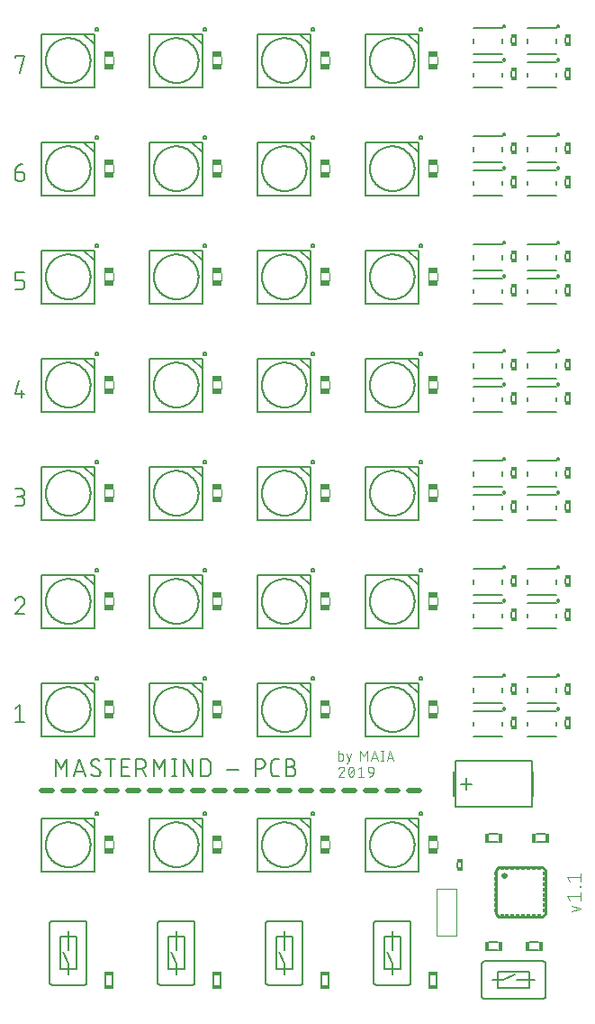
<source format=gbr>
G04 EAGLE Gerber RS-274X export*
G75*
%MOMM*%
%FSLAX34Y34*%
%LPD*%
%INSilkscreen Top*%
%IPPOS*%
%AMOC8*
5,1,8,0,0,1.08239X$1,22.5*%
G01*
%ADD10C,0.508000*%
%ADD11C,0.152400*%
%ADD12C,0.076200*%
%ADD13C,0.101600*%
%ADD14C,0.127000*%
%ADD15R,0.950000X0.500100*%
%ADD16C,0.203200*%
%ADD17R,0.599900X0.300000*%
%ADD18R,0.863600X0.406400*%
%ADD19R,0.406400X0.863600*%
%ADD20C,0.254000*%
%ADD21R,0.450000X0.300000*%
%ADD22R,0.300000X0.450000*%


D10*
X63500Y266700D02*
X73660Y266700D01*
X83820Y266700D02*
X93980Y266700D01*
X104140Y266700D02*
X114300Y266700D01*
X124460Y266700D02*
X134620Y266700D01*
X144780Y266700D02*
X154940Y266700D01*
X165100Y266700D02*
X175260Y266700D01*
X185420Y266700D02*
X195580Y266700D01*
X205740Y266700D02*
X215900Y266700D01*
X226060Y266700D02*
X236220Y266700D01*
X246380Y266700D02*
X256540Y266700D01*
X266700Y266700D02*
X276860Y266700D01*
X287020Y266700D02*
X297180Y266700D01*
X307340Y266700D02*
X317500Y266700D01*
X327660Y266700D02*
X337820Y266700D01*
X347980Y266700D02*
X358140Y266700D01*
X368300Y266700D02*
X378460Y266700D01*
X388620Y266700D02*
X398780Y266700D01*
X408940Y266700D02*
X419100Y266700D01*
D11*
X43378Y347218D02*
X38862Y343606D01*
X43378Y347218D02*
X43378Y330962D01*
X47893Y330962D02*
X38862Y330962D01*
X47893Y444754D02*
X47891Y444879D01*
X47885Y445004D01*
X47876Y445129D01*
X47862Y445253D01*
X47845Y445377D01*
X47824Y445501D01*
X47799Y445623D01*
X47770Y445745D01*
X47738Y445866D01*
X47702Y445986D01*
X47662Y446105D01*
X47619Y446222D01*
X47572Y446338D01*
X47521Y446453D01*
X47467Y446565D01*
X47409Y446677D01*
X47349Y446786D01*
X47284Y446893D01*
X47217Y446999D01*
X47146Y447102D01*
X47072Y447203D01*
X46995Y447302D01*
X46915Y447398D01*
X46832Y447492D01*
X46747Y447583D01*
X46658Y447672D01*
X46567Y447757D01*
X46473Y447840D01*
X46377Y447920D01*
X46278Y447997D01*
X46177Y448071D01*
X46074Y448142D01*
X45968Y448209D01*
X45861Y448274D01*
X45752Y448334D01*
X45640Y448392D01*
X45528Y448446D01*
X45413Y448497D01*
X45297Y448544D01*
X45180Y448587D01*
X45061Y448627D01*
X44941Y448663D01*
X44820Y448695D01*
X44698Y448724D01*
X44576Y448749D01*
X44452Y448770D01*
X44328Y448787D01*
X44204Y448801D01*
X44079Y448810D01*
X43954Y448816D01*
X43829Y448818D01*
X43686Y448816D01*
X43544Y448810D01*
X43401Y448800D01*
X43259Y448787D01*
X43118Y448769D01*
X42976Y448748D01*
X42836Y448723D01*
X42696Y448694D01*
X42557Y448661D01*
X42419Y448624D01*
X42282Y448584D01*
X42147Y448540D01*
X42012Y448492D01*
X41879Y448440D01*
X41747Y448385D01*
X41617Y448326D01*
X41489Y448264D01*
X41362Y448198D01*
X41237Y448129D01*
X41114Y448057D01*
X40994Y447981D01*
X40875Y447902D01*
X40758Y447819D01*
X40644Y447734D01*
X40532Y447645D01*
X40423Y447554D01*
X40316Y447459D01*
X40211Y447362D01*
X40110Y447261D01*
X40011Y447158D01*
X39915Y447053D01*
X39822Y446944D01*
X39732Y446833D01*
X39645Y446720D01*
X39561Y446605D01*
X39481Y446487D01*
X39403Y446367D01*
X39329Y446245D01*
X39259Y446121D01*
X39191Y445995D01*
X39128Y445867D01*
X39067Y445738D01*
X39010Y445607D01*
X38957Y445475D01*
X38908Y445341D01*
X38862Y445206D01*
X46538Y441593D02*
X46632Y441685D01*
X46722Y441779D01*
X46810Y441876D01*
X46895Y441976D01*
X46977Y442078D01*
X47056Y442183D01*
X47131Y442290D01*
X47203Y442399D01*
X47272Y442510D01*
X47338Y442624D01*
X47400Y442739D01*
X47459Y442856D01*
X47514Y442975D01*
X47565Y443095D01*
X47613Y443217D01*
X47658Y443340D01*
X47698Y443464D01*
X47735Y443590D01*
X47768Y443717D01*
X47797Y443844D01*
X47823Y443973D01*
X47844Y444102D01*
X47862Y444232D01*
X47875Y444362D01*
X47885Y444492D01*
X47891Y444623D01*
X47893Y444754D01*
X46538Y441593D02*
X38862Y432562D01*
X47893Y432562D01*
X43378Y534162D02*
X38862Y534162D01*
X43378Y534162D02*
X43511Y534164D01*
X43643Y534170D01*
X43775Y534180D01*
X43907Y534193D01*
X44039Y534211D01*
X44169Y534232D01*
X44300Y534257D01*
X44429Y534286D01*
X44557Y534319D01*
X44685Y534355D01*
X44811Y534395D01*
X44936Y534439D01*
X45060Y534487D01*
X45182Y534538D01*
X45303Y534593D01*
X45422Y534651D01*
X45540Y534713D01*
X45655Y534778D01*
X45769Y534847D01*
X45880Y534918D01*
X45989Y534994D01*
X46096Y535072D01*
X46201Y535153D01*
X46303Y535238D01*
X46403Y535325D01*
X46500Y535415D01*
X46595Y535508D01*
X46686Y535604D01*
X46775Y535702D01*
X46861Y535803D01*
X46944Y535907D01*
X47024Y536013D01*
X47100Y536121D01*
X47174Y536231D01*
X47244Y536344D01*
X47311Y536458D01*
X47374Y536575D01*
X47434Y536693D01*
X47491Y536813D01*
X47544Y536935D01*
X47593Y537058D01*
X47639Y537182D01*
X47681Y537308D01*
X47719Y537435D01*
X47754Y537563D01*
X47785Y537692D01*
X47812Y537821D01*
X47835Y537952D01*
X47855Y538083D01*
X47870Y538215D01*
X47882Y538347D01*
X47890Y538479D01*
X47894Y538612D01*
X47894Y538744D01*
X47890Y538877D01*
X47882Y539009D01*
X47870Y539141D01*
X47855Y539273D01*
X47835Y539404D01*
X47812Y539535D01*
X47785Y539664D01*
X47754Y539793D01*
X47719Y539921D01*
X47681Y540048D01*
X47639Y540174D01*
X47593Y540298D01*
X47544Y540421D01*
X47491Y540543D01*
X47434Y540663D01*
X47374Y540781D01*
X47311Y540898D01*
X47244Y541012D01*
X47174Y541125D01*
X47100Y541235D01*
X47024Y541343D01*
X46944Y541449D01*
X46861Y541553D01*
X46775Y541654D01*
X46686Y541752D01*
X46595Y541848D01*
X46500Y541941D01*
X46403Y542031D01*
X46303Y542118D01*
X46201Y542203D01*
X46096Y542284D01*
X45989Y542362D01*
X45880Y542438D01*
X45769Y542509D01*
X45655Y542578D01*
X45540Y542643D01*
X45422Y542705D01*
X45303Y542763D01*
X45182Y542818D01*
X45060Y542869D01*
X44936Y542917D01*
X44811Y542961D01*
X44685Y543001D01*
X44557Y543037D01*
X44429Y543070D01*
X44300Y543099D01*
X44169Y543124D01*
X44039Y543145D01*
X43907Y543163D01*
X43775Y543176D01*
X43643Y543186D01*
X43511Y543192D01*
X43378Y543194D01*
X44281Y550418D02*
X38862Y550418D01*
X44281Y550418D02*
X44400Y550416D01*
X44520Y550410D01*
X44639Y550400D01*
X44757Y550386D01*
X44876Y550369D01*
X44993Y550347D01*
X45110Y550322D01*
X45225Y550292D01*
X45340Y550259D01*
X45454Y550222D01*
X45566Y550182D01*
X45677Y550137D01*
X45786Y550089D01*
X45894Y550038D01*
X46000Y549983D01*
X46104Y549924D01*
X46206Y549862D01*
X46306Y549797D01*
X46404Y549728D01*
X46500Y549656D01*
X46593Y549581D01*
X46683Y549504D01*
X46771Y549423D01*
X46856Y549339D01*
X46938Y549252D01*
X47018Y549163D01*
X47094Y549071D01*
X47168Y548977D01*
X47238Y548880D01*
X47305Y548782D01*
X47369Y548681D01*
X47429Y548577D01*
X47486Y548472D01*
X47539Y548365D01*
X47589Y548257D01*
X47635Y548147D01*
X47677Y548035D01*
X47716Y547922D01*
X47751Y547808D01*
X47782Y547693D01*
X47810Y547576D01*
X47833Y547459D01*
X47853Y547342D01*
X47869Y547223D01*
X47881Y547104D01*
X47889Y546985D01*
X47893Y546866D01*
X47893Y546746D01*
X47889Y546627D01*
X47881Y546508D01*
X47869Y546389D01*
X47853Y546270D01*
X47833Y546153D01*
X47810Y546036D01*
X47782Y545919D01*
X47751Y545804D01*
X47716Y545690D01*
X47677Y545577D01*
X47635Y545465D01*
X47589Y545355D01*
X47539Y545247D01*
X47486Y545140D01*
X47429Y545035D01*
X47369Y544931D01*
X47305Y544830D01*
X47238Y544732D01*
X47168Y544635D01*
X47094Y544541D01*
X47018Y544449D01*
X46938Y544360D01*
X46856Y544273D01*
X46771Y544189D01*
X46683Y544108D01*
X46593Y544031D01*
X46500Y543956D01*
X46404Y543884D01*
X46306Y543815D01*
X46206Y543750D01*
X46104Y543688D01*
X46000Y543629D01*
X45894Y543574D01*
X45786Y543523D01*
X45677Y543475D01*
X45566Y543430D01*
X45454Y543390D01*
X45340Y543353D01*
X45225Y543320D01*
X45110Y543290D01*
X44993Y543265D01*
X44876Y543243D01*
X44757Y543226D01*
X44639Y543212D01*
X44520Y543202D01*
X44400Y543196D01*
X44281Y543194D01*
X44281Y543193D02*
X40668Y543193D01*
X38862Y639374D02*
X42474Y652018D01*
X38862Y639374D02*
X47893Y639374D01*
X45184Y642987D02*
X45184Y635762D01*
X44281Y737362D02*
X38862Y737362D01*
X44281Y737362D02*
X44399Y737364D01*
X44517Y737370D01*
X44635Y737379D01*
X44752Y737393D01*
X44869Y737410D01*
X44986Y737431D01*
X45101Y737456D01*
X45216Y737485D01*
X45330Y737518D01*
X45442Y737554D01*
X45553Y737594D01*
X45663Y737637D01*
X45772Y737684D01*
X45879Y737734D01*
X45984Y737789D01*
X46087Y737846D01*
X46188Y737907D01*
X46288Y737971D01*
X46385Y738038D01*
X46480Y738108D01*
X46572Y738182D01*
X46663Y738258D01*
X46750Y738338D01*
X46835Y738420D01*
X46917Y738505D01*
X46997Y738592D01*
X47073Y738683D01*
X47147Y738775D01*
X47217Y738870D01*
X47284Y738967D01*
X47348Y739067D01*
X47409Y739168D01*
X47466Y739271D01*
X47521Y739376D01*
X47571Y739483D01*
X47618Y739592D01*
X47661Y739702D01*
X47701Y739813D01*
X47737Y739925D01*
X47770Y740039D01*
X47799Y740154D01*
X47824Y740269D01*
X47845Y740386D01*
X47862Y740503D01*
X47876Y740620D01*
X47885Y740738D01*
X47891Y740856D01*
X47893Y740974D01*
X47893Y742781D01*
X47891Y742899D01*
X47885Y743017D01*
X47876Y743135D01*
X47862Y743252D01*
X47845Y743369D01*
X47824Y743486D01*
X47799Y743601D01*
X47770Y743716D01*
X47737Y743830D01*
X47701Y743942D01*
X47661Y744053D01*
X47618Y744163D01*
X47571Y744272D01*
X47521Y744379D01*
X47466Y744484D01*
X47409Y744587D01*
X47348Y744688D01*
X47284Y744788D01*
X47217Y744885D01*
X47147Y744980D01*
X47073Y745072D01*
X46997Y745163D01*
X46917Y745250D01*
X46835Y745335D01*
X46750Y745417D01*
X46663Y745497D01*
X46572Y745573D01*
X46480Y745647D01*
X46385Y745717D01*
X46288Y745784D01*
X46188Y745848D01*
X46087Y745909D01*
X45984Y745966D01*
X45879Y746021D01*
X45772Y746071D01*
X45663Y746118D01*
X45553Y746161D01*
X45442Y746201D01*
X45330Y746237D01*
X45216Y746270D01*
X45101Y746299D01*
X44986Y746324D01*
X44869Y746345D01*
X44752Y746362D01*
X44635Y746376D01*
X44517Y746385D01*
X44399Y746391D01*
X44281Y746393D01*
X38862Y746393D01*
X38862Y753618D01*
X47893Y753618D01*
X44281Y847993D02*
X38862Y847993D01*
X44281Y847993D02*
X44399Y847991D01*
X44517Y847985D01*
X44635Y847976D01*
X44752Y847962D01*
X44869Y847945D01*
X44986Y847924D01*
X45101Y847899D01*
X45216Y847870D01*
X45330Y847837D01*
X45442Y847801D01*
X45553Y847761D01*
X45663Y847718D01*
X45772Y847671D01*
X45879Y847621D01*
X45984Y847566D01*
X46087Y847509D01*
X46188Y847448D01*
X46288Y847384D01*
X46385Y847317D01*
X46480Y847247D01*
X46572Y847173D01*
X46663Y847097D01*
X46750Y847017D01*
X46835Y846935D01*
X46917Y846850D01*
X46997Y846763D01*
X47073Y846672D01*
X47147Y846580D01*
X47217Y846485D01*
X47284Y846388D01*
X47348Y846288D01*
X47409Y846187D01*
X47466Y846084D01*
X47521Y845979D01*
X47571Y845872D01*
X47618Y845763D01*
X47661Y845653D01*
X47701Y845542D01*
X47737Y845430D01*
X47770Y845316D01*
X47799Y845201D01*
X47824Y845086D01*
X47845Y844969D01*
X47862Y844852D01*
X47876Y844735D01*
X47885Y844617D01*
X47891Y844499D01*
X47893Y844381D01*
X47893Y843478D01*
X47894Y843478D02*
X47892Y843345D01*
X47886Y843213D01*
X47876Y843081D01*
X47863Y842949D01*
X47845Y842817D01*
X47824Y842687D01*
X47799Y842556D01*
X47770Y842427D01*
X47737Y842299D01*
X47701Y842171D01*
X47661Y842045D01*
X47617Y841920D01*
X47569Y841796D01*
X47518Y841674D01*
X47463Y841553D01*
X47405Y841434D01*
X47343Y841316D01*
X47278Y841201D01*
X47209Y841087D01*
X47138Y840976D01*
X47062Y840867D01*
X46984Y840760D01*
X46903Y840655D01*
X46818Y840553D01*
X46731Y840453D01*
X46641Y840356D01*
X46548Y840261D01*
X46452Y840170D01*
X46354Y840081D01*
X46253Y839995D01*
X46149Y839912D01*
X46043Y839832D01*
X45935Y839756D01*
X45825Y839682D01*
X45712Y839612D01*
X45598Y839545D01*
X45481Y839482D01*
X45363Y839422D01*
X45243Y839365D01*
X45121Y839312D01*
X44998Y839263D01*
X44874Y839217D01*
X44748Y839175D01*
X44621Y839137D01*
X44493Y839102D01*
X44364Y839071D01*
X44235Y839044D01*
X44104Y839021D01*
X43973Y839001D01*
X43841Y838986D01*
X43709Y838974D01*
X43577Y838966D01*
X43444Y838962D01*
X43312Y838962D01*
X43179Y838966D01*
X43047Y838974D01*
X42915Y838986D01*
X42783Y839001D01*
X42652Y839021D01*
X42521Y839044D01*
X42392Y839071D01*
X42263Y839102D01*
X42135Y839137D01*
X42008Y839175D01*
X41882Y839217D01*
X41758Y839263D01*
X41635Y839312D01*
X41513Y839365D01*
X41393Y839422D01*
X41275Y839482D01*
X41158Y839545D01*
X41044Y839612D01*
X40931Y839682D01*
X40821Y839756D01*
X40713Y839832D01*
X40607Y839912D01*
X40503Y839995D01*
X40402Y840081D01*
X40304Y840170D01*
X40208Y840261D01*
X40115Y840356D01*
X40025Y840453D01*
X39938Y840553D01*
X39853Y840655D01*
X39772Y840760D01*
X39694Y840867D01*
X39618Y840976D01*
X39547Y841087D01*
X39478Y841201D01*
X39413Y841316D01*
X39351Y841434D01*
X39293Y841553D01*
X39238Y841674D01*
X39187Y841796D01*
X39139Y841920D01*
X39095Y842045D01*
X39055Y842171D01*
X39019Y842299D01*
X38986Y842427D01*
X38957Y842556D01*
X38932Y842687D01*
X38911Y842817D01*
X38893Y842949D01*
X38880Y843081D01*
X38870Y843213D01*
X38864Y843345D01*
X38862Y843478D01*
X38862Y847993D01*
X38864Y848170D01*
X38871Y848348D01*
X38882Y848525D01*
X38897Y848701D01*
X38916Y848877D01*
X38940Y849053D01*
X38968Y849228D01*
X39001Y849403D01*
X39038Y849576D01*
X39079Y849749D01*
X39124Y849920D01*
X39173Y850090D01*
X39227Y850259D01*
X39284Y850427D01*
X39346Y850593D01*
X39412Y850758D01*
X39482Y850921D01*
X39556Y851082D01*
X39633Y851241D01*
X39715Y851399D01*
X39801Y851554D01*
X39890Y851707D01*
X39983Y851858D01*
X40080Y852007D01*
X40180Y852153D01*
X40284Y852297D01*
X40391Y852438D01*
X40502Y852576D01*
X40616Y852712D01*
X40734Y852845D01*
X40854Y852975D01*
X40978Y853102D01*
X41105Y853226D01*
X41235Y853346D01*
X41368Y853464D01*
X41503Y853578D01*
X41642Y853689D01*
X41783Y853796D01*
X41927Y853900D01*
X42073Y854000D01*
X42222Y854097D01*
X42373Y854190D01*
X42526Y854279D01*
X42681Y854365D01*
X42839Y854447D01*
X42998Y854524D01*
X43159Y854598D01*
X43322Y854668D01*
X43487Y854734D01*
X43653Y854796D01*
X43821Y854853D01*
X43990Y854907D01*
X44160Y854956D01*
X44331Y855001D01*
X44504Y855042D01*
X44677Y855079D01*
X44852Y855112D01*
X45027Y855140D01*
X45203Y855164D01*
X45379Y855183D01*
X45555Y855198D01*
X45732Y855209D01*
X45910Y855216D01*
X46087Y855218D01*
X38862Y955012D02*
X38862Y956818D01*
X47893Y956818D01*
X43378Y940562D01*
X76962Y296418D02*
X76962Y280162D01*
X82381Y287387D02*
X76962Y296418D01*
X82381Y287387D02*
X87799Y296418D01*
X87799Y280162D01*
X94156Y280162D02*
X99575Y296418D01*
X104994Y280162D01*
X103639Y284226D02*
X95511Y284226D01*
X115588Y280162D02*
X115706Y280164D01*
X115824Y280170D01*
X115942Y280179D01*
X116059Y280193D01*
X116176Y280210D01*
X116293Y280231D01*
X116408Y280256D01*
X116523Y280285D01*
X116637Y280318D01*
X116749Y280354D01*
X116860Y280394D01*
X116970Y280437D01*
X117079Y280484D01*
X117186Y280534D01*
X117291Y280589D01*
X117394Y280646D01*
X117495Y280707D01*
X117595Y280771D01*
X117692Y280838D01*
X117787Y280908D01*
X117879Y280982D01*
X117970Y281058D01*
X118057Y281138D01*
X118142Y281220D01*
X118224Y281305D01*
X118304Y281392D01*
X118380Y281483D01*
X118454Y281575D01*
X118524Y281670D01*
X118591Y281767D01*
X118655Y281867D01*
X118716Y281968D01*
X118773Y282071D01*
X118828Y282176D01*
X118878Y282283D01*
X118925Y282392D01*
X118968Y282502D01*
X119008Y282613D01*
X119044Y282725D01*
X119077Y282839D01*
X119106Y282954D01*
X119131Y283069D01*
X119152Y283186D01*
X119169Y283303D01*
X119183Y283420D01*
X119192Y283538D01*
X119198Y283656D01*
X119200Y283774D01*
X115588Y280162D02*
X115405Y280164D01*
X115223Y280171D01*
X115041Y280182D01*
X114859Y280197D01*
X114677Y280217D01*
X114496Y280240D01*
X114316Y280269D01*
X114136Y280301D01*
X113957Y280338D01*
X113780Y280379D01*
X113603Y280425D01*
X113427Y280474D01*
X113253Y280528D01*
X113079Y280586D01*
X112908Y280648D01*
X112738Y280714D01*
X112569Y280785D01*
X112402Y280859D01*
X112237Y280937D01*
X112074Y281019D01*
X111913Y281105D01*
X111754Y281195D01*
X111597Y281289D01*
X111443Y281386D01*
X111291Y281487D01*
X111141Y281592D01*
X110994Y281700D01*
X110850Y281811D01*
X110708Y281926D01*
X110569Y282045D01*
X110433Y282167D01*
X110300Y282292D01*
X110170Y282420D01*
X110622Y292806D02*
X110624Y292924D01*
X110630Y293042D01*
X110639Y293160D01*
X110653Y293277D01*
X110670Y293394D01*
X110691Y293511D01*
X110716Y293626D01*
X110745Y293741D01*
X110778Y293855D01*
X110814Y293967D01*
X110854Y294078D01*
X110897Y294188D01*
X110944Y294297D01*
X110994Y294404D01*
X111049Y294509D01*
X111106Y294612D01*
X111167Y294713D01*
X111231Y294813D01*
X111298Y294910D01*
X111368Y295005D01*
X111442Y295097D01*
X111518Y295188D01*
X111598Y295275D01*
X111680Y295360D01*
X111765Y295442D01*
X111852Y295522D01*
X111943Y295598D01*
X112035Y295672D01*
X112130Y295742D01*
X112227Y295809D01*
X112327Y295873D01*
X112428Y295934D01*
X112531Y295992D01*
X112636Y296046D01*
X112743Y296096D01*
X112852Y296143D01*
X112962Y296187D01*
X113073Y296226D01*
X113186Y296262D01*
X113299Y296295D01*
X113414Y296324D01*
X113529Y296349D01*
X113646Y296370D01*
X113763Y296387D01*
X113880Y296401D01*
X113998Y296410D01*
X114116Y296416D01*
X114234Y296418D01*
X114395Y296416D01*
X114557Y296410D01*
X114718Y296401D01*
X114879Y296387D01*
X115039Y296370D01*
X115199Y296349D01*
X115359Y296324D01*
X115518Y296295D01*
X115676Y296263D01*
X115833Y296227D01*
X115989Y296187D01*
X116145Y296143D01*
X116299Y296095D01*
X116452Y296044D01*
X116604Y295990D01*
X116755Y295931D01*
X116904Y295870D01*
X117051Y295804D01*
X117197Y295735D01*
X117342Y295663D01*
X117484Y295587D01*
X117625Y295508D01*
X117764Y295426D01*
X117900Y295340D01*
X118035Y295251D01*
X118168Y295159D01*
X118298Y295063D01*
X112427Y289645D02*
X112326Y289707D01*
X112226Y289772D01*
X112129Y289841D01*
X112034Y289913D01*
X111941Y289987D01*
X111851Y290065D01*
X111763Y290146D01*
X111678Y290229D01*
X111596Y290315D01*
X111517Y290404D01*
X111440Y290495D01*
X111367Y290589D01*
X111296Y290685D01*
X111229Y290783D01*
X111165Y290883D01*
X111104Y290986D01*
X111047Y291090D01*
X110993Y291196D01*
X110943Y291304D01*
X110896Y291413D01*
X110852Y291524D01*
X110812Y291636D01*
X110776Y291750D01*
X110744Y291864D01*
X110715Y291980D01*
X110690Y292096D01*
X110669Y292213D01*
X110652Y292331D01*
X110638Y292449D01*
X110629Y292568D01*
X110623Y292687D01*
X110621Y292806D01*
X117395Y286935D02*
X117496Y286873D01*
X117596Y286808D01*
X117693Y286739D01*
X117788Y286667D01*
X117881Y286593D01*
X117971Y286515D01*
X118059Y286434D01*
X118144Y286351D01*
X118226Y286265D01*
X118305Y286176D01*
X118382Y286085D01*
X118455Y285991D01*
X118526Y285895D01*
X118593Y285797D01*
X118657Y285697D01*
X118718Y285594D01*
X118775Y285490D01*
X118829Y285384D01*
X118879Y285276D01*
X118926Y285167D01*
X118970Y285056D01*
X119010Y284944D01*
X119046Y284830D01*
X119078Y284716D01*
X119107Y284600D01*
X119132Y284484D01*
X119153Y284367D01*
X119170Y284249D01*
X119184Y284131D01*
X119193Y284012D01*
X119199Y283893D01*
X119201Y283774D01*
X117395Y286935D02*
X112427Y289645D01*
X128753Y296418D02*
X128753Y280162D01*
X124238Y296418D02*
X133269Y296418D01*
X139378Y280162D02*
X146603Y280162D01*
X139378Y280162D02*
X139378Y296418D01*
X146603Y296418D01*
X144796Y289193D02*
X139378Y289193D01*
X152987Y296418D02*
X152987Y280162D01*
X152987Y296418D02*
X157502Y296418D01*
X157635Y296416D01*
X157767Y296410D01*
X157899Y296400D01*
X158031Y296387D01*
X158163Y296369D01*
X158293Y296348D01*
X158424Y296323D01*
X158553Y296294D01*
X158681Y296261D01*
X158809Y296225D01*
X158935Y296185D01*
X159060Y296141D01*
X159184Y296093D01*
X159306Y296042D01*
X159427Y295987D01*
X159546Y295929D01*
X159664Y295867D01*
X159779Y295802D01*
X159893Y295733D01*
X160004Y295662D01*
X160113Y295586D01*
X160220Y295508D01*
X160325Y295427D01*
X160427Y295342D01*
X160527Y295255D01*
X160624Y295165D01*
X160719Y295072D01*
X160810Y294976D01*
X160899Y294878D01*
X160985Y294777D01*
X161068Y294673D01*
X161148Y294567D01*
X161224Y294459D01*
X161298Y294349D01*
X161368Y294236D01*
X161435Y294122D01*
X161498Y294005D01*
X161558Y293887D01*
X161615Y293767D01*
X161668Y293645D01*
X161717Y293522D01*
X161763Y293398D01*
X161805Y293272D01*
X161843Y293145D01*
X161878Y293017D01*
X161909Y292888D01*
X161936Y292759D01*
X161959Y292628D01*
X161979Y292497D01*
X161994Y292365D01*
X162006Y292233D01*
X162014Y292101D01*
X162018Y291968D01*
X162018Y291836D01*
X162014Y291703D01*
X162006Y291571D01*
X161994Y291439D01*
X161979Y291307D01*
X161959Y291176D01*
X161936Y291045D01*
X161909Y290916D01*
X161878Y290787D01*
X161843Y290659D01*
X161805Y290532D01*
X161763Y290406D01*
X161717Y290282D01*
X161668Y290159D01*
X161615Y290037D01*
X161558Y289917D01*
X161498Y289799D01*
X161435Y289682D01*
X161368Y289568D01*
X161298Y289455D01*
X161224Y289345D01*
X161148Y289237D01*
X161068Y289131D01*
X160985Y289027D01*
X160899Y288926D01*
X160810Y288828D01*
X160719Y288732D01*
X160624Y288639D01*
X160527Y288549D01*
X160427Y288462D01*
X160325Y288377D01*
X160220Y288296D01*
X160113Y288218D01*
X160004Y288142D01*
X159893Y288071D01*
X159779Y288002D01*
X159664Y287937D01*
X159546Y287875D01*
X159427Y287817D01*
X159306Y287762D01*
X159184Y287711D01*
X159060Y287663D01*
X158935Y287619D01*
X158809Y287579D01*
X158681Y287543D01*
X158553Y287510D01*
X158424Y287481D01*
X158293Y287456D01*
X158163Y287435D01*
X158031Y287417D01*
X157899Y287404D01*
X157767Y287394D01*
X157635Y287388D01*
X157502Y287386D01*
X157502Y287387D02*
X152987Y287387D01*
X158405Y287387D02*
X162018Y280162D01*
X169186Y280162D02*
X169186Y296418D01*
X174605Y287387D01*
X180024Y296418D01*
X180024Y280162D01*
X188673Y280162D02*
X188673Y296418D01*
X186867Y280162D02*
X190479Y280162D01*
X190479Y296418D02*
X186867Y296418D01*
X197184Y296418D02*
X197184Y280162D01*
X206215Y280162D02*
X197184Y296418D01*
X206215Y296418D02*
X206215Y280162D01*
X213857Y280162D02*
X213857Y296418D01*
X218372Y296418D01*
X218503Y296416D01*
X218635Y296410D01*
X218766Y296401D01*
X218896Y296387D01*
X219027Y296370D01*
X219156Y296349D01*
X219285Y296325D01*
X219413Y296296D01*
X219541Y296264D01*
X219667Y296228D01*
X219792Y296189D01*
X219917Y296146D01*
X220039Y296099D01*
X220161Y296049D01*
X220281Y295995D01*
X220399Y295938D01*
X220515Y295877D01*
X220630Y295813D01*
X220743Y295746D01*
X220854Y295675D01*
X220962Y295601D01*
X221069Y295524D01*
X221173Y295444D01*
X221275Y295361D01*
X221374Y295276D01*
X221471Y295187D01*
X221565Y295095D01*
X221657Y295001D01*
X221746Y294904D01*
X221831Y294805D01*
X221914Y294703D01*
X221994Y294599D01*
X222071Y294492D01*
X222145Y294384D01*
X222216Y294273D01*
X222283Y294160D01*
X222347Y294045D01*
X222408Y293929D01*
X222465Y293811D01*
X222519Y293691D01*
X222569Y293569D01*
X222616Y293447D01*
X222659Y293322D01*
X222698Y293197D01*
X222734Y293071D01*
X222766Y292943D01*
X222795Y292815D01*
X222819Y292686D01*
X222840Y292557D01*
X222857Y292426D01*
X222871Y292296D01*
X222880Y292165D01*
X222886Y292033D01*
X222888Y291902D01*
X222888Y284678D01*
X222886Y284547D01*
X222880Y284415D01*
X222871Y284284D01*
X222857Y284154D01*
X222840Y284023D01*
X222819Y283894D01*
X222795Y283765D01*
X222766Y283637D01*
X222734Y283509D01*
X222698Y283383D01*
X222659Y283258D01*
X222616Y283133D01*
X222569Y283011D01*
X222519Y282889D01*
X222465Y282769D01*
X222408Y282651D01*
X222347Y282535D01*
X222283Y282420D01*
X222216Y282307D01*
X222145Y282196D01*
X222071Y282088D01*
X221994Y281981D01*
X221914Y281877D01*
X221831Y281775D01*
X221746Y281676D01*
X221657Y281579D01*
X221565Y281485D01*
X221471Y281393D01*
X221374Y281304D01*
X221275Y281219D01*
X221173Y281136D01*
X221069Y281056D01*
X220962Y280979D01*
X220854Y280905D01*
X220743Y280834D01*
X220630Y280767D01*
X220515Y280703D01*
X220399Y280642D01*
X220281Y280585D01*
X220161Y280531D01*
X220039Y280481D01*
X219917Y280434D01*
X219792Y280391D01*
X219667Y280352D01*
X219541Y280316D01*
X219413Y280284D01*
X219285Y280255D01*
X219156Y280231D01*
X219026Y280210D01*
X218896Y280193D01*
X218766Y280179D01*
X218635Y280170D01*
X218503Y280164D01*
X218372Y280162D01*
X213857Y280162D01*
X238485Y286484D02*
X249322Y286484D01*
X265130Y280162D02*
X265130Y296418D01*
X269645Y296418D01*
X269778Y296416D01*
X269910Y296410D01*
X270042Y296400D01*
X270174Y296387D01*
X270306Y296369D01*
X270436Y296348D01*
X270567Y296323D01*
X270696Y296294D01*
X270824Y296261D01*
X270952Y296225D01*
X271078Y296185D01*
X271203Y296141D01*
X271327Y296093D01*
X271449Y296042D01*
X271570Y295987D01*
X271689Y295929D01*
X271807Y295867D01*
X271922Y295802D01*
X272036Y295733D01*
X272147Y295662D01*
X272256Y295586D01*
X272363Y295508D01*
X272468Y295427D01*
X272570Y295342D01*
X272670Y295255D01*
X272767Y295165D01*
X272862Y295072D01*
X272953Y294976D01*
X273042Y294878D01*
X273128Y294777D01*
X273211Y294673D01*
X273291Y294567D01*
X273367Y294459D01*
X273441Y294349D01*
X273511Y294236D01*
X273578Y294122D01*
X273641Y294005D01*
X273701Y293887D01*
X273758Y293767D01*
X273811Y293645D01*
X273860Y293522D01*
X273906Y293398D01*
X273948Y293272D01*
X273986Y293145D01*
X274021Y293017D01*
X274052Y292888D01*
X274079Y292759D01*
X274102Y292628D01*
X274122Y292497D01*
X274137Y292365D01*
X274149Y292233D01*
X274157Y292101D01*
X274161Y291968D01*
X274161Y291836D01*
X274157Y291703D01*
X274149Y291571D01*
X274137Y291439D01*
X274122Y291307D01*
X274102Y291176D01*
X274079Y291045D01*
X274052Y290916D01*
X274021Y290787D01*
X273986Y290659D01*
X273948Y290532D01*
X273906Y290406D01*
X273860Y290282D01*
X273811Y290159D01*
X273758Y290037D01*
X273701Y289917D01*
X273641Y289799D01*
X273578Y289682D01*
X273511Y289568D01*
X273441Y289455D01*
X273367Y289345D01*
X273291Y289237D01*
X273211Y289131D01*
X273128Y289027D01*
X273042Y288926D01*
X272953Y288828D01*
X272862Y288732D01*
X272767Y288639D01*
X272670Y288549D01*
X272570Y288462D01*
X272468Y288377D01*
X272363Y288296D01*
X272256Y288218D01*
X272147Y288142D01*
X272036Y288071D01*
X271922Y288002D01*
X271807Y287937D01*
X271689Y287875D01*
X271570Y287817D01*
X271449Y287762D01*
X271327Y287711D01*
X271203Y287663D01*
X271078Y287619D01*
X270952Y287579D01*
X270824Y287543D01*
X270696Y287510D01*
X270567Y287481D01*
X270436Y287456D01*
X270306Y287435D01*
X270174Y287417D01*
X270042Y287404D01*
X269910Y287394D01*
X269778Y287388D01*
X269645Y287386D01*
X269645Y287387D02*
X265130Y287387D01*
X283602Y280162D02*
X287214Y280162D01*
X283602Y280162D02*
X283484Y280164D01*
X283366Y280170D01*
X283248Y280179D01*
X283131Y280193D01*
X283014Y280210D01*
X282897Y280231D01*
X282782Y280256D01*
X282667Y280285D01*
X282553Y280318D01*
X282441Y280354D01*
X282330Y280394D01*
X282220Y280437D01*
X282111Y280484D01*
X282004Y280534D01*
X281899Y280589D01*
X281796Y280646D01*
X281695Y280707D01*
X281595Y280771D01*
X281498Y280838D01*
X281403Y280908D01*
X281311Y280982D01*
X281220Y281058D01*
X281133Y281138D01*
X281048Y281220D01*
X280966Y281305D01*
X280886Y281392D01*
X280810Y281483D01*
X280736Y281575D01*
X280666Y281670D01*
X280599Y281767D01*
X280535Y281867D01*
X280474Y281968D01*
X280417Y282071D01*
X280362Y282176D01*
X280312Y282283D01*
X280265Y282392D01*
X280222Y282502D01*
X280182Y282613D01*
X280146Y282725D01*
X280113Y282839D01*
X280084Y282954D01*
X280059Y283069D01*
X280038Y283186D01*
X280021Y283303D01*
X280007Y283420D01*
X279998Y283538D01*
X279992Y283656D01*
X279990Y283774D01*
X279990Y292806D01*
X279992Y292924D01*
X279998Y293042D01*
X280007Y293160D01*
X280021Y293277D01*
X280038Y293394D01*
X280059Y293511D01*
X280084Y293626D01*
X280113Y293741D01*
X280146Y293855D01*
X280182Y293967D01*
X280222Y294078D01*
X280265Y294188D01*
X280312Y294297D01*
X280362Y294404D01*
X280416Y294509D01*
X280474Y294612D01*
X280535Y294713D01*
X280599Y294813D01*
X280666Y294910D01*
X280736Y295005D01*
X280810Y295097D01*
X280886Y295188D01*
X280966Y295275D01*
X281048Y295360D01*
X281133Y295442D01*
X281220Y295522D01*
X281311Y295598D01*
X281403Y295672D01*
X281498Y295742D01*
X281595Y295809D01*
X281695Y295873D01*
X281796Y295934D01*
X281899Y295991D01*
X282004Y296045D01*
X282111Y296096D01*
X282220Y296143D01*
X282330Y296186D01*
X282441Y296226D01*
X282553Y296262D01*
X282667Y296295D01*
X282782Y296324D01*
X282897Y296349D01*
X283014Y296370D01*
X283131Y296387D01*
X283248Y296401D01*
X283366Y296410D01*
X283484Y296416D01*
X283602Y296418D01*
X287214Y296418D01*
X293787Y289193D02*
X298303Y289193D01*
X298303Y289194D02*
X298436Y289192D01*
X298568Y289186D01*
X298700Y289176D01*
X298832Y289163D01*
X298964Y289145D01*
X299094Y289124D01*
X299225Y289099D01*
X299354Y289070D01*
X299482Y289037D01*
X299610Y289001D01*
X299736Y288961D01*
X299861Y288917D01*
X299985Y288869D01*
X300107Y288818D01*
X300228Y288763D01*
X300347Y288705D01*
X300465Y288643D01*
X300580Y288578D01*
X300694Y288509D01*
X300805Y288438D01*
X300914Y288362D01*
X301021Y288284D01*
X301126Y288203D01*
X301228Y288118D01*
X301328Y288031D01*
X301425Y287941D01*
X301520Y287848D01*
X301611Y287752D01*
X301700Y287654D01*
X301786Y287553D01*
X301869Y287449D01*
X301949Y287343D01*
X302025Y287235D01*
X302099Y287125D01*
X302169Y287012D01*
X302236Y286898D01*
X302299Y286781D01*
X302359Y286663D01*
X302416Y286543D01*
X302469Y286421D01*
X302518Y286298D01*
X302564Y286174D01*
X302606Y286048D01*
X302644Y285921D01*
X302679Y285793D01*
X302710Y285664D01*
X302737Y285535D01*
X302760Y285404D01*
X302780Y285273D01*
X302795Y285141D01*
X302807Y285009D01*
X302815Y284877D01*
X302819Y284744D01*
X302819Y284612D01*
X302815Y284479D01*
X302807Y284347D01*
X302795Y284215D01*
X302780Y284083D01*
X302760Y283952D01*
X302737Y283821D01*
X302710Y283692D01*
X302679Y283563D01*
X302644Y283435D01*
X302606Y283308D01*
X302564Y283182D01*
X302518Y283058D01*
X302469Y282935D01*
X302416Y282813D01*
X302359Y282693D01*
X302299Y282575D01*
X302236Y282458D01*
X302169Y282344D01*
X302099Y282231D01*
X302025Y282121D01*
X301949Y282013D01*
X301869Y281907D01*
X301786Y281803D01*
X301700Y281702D01*
X301611Y281604D01*
X301520Y281508D01*
X301425Y281415D01*
X301328Y281325D01*
X301228Y281238D01*
X301126Y281153D01*
X301021Y281072D01*
X300914Y280994D01*
X300805Y280918D01*
X300694Y280847D01*
X300580Y280778D01*
X300465Y280713D01*
X300347Y280651D01*
X300228Y280593D01*
X300107Y280538D01*
X299985Y280487D01*
X299861Y280439D01*
X299736Y280395D01*
X299610Y280355D01*
X299482Y280319D01*
X299354Y280286D01*
X299225Y280257D01*
X299094Y280232D01*
X298964Y280211D01*
X298832Y280193D01*
X298700Y280180D01*
X298568Y280170D01*
X298436Y280164D01*
X298303Y280162D01*
X293787Y280162D01*
X293787Y296418D01*
X298303Y296418D01*
X298422Y296416D01*
X298542Y296410D01*
X298661Y296400D01*
X298779Y296386D01*
X298898Y296369D01*
X299015Y296347D01*
X299132Y296322D01*
X299247Y296292D01*
X299362Y296259D01*
X299476Y296222D01*
X299588Y296182D01*
X299699Y296137D01*
X299808Y296089D01*
X299916Y296038D01*
X300022Y295983D01*
X300126Y295924D01*
X300228Y295862D01*
X300328Y295797D01*
X300426Y295728D01*
X300522Y295656D01*
X300615Y295581D01*
X300705Y295504D01*
X300793Y295423D01*
X300878Y295339D01*
X300960Y295252D01*
X301040Y295163D01*
X301116Y295071D01*
X301190Y294977D01*
X301260Y294880D01*
X301327Y294782D01*
X301391Y294681D01*
X301451Y294577D01*
X301508Y294472D01*
X301561Y294365D01*
X301611Y294257D01*
X301657Y294147D01*
X301699Y294035D01*
X301738Y293922D01*
X301773Y293808D01*
X301804Y293693D01*
X301832Y293576D01*
X301855Y293459D01*
X301875Y293342D01*
X301891Y293223D01*
X301903Y293104D01*
X301911Y292985D01*
X301915Y292866D01*
X301915Y292746D01*
X301911Y292627D01*
X301903Y292508D01*
X301891Y292389D01*
X301875Y292270D01*
X301855Y292153D01*
X301832Y292036D01*
X301804Y291919D01*
X301773Y291804D01*
X301738Y291690D01*
X301699Y291577D01*
X301657Y291465D01*
X301611Y291355D01*
X301561Y291247D01*
X301508Y291140D01*
X301451Y291035D01*
X301391Y290931D01*
X301327Y290830D01*
X301260Y290732D01*
X301190Y290635D01*
X301116Y290541D01*
X301040Y290449D01*
X300960Y290360D01*
X300878Y290273D01*
X300793Y290189D01*
X300705Y290108D01*
X300615Y290031D01*
X300522Y289956D01*
X300426Y289884D01*
X300328Y289815D01*
X300228Y289750D01*
X300126Y289688D01*
X300022Y289629D01*
X299916Y289574D01*
X299808Y289523D01*
X299699Y289475D01*
X299588Y289430D01*
X299476Y289390D01*
X299362Y289353D01*
X299247Y289320D01*
X299132Y289290D01*
X299015Y289265D01*
X298898Y289243D01*
X298779Y289226D01*
X298661Y289212D01*
X298542Y289202D01*
X298422Y289196D01*
X298303Y289194D01*
D12*
X343281Y295021D02*
X343281Y304419D01*
X343281Y295021D02*
X345892Y295021D01*
X345969Y295023D01*
X346045Y295029D01*
X346122Y295038D01*
X346198Y295051D01*
X346273Y295068D01*
X346347Y295088D01*
X346420Y295113D01*
X346491Y295140D01*
X346562Y295171D01*
X346630Y295206D01*
X346697Y295244D01*
X346762Y295285D01*
X346825Y295329D01*
X346885Y295376D01*
X346944Y295427D01*
X346999Y295480D01*
X347052Y295535D01*
X347103Y295594D01*
X347150Y295654D01*
X347194Y295717D01*
X347235Y295782D01*
X347273Y295849D01*
X347308Y295917D01*
X347339Y295988D01*
X347366Y296059D01*
X347391Y296132D01*
X347411Y296206D01*
X347428Y296281D01*
X347441Y296357D01*
X347450Y296433D01*
X347456Y296510D01*
X347458Y296587D01*
X347458Y299720D01*
X347456Y299797D01*
X347450Y299873D01*
X347441Y299950D01*
X347428Y300026D01*
X347411Y300101D01*
X347391Y300175D01*
X347366Y300248D01*
X347339Y300319D01*
X347308Y300390D01*
X347273Y300458D01*
X347235Y300525D01*
X347194Y300590D01*
X347150Y300653D01*
X347103Y300713D01*
X347052Y300772D01*
X346999Y300827D01*
X346944Y300880D01*
X346885Y300931D01*
X346825Y300978D01*
X346762Y301022D01*
X346697Y301063D01*
X346630Y301101D01*
X346562Y301136D01*
X346491Y301167D01*
X346420Y301194D01*
X346347Y301219D01*
X346273Y301239D01*
X346198Y301256D01*
X346122Y301269D01*
X346045Y301278D01*
X345969Y301284D01*
X345892Y301286D01*
X343281Y301286D01*
X350855Y291888D02*
X351900Y291888D01*
X355032Y301286D01*
X350855Y301286D02*
X352944Y295021D01*
X363832Y295021D02*
X363832Y304419D01*
X366964Y299198D01*
X370097Y304419D01*
X370097Y295021D01*
X373890Y295021D02*
X377023Y304419D01*
X380155Y295021D01*
X379372Y297371D02*
X374673Y297371D01*
X384338Y295021D02*
X384338Y304419D01*
X383294Y295021D02*
X385382Y295021D01*
X385382Y304419D02*
X383294Y304419D01*
X391653Y304419D02*
X388520Y295021D01*
X394786Y295021D02*
X391653Y304419D01*
X394003Y297371D02*
X389304Y297371D01*
X348503Y286830D02*
X348501Y286925D01*
X348495Y287019D01*
X348486Y287113D01*
X348473Y287207D01*
X348456Y287300D01*
X348435Y287392D01*
X348410Y287484D01*
X348382Y287574D01*
X348350Y287663D01*
X348315Y287751D01*
X348276Y287837D01*
X348234Y287922D01*
X348188Y288005D01*
X348139Y288086D01*
X348087Y288165D01*
X348032Y288242D01*
X347973Y288316D01*
X347912Y288388D01*
X347848Y288458D01*
X347781Y288525D01*
X347711Y288589D01*
X347639Y288650D01*
X347565Y288709D01*
X347488Y288764D01*
X347409Y288816D01*
X347328Y288865D01*
X347245Y288911D01*
X347160Y288953D01*
X347074Y288992D01*
X346986Y289027D01*
X346897Y289059D01*
X346807Y289087D01*
X346715Y289112D01*
X346623Y289133D01*
X346530Y289150D01*
X346436Y289163D01*
X346342Y289172D01*
X346248Y289178D01*
X346153Y289180D01*
X346153Y289179D02*
X346045Y289177D01*
X345936Y289171D01*
X345828Y289161D01*
X345721Y289148D01*
X345614Y289130D01*
X345507Y289109D01*
X345402Y289084D01*
X345297Y289055D01*
X345194Y289023D01*
X345092Y288986D01*
X344991Y288946D01*
X344892Y288903D01*
X344794Y288856D01*
X344698Y288805D01*
X344604Y288751D01*
X344512Y288694D01*
X344422Y288633D01*
X344334Y288569D01*
X344249Y288503D01*
X344166Y288433D01*
X344086Y288360D01*
X344008Y288284D01*
X343933Y288206D01*
X343861Y288125D01*
X343792Y288041D01*
X343726Y287955D01*
X343663Y287867D01*
X343604Y287776D01*
X343547Y287684D01*
X343494Y287589D01*
X343445Y287493D01*
X343399Y287394D01*
X343356Y287295D01*
X343317Y287193D01*
X343282Y287091D01*
X347719Y285002D02*
X347788Y285071D01*
X347854Y285142D01*
X347918Y285215D01*
X347979Y285291D01*
X348037Y285370D01*
X348091Y285450D01*
X348143Y285533D01*
X348191Y285617D01*
X348237Y285703D01*
X348278Y285791D01*
X348317Y285881D01*
X348352Y285972D01*
X348383Y286064D01*
X348411Y286157D01*
X348435Y286251D01*
X348455Y286346D01*
X348472Y286442D01*
X348485Y286539D01*
X348494Y286636D01*
X348500Y286733D01*
X348502Y286830D01*
X347719Y285002D02*
X343281Y279781D01*
X348502Y279781D01*
X352425Y284480D02*
X352427Y284665D01*
X352434Y284850D01*
X352445Y285034D01*
X352460Y285218D01*
X352480Y285402D01*
X352504Y285586D01*
X352533Y285768D01*
X352566Y285950D01*
X352603Y286131D01*
X352645Y286311D01*
X352691Y286491D01*
X352741Y286669D01*
X352795Y286845D01*
X352854Y287021D01*
X352916Y287195D01*
X352983Y287367D01*
X353054Y287538D01*
X353129Y287707D01*
X353208Y287874D01*
X353238Y287954D01*
X353271Y288033D01*
X353308Y288110D01*
X353348Y288186D01*
X353391Y288260D01*
X353437Y288332D01*
X353487Y288401D01*
X353539Y288469D01*
X353595Y288534D01*
X353653Y288597D01*
X353715Y288656D01*
X353778Y288714D01*
X353845Y288768D01*
X353913Y288819D01*
X353984Y288867D01*
X354057Y288912D01*
X354131Y288954D01*
X354208Y288992D01*
X354286Y289027D01*
X354365Y289059D01*
X354446Y289087D01*
X354528Y289111D01*
X354612Y289132D01*
X354695Y289149D01*
X354780Y289162D01*
X354865Y289171D01*
X354950Y289177D01*
X355036Y289179D01*
X355122Y289177D01*
X355207Y289171D01*
X355292Y289162D01*
X355377Y289149D01*
X355460Y289132D01*
X355544Y289111D01*
X355626Y289087D01*
X355707Y289059D01*
X355786Y289027D01*
X355864Y288992D01*
X355941Y288954D01*
X356015Y288912D01*
X356088Y288867D01*
X356159Y288819D01*
X356227Y288768D01*
X356294Y288714D01*
X356357Y288656D01*
X356419Y288597D01*
X356477Y288534D01*
X356533Y288469D01*
X356585Y288401D01*
X356635Y288332D01*
X356681Y288260D01*
X356724Y288186D01*
X356764Y288110D01*
X356801Y288033D01*
X356834Y287954D01*
X356864Y287874D01*
X356863Y287874D02*
X356942Y287707D01*
X357017Y287538D01*
X357088Y287367D01*
X357155Y287195D01*
X357217Y287021D01*
X357276Y286845D01*
X357330Y286669D01*
X357380Y286491D01*
X357426Y286311D01*
X357468Y286131D01*
X357505Y285950D01*
X357538Y285768D01*
X357567Y285586D01*
X357591Y285402D01*
X357611Y285218D01*
X357626Y285034D01*
X357637Y284850D01*
X357644Y284665D01*
X357646Y284480D01*
X352425Y284480D02*
X352427Y284295D01*
X352434Y284110D01*
X352445Y283926D01*
X352460Y283742D01*
X352480Y283558D01*
X352504Y283374D01*
X352533Y283192D01*
X352566Y283010D01*
X352603Y282829D01*
X352645Y282649D01*
X352691Y282469D01*
X352741Y282291D01*
X352795Y282115D01*
X352854Y281939D01*
X352916Y281765D01*
X352983Y281593D01*
X353054Y281422D01*
X353129Y281253D01*
X353208Y281086D01*
X353238Y281006D01*
X353271Y280927D01*
X353308Y280850D01*
X353348Y280774D01*
X353391Y280700D01*
X353437Y280628D01*
X353487Y280559D01*
X353540Y280491D01*
X353595Y280426D01*
X353654Y280363D01*
X353715Y280304D01*
X353778Y280246D01*
X353845Y280192D01*
X353913Y280141D01*
X353984Y280093D01*
X354057Y280048D01*
X354131Y280006D01*
X354208Y279968D01*
X354286Y279933D01*
X354365Y279901D01*
X354446Y279873D01*
X354528Y279849D01*
X354612Y279828D01*
X354695Y279811D01*
X354780Y279798D01*
X354865Y279789D01*
X354950Y279783D01*
X355036Y279781D01*
X356863Y281086D02*
X356942Y281253D01*
X357017Y281422D01*
X357088Y281593D01*
X357155Y281765D01*
X357217Y281939D01*
X357276Y282115D01*
X357330Y282291D01*
X357380Y282469D01*
X357426Y282649D01*
X357468Y282829D01*
X357505Y283010D01*
X357538Y283192D01*
X357567Y283374D01*
X357591Y283558D01*
X357611Y283742D01*
X357626Y283926D01*
X357637Y284110D01*
X357644Y284295D01*
X357646Y284480D01*
X356864Y281086D02*
X356834Y281006D01*
X356801Y280927D01*
X356764Y280850D01*
X356724Y280774D01*
X356681Y280700D01*
X356635Y280628D01*
X356585Y280559D01*
X356533Y280491D01*
X356477Y280426D01*
X356419Y280363D01*
X356357Y280304D01*
X356294Y280246D01*
X356227Y280192D01*
X356159Y280141D01*
X356088Y280093D01*
X356015Y280048D01*
X355941Y280006D01*
X355864Y279968D01*
X355786Y279933D01*
X355707Y279901D01*
X355626Y279873D01*
X355544Y279849D01*
X355460Y279828D01*
X355377Y279811D01*
X355292Y279798D01*
X355207Y279789D01*
X355122Y279783D01*
X355036Y279781D01*
X352947Y281869D02*
X357124Y287091D01*
X361569Y287091D02*
X364179Y289179D01*
X364179Y279781D01*
X361569Y279781D02*
X366790Y279781D01*
X372801Y283958D02*
X375934Y283958D01*
X372801Y283958D02*
X372712Y283960D01*
X372624Y283966D01*
X372536Y283975D01*
X372448Y283988D01*
X372361Y284005D01*
X372275Y284025D01*
X372190Y284050D01*
X372105Y284077D01*
X372022Y284109D01*
X371941Y284143D01*
X371861Y284182D01*
X371783Y284223D01*
X371706Y284268D01*
X371632Y284316D01*
X371559Y284367D01*
X371489Y284421D01*
X371422Y284479D01*
X371356Y284539D01*
X371294Y284601D01*
X371234Y284667D01*
X371176Y284734D01*
X371122Y284804D01*
X371071Y284877D01*
X371023Y284951D01*
X370978Y285028D01*
X370937Y285106D01*
X370898Y285186D01*
X370864Y285267D01*
X370832Y285350D01*
X370805Y285435D01*
X370780Y285520D01*
X370760Y285606D01*
X370743Y285693D01*
X370730Y285781D01*
X370721Y285869D01*
X370715Y285957D01*
X370713Y286046D01*
X370713Y286568D01*
X370712Y286568D02*
X370714Y286669D01*
X370720Y286770D01*
X370730Y286871D01*
X370743Y286971D01*
X370761Y287071D01*
X370782Y287170D01*
X370808Y287268D01*
X370837Y287365D01*
X370869Y287461D01*
X370906Y287555D01*
X370946Y287648D01*
X370990Y287740D01*
X371037Y287829D01*
X371088Y287917D01*
X371142Y288003D01*
X371199Y288086D01*
X371259Y288168D01*
X371323Y288246D01*
X371389Y288323D01*
X371459Y288396D01*
X371531Y288467D01*
X371606Y288535D01*
X371684Y288600D01*
X371764Y288662D01*
X371846Y288721D01*
X371931Y288777D01*
X372018Y288829D01*
X372106Y288878D01*
X372197Y288924D01*
X372289Y288965D01*
X372383Y289004D01*
X372478Y289038D01*
X372574Y289069D01*
X372672Y289096D01*
X372770Y289120D01*
X372870Y289139D01*
X372970Y289155D01*
X373070Y289167D01*
X373171Y289175D01*
X373272Y289179D01*
X373374Y289179D01*
X373475Y289175D01*
X373576Y289167D01*
X373676Y289155D01*
X373776Y289139D01*
X373876Y289120D01*
X373974Y289096D01*
X374072Y289069D01*
X374168Y289038D01*
X374263Y289004D01*
X374357Y288965D01*
X374449Y288924D01*
X374540Y288878D01*
X374629Y288829D01*
X374715Y288777D01*
X374800Y288721D01*
X374882Y288662D01*
X374962Y288600D01*
X375040Y288535D01*
X375115Y288467D01*
X375187Y288396D01*
X375257Y288323D01*
X375323Y288246D01*
X375387Y288168D01*
X375447Y288086D01*
X375504Y288003D01*
X375558Y287917D01*
X375609Y287829D01*
X375656Y287740D01*
X375700Y287648D01*
X375740Y287555D01*
X375777Y287461D01*
X375809Y287365D01*
X375838Y287268D01*
X375864Y287170D01*
X375885Y287071D01*
X375903Y286971D01*
X375916Y286871D01*
X375926Y286770D01*
X375932Y286669D01*
X375934Y286568D01*
X375934Y283958D01*
X375932Y283832D01*
X375926Y283706D01*
X375917Y283580D01*
X375904Y283455D01*
X375886Y283330D01*
X375866Y283205D01*
X375841Y283081D01*
X375813Y282958D01*
X375781Y282836D01*
X375745Y282715D01*
X375706Y282595D01*
X375663Y282477D01*
X375616Y282360D01*
X375566Y282244D01*
X375512Y282129D01*
X375456Y282017D01*
X375395Y281906D01*
X375332Y281797D01*
X375265Y281690D01*
X375195Y281585D01*
X375121Y281482D01*
X375045Y281382D01*
X374966Y281284D01*
X374884Y281188D01*
X374798Y281095D01*
X374711Y281004D01*
X374620Y280917D01*
X374527Y280831D01*
X374431Y280749D01*
X374333Y280670D01*
X374233Y280594D01*
X374130Y280520D01*
X374025Y280450D01*
X373918Y280383D01*
X373809Y280320D01*
X373698Y280259D01*
X373586Y280203D01*
X373471Y280149D01*
X373355Y280099D01*
X373238Y280052D01*
X373120Y280009D01*
X373000Y279970D01*
X372879Y279934D01*
X372757Y279902D01*
X372634Y279874D01*
X372510Y279849D01*
X372385Y279829D01*
X372260Y279811D01*
X372135Y279798D01*
X372009Y279789D01*
X371883Y279783D01*
X371757Y279781D01*
D13*
X562187Y152908D02*
X570992Y155843D01*
X562187Y158778D01*
X560719Y163696D02*
X557784Y167365D01*
X570992Y167365D01*
X570992Y171033D02*
X570992Y163696D01*
X570992Y175959D02*
X570258Y175959D01*
X570258Y176693D01*
X570992Y176693D01*
X570992Y175959D01*
X560719Y181618D02*
X557784Y185287D01*
X570992Y185287D01*
X570992Y181618D02*
X570992Y188956D01*
D14*
X63900Y317900D02*
X63900Y367900D01*
X103900Y367900D01*
X113900Y367900D01*
X113900Y357900D01*
X113900Y317900D01*
X63900Y317900D01*
X113900Y357900D02*
X103900Y367900D01*
X114366Y372240D02*
X114368Y372315D01*
X114374Y372389D01*
X114384Y372463D01*
X114397Y372536D01*
X114415Y372609D01*
X114436Y372680D01*
X114461Y372751D01*
X114490Y372820D01*
X114523Y372887D01*
X114559Y372952D01*
X114598Y373016D01*
X114640Y373077D01*
X114686Y373136D01*
X114735Y373193D01*
X114787Y373246D01*
X114841Y373297D01*
X114898Y373346D01*
X114958Y373390D01*
X115020Y373432D01*
X115084Y373471D01*
X115150Y373506D01*
X115217Y373537D01*
X115287Y373565D01*
X115357Y373589D01*
X115429Y373610D01*
X115502Y373626D01*
X115575Y373639D01*
X115650Y373648D01*
X115724Y373653D01*
X115799Y373654D01*
X115873Y373651D01*
X115948Y373644D01*
X116021Y373633D01*
X116095Y373619D01*
X116167Y373600D01*
X116238Y373578D01*
X116308Y373552D01*
X116377Y373522D01*
X116443Y373489D01*
X116508Y373452D01*
X116571Y373412D01*
X116632Y373368D01*
X116690Y373322D01*
X116746Y373272D01*
X116799Y373220D01*
X116850Y373165D01*
X116897Y373107D01*
X116941Y373047D01*
X116982Y372984D01*
X117020Y372920D01*
X117054Y372854D01*
X117085Y372785D01*
X117112Y372716D01*
X117135Y372645D01*
X117154Y372573D01*
X117170Y372500D01*
X117182Y372426D01*
X117190Y372352D01*
X117194Y372277D01*
X117194Y372203D01*
X117190Y372128D01*
X117182Y372054D01*
X117170Y371980D01*
X117154Y371907D01*
X117135Y371835D01*
X117112Y371764D01*
X117085Y371695D01*
X117054Y371626D01*
X117020Y371560D01*
X116982Y371496D01*
X116941Y371433D01*
X116897Y371373D01*
X116850Y371315D01*
X116799Y371260D01*
X116746Y371208D01*
X116690Y371158D01*
X116632Y371112D01*
X116571Y371068D01*
X116508Y371028D01*
X116443Y370991D01*
X116377Y370958D01*
X116308Y370928D01*
X116238Y370902D01*
X116167Y370880D01*
X116095Y370861D01*
X116021Y370847D01*
X115948Y370836D01*
X115873Y370829D01*
X115799Y370826D01*
X115724Y370827D01*
X115650Y370832D01*
X115575Y370841D01*
X115502Y370854D01*
X115429Y370870D01*
X115357Y370891D01*
X115287Y370915D01*
X115217Y370943D01*
X115150Y370974D01*
X115084Y371009D01*
X115020Y371048D01*
X114958Y371090D01*
X114898Y371134D01*
X114841Y371183D01*
X114787Y371234D01*
X114735Y371287D01*
X114686Y371344D01*
X114640Y371403D01*
X114598Y371464D01*
X114559Y371528D01*
X114523Y371593D01*
X114490Y371660D01*
X114461Y371729D01*
X114436Y371800D01*
X114415Y371871D01*
X114397Y371944D01*
X114384Y372017D01*
X114374Y372091D01*
X114368Y372165D01*
X114366Y372240D01*
X67900Y342900D02*
X67906Y343415D01*
X67925Y343930D01*
X67957Y344445D01*
X68001Y344958D01*
X68058Y345471D01*
X68127Y345981D01*
X68209Y346490D01*
X68304Y346997D01*
X68410Y347501D01*
X68529Y348003D01*
X68661Y348501D01*
X68804Y348996D01*
X68960Y349487D01*
X69128Y349975D01*
X69307Y350458D01*
X69499Y350936D01*
X69702Y351410D01*
X69916Y351879D01*
X70142Y352342D01*
X70380Y352799D01*
X70628Y353251D01*
X70888Y353696D01*
X71158Y354135D01*
X71439Y354567D01*
X71731Y354992D01*
X72033Y355410D01*
X72345Y355820D01*
X72667Y356222D01*
X72999Y356617D01*
X73340Y357003D01*
X73691Y357380D01*
X74051Y357749D01*
X74420Y358109D01*
X74797Y358460D01*
X75183Y358801D01*
X75578Y359133D01*
X75980Y359455D01*
X76390Y359767D01*
X76808Y360069D01*
X77233Y360361D01*
X77665Y360642D01*
X78104Y360912D01*
X78549Y361172D01*
X79001Y361420D01*
X79458Y361658D01*
X79921Y361884D01*
X80390Y362098D01*
X80864Y362301D01*
X81342Y362493D01*
X81825Y362672D01*
X82313Y362840D01*
X82804Y362996D01*
X83299Y363139D01*
X83797Y363271D01*
X84299Y363390D01*
X84803Y363496D01*
X85310Y363591D01*
X85819Y363673D01*
X86329Y363742D01*
X86842Y363799D01*
X87355Y363843D01*
X87870Y363875D01*
X88385Y363894D01*
X88900Y363900D01*
X89415Y363894D01*
X89930Y363875D01*
X90445Y363843D01*
X90958Y363799D01*
X91471Y363742D01*
X91981Y363673D01*
X92490Y363591D01*
X92997Y363496D01*
X93501Y363390D01*
X94003Y363271D01*
X94501Y363139D01*
X94996Y362996D01*
X95487Y362840D01*
X95975Y362672D01*
X96458Y362493D01*
X96936Y362301D01*
X97410Y362098D01*
X97879Y361884D01*
X98342Y361658D01*
X98799Y361420D01*
X99251Y361172D01*
X99696Y360912D01*
X100135Y360642D01*
X100567Y360361D01*
X100992Y360069D01*
X101410Y359767D01*
X101820Y359455D01*
X102222Y359133D01*
X102617Y358801D01*
X103003Y358460D01*
X103380Y358109D01*
X103749Y357749D01*
X104109Y357380D01*
X104460Y357003D01*
X104801Y356617D01*
X105133Y356222D01*
X105455Y355820D01*
X105767Y355410D01*
X106069Y354992D01*
X106361Y354567D01*
X106642Y354135D01*
X106912Y353696D01*
X107172Y353251D01*
X107420Y352799D01*
X107658Y352342D01*
X107884Y351879D01*
X108098Y351410D01*
X108301Y350936D01*
X108493Y350458D01*
X108672Y349975D01*
X108840Y349487D01*
X108996Y348996D01*
X109139Y348501D01*
X109271Y348003D01*
X109390Y347501D01*
X109496Y346997D01*
X109591Y346490D01*
X109673Y345981D01*
X109742Y345471D01*
X109799Y344958D01*
X109843Y344445D01*
X109875Y343930D01*
X109894Y343415D01*
X109900Y342900D01*
X109894Y342385D01*
X109875Y341870D01*
X109843Y341355D01*
X109799Y340842D01*
X109742Y340329D01*
X109673Y339819D01*
X109591Y339310D01*
X109496Y338803D01*
X109390Y338299D01*
X109271Y337797D01*
X109139Y337299D01*
X108996Y336804D01*
X108840Y336313D01*
X108672Y335825D01*
X108493Y335342D01*
X108301Y334864D01*
X108098Y334390D01*
X107884Y333921D01*
X107658Y333458D01*
X107420Y333001D01*
X107172Y332549D01*
X106912Y332104D01*
X106642Y331665D01*
X106361Y331233D01*
X106069Y330808D01*
X105767Y330390D01*
X105455Y329980D01*
X105133Y329578D01*
X104801Y329183D01*
X104460Y328797D01*
X104109Y328420D01*
X103749Y328051D01*
X103380Y327691D01*
X103003Y327340D01*
X102617Y326999D01*
X102222Y326667D01*
X101820Y326345D01*
X101410Y326033D01*
X100992Y325731D01*
X100567Y325439D01*
X100135Y325158D01*
X99696Y324888D01*
X99251Y324628D01*
X98799Y324380D01*
X98342Y324142D01*
X97879Y323916D01*
X97410Y323702D01*
X96936Y323499D01*
X96458Y323307D01*
X95975Y323128D01*
X95487Y322960D01*
X94996Y322804D01*
X94501Y322661D01*
X94003Y322529D01*
X93501Y322410D01*
X92997Y322304D01*
X92490Y322209D01*
X91981Y322127D01*
X91471Y322058D01*
X90958Y322001D01*
X90445Y321957D01*
X89930Y321925D01*
X89415Y321906D01*
X88900Y321900D01*
X88385Y321906D01*
X87870Y321925D01*
X87355Y321957D01*
X86842Y322001D01*
X86329Y322058D01*
X85819Y322127D01*
X85310Y322209D01*
X84803Y322304D01*
X84299Y322410D01*
X83797Y322529D01*
X83299Y322661D01*
X82804Y322804D01*
X82313Y322960D01*
X81825Y323128D01*
X81342Y323307D01*
X80864Y323499D01*
X80390Y323702D01*
X79921Y323916D01*
X79458Y324142D01*
X79001Y324380D01*
X78549Y324628D01*
X78104Y324888D01*
X77665Y325158D01*
X77233Y325439D01*
X76808Y325731D01*
X76390Y326033D01*
X75980Y326345D01*
X75578Y326667D01*
X75183Y326999D01*
X74797Y327340D01*
X74420Y327691D01*
X74051Y328051D01*
X73691Y328420D01*
X73340Y328797D01*
X72999Y329183D01*
X72667Y329578D01*
X72345Y329980D01*
X72033Y330390D01*
X71731Y330808D01*
X71439Y331233D01*
X71158Y331665D01*
X70888Y332104D01*
X70628Y332549D01*
X70380Y333001D01*
X70142Y333458D01*
X69916Y333921D01*
X69702Y334390D01*
X69499Y334864D01*
X69307Y335342D01*
X69128Y335825D01*
X68960Y336313D01*
X68804Y336804D01*
X68661Y337299D01*
X68529Y337797D01*
X68410Y338299D01*
X68304Y338803D01*
X68209Y339310D01*
X68127Y339819D01*
X68058Y340329D01*
X68001Y340842D01*
X67957Y341355D01*
X67925Y341870D01*
X67906Y342385D01*
X67900Y342900D01*
D13*
X122680Y339340D02*
X122680Y346460D01*
X131190Y346460D02*
X131190Y339340D01*
D15*
X126949Y337019D03*
X126949Y348703D03*
D14*
X165500Y367900D02*
X165500Y317900D01*
X165500Y367900D02*
X205500Y367900D01*
X215500Y367900D01*
X215500Y357900D01*
X215500Y317900D01*
X165500Y317900D01*
X215500Y357900D02*
X205500Y367900D01*
X215966Y372240D02*
X215968Y372315D01*
X215974Y372389D01*
X215984Y372463D01*
X215997Y372536D01*
X216015Y372609D01*
X216036Y372680D01*
X216061Y372751D01*
X216090Y372820D01*
X216123Y372887D01*
X216159Y372952D01*
X216198Y373016D01*
X216240Y373077D01*
X216286Y373136D01*
X216335Y373193D01*
X216387Y373246D01*
X216441Y373297D01*
X216498Y373346D01*
X216558Y373390D01*
X216620Y373432D01*
X216684Y373471D01*
X216750Y373506D01*
X216817Y373537D01*
X216887Y373565D01*
X216957Y373589D01*
X217029Y373610D01*
X217102Y373626D01*
X217175Y373639D01*
X217250Y373648D01*
X217324Y373653D01*
X217399Y373654D01*
X217473Y373651D01*
X217548Y373644D01*
X217621Y373633D01*
X217695Y373619D01*
X217767Y373600D01*
X217838Y373578D01*
X217908Y373552D01*
X217977Y373522D01*
X218043Y373489D01*
X218108Y373452D01*
X218171Y373412D01*
X218232Y373368D01*
X218290Y373322D01*
X218346Y373272D01*
X218399Y373220D01*
X218450Y373165D01*
X218497Y373107D01*
X218541Y373047D01*
X218582Y372984D01*
X218620Y372920D01*
X218654Y372854D01*
X218685Y372785D01*
X218712Y372716D01*
X218735Y372645D01*
X218754Y372573D01*
X218770Y372500D01*
X218782Y372426D01*
X218790Y372352D01*
X218794Y372277D01*
X218794Y372203D01*
X218790Y372128D01*
X218782Y372054D01*
X218770Y371980D01*
X218754Y371907D01*
X218735Y371835D01*
X218712Y371764D01*
X218685Y371695D01*
X218654Y371626D01*
X218620Y371560D01*
X218582Y371496D01*
X218541Y371433D01*
X218497Y371373D01*
X218450Y371315D01*
X218399Y371260D01*
X218346Y371208D01*
X218290Y371158D01*
X218232Y371112D01*
X218171Y371068D01*
X218108Y371028D01*
X218043Y370991D01*
X217977Y370958D01*
X217908Y370928D01*
X217838Y370902D01*
X217767Y370880D01*
X217695Y370861D01*
X217621Y370847D01*
X217548Y370836D01*
X217473Y370829D01*
X217399Y370826D01*
X217324Y370827D01*
X217250Y370832D01*
X217175Y370841D01*
X217102Y370854D01*
X217029Y370870D01*
X216957Y370891D01*
X216887Y370915D01*
X216817Y370943D01*
X216750Y370974D01*
X216684Y371009D01*
X216620Y371048D01*
X216558Y371090D01*
X216498Y371134D01*
X216441Y371183D01*
X216387Y371234D01*
X216335Y371287D01*
X216286Y371344D01*
X216240Y371403D01*
X216198Y371464D01*
X216159Y371528D01*
X216123Y371593D01*
X216090Y371660D01*
X216061Y371729D01*
X216036Y371800D01*
X216015Y371871D01*
X215997Y371944D01*
X215984Y372017D01*
X215974Y372091D01*
X215968Y372165D01*
X215966Y372240D01*
X169500Y342900D02*
X169506Y343415D01*
X169525Y343930D01*
X169557Y344445D01*
X169601Y344958D01*
X169658Y345471D01*
X169727Y345981D01*
X169809Y346490D01*
X169904Y346997D01*
X170010Y347501D01*
X170129Y348003D01*
X170261Y348501D01*
X170404Y348996D01*
X170560Y349487D01*
X170728Y349975D01*
X170907Y350458D01*
X171099Y350936D01*
X171302Y351410D01*
X171516Y351879D01*
X171742Y352342D01*
X171980Y352799D01*
X172228Y353251D01*
X172488Y353696D01*
X172758Y354135D01*
X173039Y354567D01*
X173331Y354992D01*
X173633Y355410D01*
X173945Y355820D01*
X174267Y356222D01*
X174599Y356617D01*
X174940Y357003D01*
X175291Y357380D01*
X175651Y357749D01*
X176020Y358109D01*
X176397Y358460D01*
X176783Y358801D01*
X177178Y359133D01*
X177580Y359455D01*
X177990Y359767D01*
X178408Y360069D01*
X178833Y360361D01*
X179265Y360642D01*
X179704Y360912D01*
X180149Y361172D01*
X180601Y361420D01*
X181058Y361658D01*
X181521Y361884D01*
X181990Y362098D01*
X182464Y362301D01*
X182942Y362493D01*
X183425Y362672D01*
X183913Y362840D01*
X184404Y362996D01*
X184899Y363139D01*
X185397Y363271D01*
X185899Y363390D01*
X186403Y363496D01*
X186910Y363591D01*
X187419Y363673D01*
X187929Y363742D01*
X188442Y363799D01*
X188955Y363843D01*
X189470Y363875D01*
X189985Y363894D01*
X190500Y363900D01*
X191015Y363894D01*
X191530Y363875D01*
X192045Y363843D01*
X192558Y363799D01*
X193071Y363742D01*
X193581Y363673D01*
X194090Y363591D01*
X194597Y363496D01*
X195101Y363390D01*
X195603Y363271D01*
X196101Y363139D01*
X196596Y362996D01*
X197087Y362840D01*
X197575Y362672D01*
X198058Y362493D01*
X198536Y362301D01*
X199010Y362098D01*
X199479Y361884D01*
X199942Y361658D01*
X200399Y361420D01*
X200851Y361172D01*
X201296Y360912D01*
X201735Y360642D01*
X202167Y360361D01*
X202592Y360069D01*
X203010Y359767D01*
X203420Y359455D01*
X203822Y359133D01*
X204217Y358801D01*
X204603Y358460D01*
X204980Y358109D01*
X205349Y357749D01*
X205709Y357380D01*
X206060Y357003D01*
X206401Y356617D01*
X206733Y356222D01*
X207055Y355820D01*
X207367Y355410D01*
X207669Y354992D01*
X207961Y354567D01*
X208242Y354135D01*
X208512Y353696D01*
X208772Y353251D01*
X209020Y352799D01*
X209258Y352342D01*
X209484Y351879D01*
X209698Y351410D01*
X209901Y350936D01*
X210093Y350458D01*
X210272Y349975D01*
X210440Y349487D01*
X210596Y348996D01*
X210739Y348501D01*
X210871Y348003D01*
X210990Y347501D01*
X211096Y346997D01*
X211191Y346490D01*
X211273Y345981D01*
X211342Y345471D01*
X211399Y344958D01*
X211443Y344445D01*
X211475Y343930D01*
X211494Y343415D01*
X211500Y342900D01*
X211494Y342385D01*
X211475Y341870D01*
X211443Y341355D01*
X211399Y340842D01*
X211342Y340329D01*
X211273Y339819D01*
X211191Y339310D01*
X211096Y338803D01*
X210990Y338299D01*
X210871Y337797D01*
X210739Y337299D01*
X210596Y336804D01*
X210440Y336313D01*
X210272Y335825D01*
X210093Y335342D01*
X209901Y334864D01*
X209698Y334390D01*
X209484Y333921D01*
X209258Y333458D01*
X209020Y333001D01*
X208772Y332549D01*
X208512Y332104D01*
X208242Y331665D01*
X207961Y331233D01*
X207669Y330808D01*
X207367Y330390D01*
X207055Y329980D01*
X206733Y329578D01*
X206401Y329183D01*
X206060Y328797D01*
X205709Y328420D01*
X205349Y328051D01*
X204980Y327691D01*
X204603Y327340D01*
X204217Y326999D01*
X203822Y326667D01*
X203420Y326345D01*
X203010Y326033D01*
X202592Y325731D01*
X202167Y325439D01*
X201735Y325158D01*
X201296Y324888D01*
X200851Y324628D01*
X200399Y324380D01*
X199942Y324142D01*
X199479Y323916D01*
X199010Y323702D01*
X198536Y323499D01*
X198058Y323307D01*
X197575Y323128D01*
X197087Y322960D01*
X196596Y322804D01*
X196101Y322661D01*
X195603Y322529D01*
X195101Y322410D01*
X194597Y322304D01*
X194090Y322209D01*
X193581Y322127D01*
X193071Y322058D01*
X192558Y322001D01*
X192045Y321957D01*
X191530Y321925D01*
X191015Y321906D01*
X190500Y321900D01*
X189985Y321906D01*
X189470Y321925D01*
X188955Y321957D01*
X188442Y322001D01*
X187929Y322058D01*
X187419Y322127D01*
X186910Y322209D01*
X186403Y322304D01*
X185899Y322410D01*
X185397Y322529D01*
X184899Y322661D01*
X184404Y322804D01*
X183913Y322960D01*
X183425Y323128D01*
X182942Y323307D01*
X182464Y323499D01*
X181990Y323702D01*
X181521Y323916D01*
X181058Y324142D01*
X180601Y324380D01*
X180149Y324628D01*
X179704Y324888D01*
X179265Y325158D01*
X178833Y325439D01*
X178408Y325731D01*
X177990Y326033D01*
X177580Y326345D01*
X177178Y326667D01*
X176783Y326999D01*
X176397Y327340D01*
X176020Y327691D01*
X175651Y328051D01*
X175291Y328420D01*
X174940Y328797D01*
X174599Y329183D01*
X174267Y329578D01*
X173945Y329980D01*
X173633Y330390D01*
X173331Y330808D01*
X173039Y331233D01*
X172758Y331665D01*
X172488Y332104D01*
X172228Y332549D01*
X171980Y333001D01*
X171742Y333458D01*
X171516Y333921D01*
X171302Y334390D01*
X171099Y334864D01*
X170907Y335342D01*
X170728Y335825D01*
X170560Y336313D01*
X170404Y336804D01*
X170261Y337299D01*
X170129Y337797D01*
X170010Y338299D01*
X169904Y338803D01*
X169809Y339310D01*
X169727Y339819D01*
X169658Y340329D01*
X169601Y340842D01*
X169557Y341355D01*
X169525Y341870D01*
X169506Y342385D01*
X169500Y342900D01*
D13*
X224280Y339340D02*
X224280Y346460D01*
X232790Y346460D02*
X232790Y339340D01*
D15*
X228549Y337019D03*
X228549Y348703D03*
D14*
X267100Y367900D02*
X267100Y317900D01*
X267100Y367900D02*
X307100Y367900D01*
X317100Y367900D01*
X317100Y357900D01*
X317100Y317900D01*
X267100Y317900D01*
X317100Y357900D02*
X307100Y367900D01*
X317566Y372240D02*
X317568Y372315D01*
X317574Y372389D01*
X317584Y372463D01*
X317597Y372536D01*
X317615Y372609D01*
X317636Y372680D01*
X317661Y372751D01*
X317690Y372820D01*
X317723Y372887D01*
X317759Y372952D01*
X317798Y373016D01*
X317840Y373077D01*
X317886Y373136D01*
X317935Y373193D01*
X317987Y373246D01*
X318041Y373297D01*
X318098Y373346D01*
X318158Y373390D01*
X318220Y373432D01*
X318284Y373471D01*
X318350Y373506D01*
X318417Y373537D01*
X318487Y373565D01*
X318557Y373589D01*
X318629Y373610D01*
X318702Y373626D01*
X318775Y373639D01*
X318850Y373648D01*
X318924Y373653D01*
X318999Y373654D01*
X319073Y373651D01*
X319148Y373644D01*
X319221Y373633D01*
X319295Y373619D01*
X319367Y373600D01*
X319438Y373578D01*
X319508Y373552D01*
X319577Y373522D01*
X319643Y373489D01*
X319708Y373452D01*
X319771Y373412D01*
X319832Y373368D01*
X319890Y373322D01*
X319946Y373272D01*
X319999Y373220D01*
X320050Y373165D01*
X320097Y373107D01*
X320141Y373047D01*
X320182Y372984D01*
X320220Y372920D01*
X320254Y372854D01*
X320285Y372785D01*
X320312Y372716D01*
X320335Y372645D01*
X320354Y372573D01*
X320370Y372500D01*
X320382Y372426D01*
X320390Y372352D01*
X320394Y372277D01*
X320394Y372203D01*
X320390Y372128D01*
X320382Y372054D01*
X320370Y371980D01*
X320354Y371907D01*
X320335Y371835D01*
X320312Y371764D01*
X320285Y371695D01*
X320254Y371626D01*
X320220Y371560D01*
X320182Y371496D01*
X320141Y371433D01*
X320097Y371373D01*
X320050Y371315D01*
X319999Y371260D01*
X319946Y371208D01*
X319890Y371158D01*
X319832Y371112D01*
X319771Y371068D01*
X319708Y371028D01*
X319643Y370991D01*
X319577Y370958D01*
X319508Y370928D01*
X319438Y370902D01*
X319367Y370880D01*
X319295Y370861D01*
X319221Y370847D01*
X319148Y370836D01*
X319073Y370829D01*
X318999Y370826D01*
X318924Y370827D01*
X318850Y370832D01*
X318775Y370841D01*
X318702Y370854D01*
X318629Y370870D01*
X318557Y370891D01*
X318487Y370915D01*
X318417Y370943D01*
X318350Y370974D01*
X318284Y371009D01*
X318220Y371048D01*
X318158Y371090D01*
X318098Y371134D01*
X318041Y371183D01*
X317987Y371234D01*
X317935Y371287D01*
X317886Y371344D01*
X317840Y371403D01*
X317798Y371464D01*
X317759Y371528D01*
X317723Y371593D01*
X317690Y371660D01*
X317661Y371729D01*
X317636Y371800D01*
X317615Y371871D01*
X317597Y371944D01*
X317584Y372017D01*
X317574Y372091D01*
X317568Y372165D01*
X317566Y372240D01*
X271100Y342900D02*
X271106Y343415D01*
X271125Y343930D01*
X271157Y344445D01*
X271201Y344958D01*
X271258Y345471D01*
X271327Y345981D01*
X271409Y346490D01*
X271504Y346997D01*
X271610Y347501D01*
X271729Y348003D01*
X271861Y348501D01*
X272004Y348996D01*
X272160Y349487D01*
X272328Y349975D01*
X272507Y350458D01*
X272699Y350936D01*
X272902Y351410D01*
X273116Y351879D01*
X273342Y352342D01*
X273580Y352799D01*
X273828Y353251D01*
X274088Y353696D01*
X274358Y354135D01*
X274639Y354567D01*
X274931Y354992D01*
X275233Y355410D01*
X275545Y355820D01*
X275867Y356222D01*
X276199Y356617D01*
X276540Y357003D01*
X276891Y357380D01*
X277251Y357749D01*
X277620Y358109D01*
X277997Y358460D01*
X278383Y358801D01*
X278778Y359133D01*
X279180Y359455D01*
X279590Y359767D01*
X280008Y360069D01*
X280433Y360361D01*
X280865Y360642D01*
X281304Y360912D01*
X281749Y361172D01*
X282201Y361420D01*
X282658Y361658D01*
X283121Y361884D01*
X283590Y362098D01*
X284064Y362301D01*
X284542Y362493D01*
X285025Y362672D01*
X285513Y362840D01*
X286004Y362996D01*
X286499Y363139D01*
X286997Y363271D01*
X287499Y363390D01*
X288003Y363496D01*
X288510Y363591D01*
X289019Y363673D01*
X289529Y363742D01*
X290042Y363799D01*
X290555Y363843D01*
X291070Y363875D01*
X291585Y363894D01*
X292100Y363900D01*
X292615Y363894D01*
X293130Y363875D01*
X293645Y363843D01*
X294158Y363799D01*
X294671Y363742D01*
X295181Y363673D01*
X295690Y363591D01*
X296197Y363496D01*
X296701Y363390D01*
X297203Y363271D01*
X297701Y363139D01*
X298196Y362996D01*
X298687Y362840D01*
X299175Y362672D01*
X299658Y362493D01*
X300136Y362301D01*
X300610Y362098D01*
X301079Y361884D01*
X301542Y361658D01*
X301999Y361420D01*
X302451Y361172D01*
X302896Y360912D01*
X303335Y360642D01*
X303767Y360361D01*
X304192Y360069D01*
X304610Y359767D01*
X305020Y359455D01*
X305422Y359133D01*
X305817Y358801D01*
X306203Y358460D01*
X306580Y358109D01*
X306949Y357749D01*
X307309Y357380D01*
X307660Y357003D01*
X308001Y356617D01*
X308333Y356222D01*
X308655Y355820D01*
X308967Y355410D01*
X309269Y354992D01*
X309561Y354567D01*
X309842Y354135D01*
X310112Y353696D01*
X310372Y353251D01*
X310620Y352799D01*
X310858Y352342D01*
X311084Y351879D01*
X311298Y351410D01*
X311501Y350936D01*
X311693Y350458D01*
X311872Y349975D01*
X312040Y349487D01*
X312196Y348996D01*
X312339Y348501D01*
X312471Y348003D01*
X312590Y347501D01*
X312696Y346997D01*
X312791Y346490D01*
X312873Y345981D01*
X312942Y345471D01*
X312999Y344958D01*
X313043Y344445D01*
X313075Y343930D01*
X313094Y343415D01*
X313100Y342900D01*
X313094Y342385D01*
X313075Y341870D01*
X313043Y341355D01*
X312999Y340842D01*
X312942Y340329D01*
X312873Y339819D01*
X312791Y339310D01*
X312696Y338803D01*
X312590Y338299D01*
X312471Y337797D01*
X312339Y337299D01*
X312196Y336804D01*
X312040Y336313D01*
X311872Y335825D01*
X311693Y335342D01*
X311501Y334864D01*
X311298Y334390D01*
X311084Y333921D01*
X310858Y333458D01*
X310620Y333001D01*
X310372Y332549D01*
X310112Y332104D01*
X309842Y331665D01*
X309561Y331233D01*
X309269Y330808D01*
X308967Y330390D01*
X308655Y329980D01*
X308333Y329578D01*
X308001Y329183D01*
X307660Y328797D01*
X307309Y328420D01*
X306949Y328051D01*
X306580Y327691D01*
X306203Y327340D01*
X305817Y326999D01*
X305422Y326667D01*
X305020Y326345D01*
X304610Y326033D01*
X304192Y325731D01*
X303767Y325439D01*
X303335Y325158D01*
X302896Y324888D01*
X302451Y324628D01*
X301999Y324380D01*
X301542Y324142D01*
X301079Y323916D01*
X300610Y323702D01*
X300136Y323499D01*
X299658Y323307D01*
X299175Y323128D01*
X298687Y322960D01*
X298196Y322804D01*
X297701Y322661D01*
X297203Y322529D01*
X296701Y322410D01*
X296197Y322304D01*
X295690Y322209D01*
X295181Y322127D01*
X294671Y322058D01*
X294158Y322001D01*
X293645Y321957D01*
X293130Y321925D01*
X292615Y321906D01*
X292100Y321900D01*
X291585Y321906D01*
X291070Y321925D01*
X290555Y321957D01*
X290042Y322001D01*
X289529Y322058D01*
X289019Y322127D01*
X288510Y322209D01*
X288003Y322304D01*
X287499Y322410D01*
X286997Y322529D01*
X286499Y322661D01*
X286004Y322804D01*
X285513Y322960D01*
X285025Y323128D01*
X284542Y323307D01*
X284064Y323499D01*
X283590Y323702D01*
X283121Y323916D01*
X282658Y324142D01*
X282201Y324380D01*
X281749Y324628D01*
X281304Y324888D01*
X280865Y325158D01*
X280433Y325439D01*
X280008Y325731D01*
X279590Y326033D01*
X279180Y326345D01*
X278778Y326667D01*
X278383Y326999D01*
X277997Y327340D01*
X277620Y327691D01*
X277251Y328051D01*
X276891Y328420D01*
X276540Y328797D01*
X276199Y329183D01*
X275867Y329578D01*
X275545Y329980D01*
X275233Y330390D01*
X274931Y330808D01*
X274639Y331233D01*
X274358Y331665D01*
X274088Y332104D01*
X273828Y332549D01*
X273580Y333001D01*
X273342Y333458D01*
X273116Y333921D01*
X272902Y334390D01*
X272699Y334864D01*
X272507Y335342D01*
X272328Y335825D01*
X272160Y336313D01*
X272004Y336804D01*
X271861Y337299D01*
X271729Y337797D01*
X271610Y338299D01*
X271504Y338803D01*
X271409Y339310D01*
X271327Y339819D01*
X271258Y340329D01*
X271201Y340842D01*
X271157Y341355D01*
X271125Y341870D01*
X271106Y342385D01*
X271100Y342900D01*
D13*
X325880Y339340D02*
X325880Y346460D01*
X334390Y346460D02*
X334390Y339340D01*
D15*
X330149Y337019D03*
X330149Y348703D03*
D14*
X368700Y367900D02*
X368700Y317900D01*
X368700Y367900D02*
X408700Y367900D01*
X418700Y367900D01*
X418700Y357900D01*
X418700Y317900D01*
X368700Y317900D01*
X418700Y357900D02*
X408700Y367900D01*
X419166Y372240D02*
X419168Y372315D01*
X419174Y372389D01*
X419184Y372463D01*
X419197Y372536D01*
X419215Y372609D01*
X419236Y372680D01*
X419261Y372751D01*
X419290Y372820D01*
X419323Y372887D01*
X419359Y372952D01*
X419398Y373016D01*
X419440Y373077D01*
X419486Y373136D01*
X419535Y373193D01*
X419587Y373246D01*
X419641Y373297D01*
X419698Y373346D01*
X419758Y373390D01*
X419820Y373432D01*
X419884Y373471D01*
X419950Y373506D01*
X420017Y373537D01*
X420087Y373565D01*
X420157Y373589D01*
X420229Y373610D01*
X420302Y373626D01*
X420375Y373639D01*
X420450Y373648D01*
X420524Y373653D01*
X420599Y373654D01*
X420673Y373651D01*
X420748Y373644D01*
X420821Y373633D01*
X420895Y373619D01*
X420967Y373600D01*
X421038Y373578D01*
X421108Y373552D01*
X421177Y373522D01*
X421243Y373489D01*
X421308Y373452D01*
X421371Y373412D01*
X421432Y373368D01*
X421490Y373322D01*
X421546Y373272D01*
X421599Y373220D01*
X421650Y373165D01*
X421697Y373107D01*
X421741Y373047D01*
X421782Y372984D01*
X421820Y372920D01*
X421854Y372854D01*
X421885Y372785D01*
X421912Y372716D01*
X421935Y372645D01*
X421954Y372573D01*
X421970Y372500D01*
X421982Y372426D01*
X421990Y372352D01*
X421994Y372277D01*
X421994Y372203D01*
X421990Y372128D01*
X421982Y372054D01*
X421970Y371980D01*
X421954Y371907D01*
X421935Y371835D01*
X421912Y371764D01*
X421885Y371695D01*
X421854Y371626D01*
X421820Y371560D01*
X421782Y371496D01*
X421741Y371433D01*
X421697Y371373D01*
X421650Y371315D01*
X421599Y371260D01*
X421546Y371208D01*
X421490Y371158D01*
X421432Y371112D01*
X421371Y371068D01*
X421308Y371028D01*
X421243Y370991D01*
X421177Y370958D01*
X421108Y370928D01*
X421038Y370902D01*
X420967Y370880D01*
X420895Y370861D01*
X420821Y370847D01*
X420748Y370836D01*
X420673Y370829D01*
X420599Y370826D01*
X420524Y370827D01*
X420450Y370832D01*
X420375Y370841D01*
X420302Y370854D01*
X420229Y370870D01*
X420157Y370891D01*
X420087Y370915D01*
X420017Y370943D01*
X419950Y370974D01*
X419884Y371009D01*
X419820Y371048D01*
X419758Y371090D01*
X419698Y371134D01*
X419641Y371183D01*
X419587Y371234D01*
X419535Y371287D01*
X419486Y371344D01*
X419440Y371403D01*
X419398Y371464D01*
X419359Y371528D01*
X419323Y371593D01*
X419290Y371660D01*
X419261Y371729D01*
X419236Y371800D01*
X419215Y371871D01*
X419197Y371944D01*
X419184Y372017D01*
X419174Y372091D01*
X419168Y372165D01*
X419166Y372240D01*
X372700Y342900D02*
X372706Y343415D01*
X372725Y343930D01*
X372757Y344445D01*
X372801Y344958D01*
X372858Y345471D01*
X372927Y345981D01*
X373009Y346490D01*
X373104Y346997D01*
X373210Y347501D01*
X373329Y348003D01*
X373461Y348501D01*
X373604Y348996D01*
X373760Y349487D01*
X373928Y349975D01*
X374107Y350458D01*
X374299Y350936D01*
X374502Y351410D01*
X374716Y351879D01*
X374942Y352342D01*
X375180Y352799D01*
X375428Y353251D01*
X375688Y353696D01*
X375958Y354135D01*
X376239Y354567D01*
X376531Y354992D01*
X376833Y355410D01*
X377145Y355820D01*
X377467Y356222D01*
X377799Y356617D01*
X378140Y357003D01*
X378491Y357380D01*
X378851Y357749D01*
X379220Y358109D01*
X379597Y358460D01*
X379983Y358801D01*
X380378Y359133D01*
X380780Y359455D01*
X381190Y359767D01*
X381608Y360069D01*
X382033Y360361D01*
X382465Y360642D01*
X382904Y360912D01*
X383349Y361172D01*
X383801Y361420D01*
X384258Y361658D01*
X384721Y361884D01*
X385190Y362098D01*
X385664Y362301D01*
X386142Y362493D01*
X386625Y362672D01*
X387113Y362840D01*
X387604Y362996D01*
X388099Y363139D01*
X388597Y363271D01*
X389099Y363390D01*
X389603Y363496D01*
X390110Y363591D01*
X390619Y363673D01*
X391129Y363742D01*
X391642Y363799D01*
X392155Y363843D01*
X392670Y363875D01*
X393185Y363894D01*
X393700Y363900D01*
X394215Y363894D01*
X394730Y363875D01*
X395245Y363843D01*
X395758Y363799D01*
X396271Y363742D01*
X396781Y363673D01*
X397290Y363591D01*
X397797Y363496D01*
X398301Y363390D01*
X398803Y363271D01*
X399301Y363139D01*
X399796Y362996D01*
X400287Y362840D01*
X400775Y362672D01*
X401258Y362493D01*
X401736Y362301D01*
X402210Y362098D01*
X402679Y361884D01*
X403142Y361658D01*
X403599Y361420D01*
X404051Y361172D01*
X404496Y360912D01*
X404935Y360642D01*
X405367Y360361D01*
X405792Y360069D01*
X406210Y359767D01*
X406620Y359455D01*
X407022Y359133D01*
X407417Y358801D01*
X407803Y358460D01*
X408180Y358109D01*
X408549Y357749D01*
X408909Y357380D01*
X409260Y357003D01*
X409601Y356617D01*
X409933Y356222D01*
X410255Y355820D01*
X410567Y355410D01*
X410869Y354992D01*
X411161Y354567D01*
X411442Y354135D01*
X411712Y353696D01*
X411972Y353251D01*
X412220Y352799D01*
X412458Y352342D01*
X412684Y351879D01*
X412898Y351410D01*
X413101Y350936D01*
X413293Y350458D01*
X413472Y349975D01*
X413640Y349487D01*
X413796Y348996D01*
X413939Y348501D01*
X414071Y348003D01*
X414190Y347501D01*
X414296Y346997D01*
X414391Y346490D01*
X414473Y345981D01*
X414542Y345471D01*
X414599Y344958D01*
X414643Y344445D01*
X414675Y343930D01*
X414694Y343415D01*
X414700Y342900D01*
X414694Y342385D01*
X414675Y341870D01*
X414643Y341355D01*
X414599Y340842D01*
X414542Y340329D01*
X414473Y339819D01*
X414391Y339310D01*
X414296Y338803D01*
X414190Y338299D01*
X414071Y337797D01*
X413939Y337299D01*
X413796Y336804D01*
X413640Y336313D01*
X413472Y335825D01*
X413293Y335342D01*
X413101Y334864D01*
X412898Y334390D01*
X412684Y333921D01*
X412458Y333458D01*
X412220Y333001D01*
X411972Y332549D01*
X411712Y332104D01*
X411442Y331665D01*
X411161Y331233D01*
X410869Y330808D01*
X410567Y330390D01*
X410255Y329980D01*
X409933Y329578D01*
X409601Y329183D01*
X409260Y328797D01*
X408909Y328420D01*
X408549Y328051D01*
X408180Y327691D01*
X407803Y327340D01*
X407417Y326999D01*
X407022Y326667D01*
X406620Y326345D01*
X406210Y326033D01*
X405792Y325731D01*
X405367Y325439D01*
X404935Y325158D01*
X404496Y324888D01*
X404051Y324628D01*
X403599Y324380D01*
X403142Y324142D01*
X402679Y323916D01*
X402210Y323702D01*
X401736Y323499D01*
X401258Y323307D01*
X400775Y323128D01*
X400287Y322960D01*
X399796Y322804D01*
X399301Y322661D01*
X398803Y322529D01*
X398301Y322410D01*
X397797Y322304D01*
X397290Y322209D01*
X396781Y322127D01*
X396271Y322058D01*
X395758Y322001D01*
X395245Y321957D01*
X394730Y321925D01*
X394215Y321906D01*
X393700Y321900D01*
X393185Y321906D01*
X392670Y321925D01*
X392155Y321957D01*
X391642Y322001D01*
X391129Y322058D01*
X390619Y322127D01*
X390110Y322209D01*
X389603Y322304D01*
X389099Y322410D01*
X388597Y322529D01*
X388099Y322661D01*
X387604Y322804D01*
X387113Y322960D01*
X386625Y323128D01*
X386142Y323307D01*
X385664Y323499D01*
X385190Y323702D01*
X384721Y323916D01*
X384258Y324142D01*
X383801Y324380D01*
X383349Y324628D01*
X382904Y324888D01*
X382465Y325158D01*
X382033Y325439D01*
X381608Y325731D01*
X381190Y326033D01*
X380780Y326345D01*
X380378Y326667D01*
X379983Y326999D01*
X379597Y327340D01*
X379220Y327691D01*
X378851Y328051D01*
X378491Y328420D01*
X378140Y328797D01*
X377799Y329183D01*
X377467Y329578D01*
X377145Y329980D01*
X376833Y330390D01*
X376531Y330808D01*
X376239Y331233D01*
X375958Y331665D01*
X375688Y332104D01*
X375428Y332549D01*
X375180Y333001D01*
X374942Y333458D01*
X374716Y333921D01*
X374502Y334390D01*
X374299Y334864D01*
X374107Y335342D01*
X373928Y335825D01*
X373760Y336313D01*
X373604Y336804D01*
X373461Y337299D01*
X373329Y337797D01*
X373210Y338299D01*
X373104Y338803D01*
X373009Y339310D01*
X372927Y339819D01*
X372858Y340329D01*
X372801Y340842D01*
X372757Y341355D01*
X372725Y341870D01*
X372706Y342385D01*
X372700Y342900D01*
D13*
X427480Y339340D02*
X427480Y346460D01*
X435990Y346460D02*
X435990Y339340D01*
D15*
X431749Y337019D03*
X431749Y348703D03*
D14*
X63900Y419500D02*
X63900Y469500D01*
X103900Y469500D01*
X113900Y469500D01*
X113900Y459500D01*
X113900Y419500D01*
X63900Y419500D01*
X113900Y459500D02*
X103900Y469500D01*
X114366Y473840D02*
X114368Y473915D01*
X114374Y473989D01*
X114384Y474063D01*
X114397Y474136D01*
X114415Y474209D01*
X114436Y474280D01*
X114461Y474351D01*
X114490Y474420D01*
X114523Y474487D01*
X114559Y474552D01*
X114598Y474616D01*
X114640Y474677D01*
X114686Y474736D01*
X114735Y474793D01*
X114787Y474846D01*
X114841Y474897D01*
X114898Y474946D01*
X114958Y474990D01*
X115020Y475032D01*
X115084Y475071D01*
X115150Y475106D01*
X115217Y475137D01*
X115287Y475165D01*
X115357Y475189D01*
X115429Y475210D01*
X115502Y475226D01*
X115575Y475239D01*
X115650Y475248D01*
X115724Y475253D01*
X115799Y475254D01*
X115873Y475251D01*
X115948Y475244D01*
X116021Y475233D01*
X116095Y475219D01*
X116167Y475200D01*
X116238Y475178D01*
X116308Y475152D01*
X116377Y475122D01*
X116443Y475089D01*
X116508Y475052D01*
X116571Y475012D01*
X116632Y474968D01*
X116690Y474922D01*
X116746Y474872D01*
X116799Y474820D01*
X116850Y474765D01*
X116897Y474707D01*
X116941Y474647D01*
X116982Y474584D01*
X117020Y474520D01*
X117054Y474454D01*
X117085Y474385D01*
X117112Y474316D01*
X117135Y474245D01*
X117154Y474173D01*
X117170Y474100D01*
X117182Y474026D01*
X117190Y473952D01*
X117194Y473877D01*
X117194Y473803D01*
X117190Y473728D01*
X117182Y473654D01*
X117170Y473580D01*
X117154Y473507D01*
X117135Y473435D01*
X117112Y473364D01*
X117085Y473295D01*
X117054Y473226D01*
X117020Y473160D01*
X116982Y473096D01*
X116941Y473033D01*
X116897Y472973D01*
X116850Y472915D01*
X116799Y472860D01*
X116746Y472808D01*
X116690Y472758D01*
X116632Y472712D01*
X116571Y472668D01*
X116508Y472628D01*
X116443Y472591D01*
X116377Y472558D01*
X116308Y472528D01*
X116238Y472502D01*
X116167Y472480D01*
X116095Y472461D01*
X116021Y472447D01*
X115948Y472436D01*
X115873Y472429D01*
X115799Y472426D01*
X115724Y472427D01*
X115650Y472432D01*
X115575Y472441D01*
X115502Y472454D01*
X115429Y472470D01*
X115357Y472491D01*
X115287Y472515D01*
X115217Y472543D01*
X115150Y472574D01*
X115084Y472609D01*
X115020Y472648D01*
X114958Y472690D01*
X114898Y472734D01*
X114841Y472783D01*
X114787Y472834D01*
X114735Y472887D01*
X114686Y472944D01*
X114640Y473003D01*
X114598Y473064D01*
X114559Y473128D01*
X114523Y473193D01*
X114490Y473260D01*
X114461Y473329D01*
X114436Y473400D01*
X114415Y473471D01*
X114397Y473544D01*
X114384Y473617D01*
X114374Y473691D01*
X114368Y473765D01*
X114366Y473840D01*
X67900Y444500D02*
X67906Y445015D01*
X67925Y445530D01*
X67957Y446045D01*
X68001Y446558D01*
X68058Y447071D01*
X68127Y447581D01*
X68209Y448090D01*
X68304Y448597D01*
X68410Y449101D01*
X68529Y449603D01*
X68661Y450101D01*
X68804Y450596D01*
X68960Y451087D01*
X69128Y451575D01*
X69307Y452058D01*
X69499Y452536D01*
X69702Y453010D01*
X69916Y453479D01*
X70142Y453942D01*
X70380Y454399D01*
X70628Y454851D01*
X70888Y455296D01*
X71158Y455735D01*
X71439Y456167D01*
X71731Y456592D01*
X72033Y457010D01*
X72345Y457420D01*
X72667Y457822D01*
X72999Y458217D01*
X73340Y458603D01*
X73691Y458980D01*
X74051Y459349D01*
X74420Y459709D01*
X74797Y460060D01*
X75183Y460401D01*
X75578Y460733D01*
X75980Y461055D01*
X76390Y461367D01*
X76808Y461669D01*
X77233Y461961D01*
X77665Y462242D01*
X78104Y462512D01*
X78549Y462772D01*
X79001Y463020D01*
X79458Y463258D01*
X79921Y463484D01*
X80390Y463698D01*
X80864Y463901D01*
X81342Y464093D01*
X81825Y464272D01*
X82313Y464440D01*
X82804Y464596D01*
X83299Y464739D01*
X83797Y464871D01*
X84299Y464990D01*
X84803Y465096D01*
X85310Y465191D01*
X85819Y465273D01*
X86329Y465342D01*
X86842Y465399D01*
X87355Y465443D01*
X87870Y465475D01*
X88385Y465494D01*
X88900Y465500D01*
X89415Y465494D01*
X89930Y465475D01*
X90445Y465443D01*
X90958Y465399D01*
X91471Y465342D01*
X91981Y465273D01*
X92490Y465191D01*
X92997Y465096D01*
X93501Y464990D01*
X94003Y464871D01*
X94501Y464739D01*
X94996Y464596D01*
X95487Y464440D01*
X95975Y464272D01*
X96458Y464093D01*
X96936Y463901D01*
X97410Y463698D01*
X97879Y463484D01*
X98342Y463258D01*
X98799Y463020D01*
X99251Y462772D01*
X99696Y462512D01*
X100135Y462242D01*
X100567Y461961D01*
X100992Y461669D01*
X101410Y461367D01*
X101820Y461055D01*
X102222Y460733D01*
X102617Y460401D01*
X103003Y460060D01*
X103380Y459709D01*
X103749Y459349D01*
X104109Y458980D01*
X104460Y458603D01*
X104801Y458217D01*
X105133Y457822D01*
X105455Y457420D01*
X105767Y457010D01*
X106069Y456592D01*
X106361Y456167D01*
X106642Y455735D01*
X106912Y455296D01*
X107172Y454851D01*
X107420Y454399D01*
X107658Y453942D01*
X107884Y453479D01*
X108098Y453010D01*
X108301Y452536D01*
X108493Y452058D01*
X108672Y451575D01*
X108840Y451087D01*
X108996Y450596D01*
X109139Y450101D01*
X109271Y449603D01*
X109390Y449101D01*
X109496Y448597D01*
X109591Y448090D01*
X109673Y447581D01*
X109742Y447071D01*
X109799Y446558D01*
X109843Y446045D01*
X109875Y445530D01*
X109894Y445015D01*
X109900Y444500D01*
X109894Y443985D01*
X109875Y443470D01*
X109843Y442955D01*
X109799Y442442D01*
X109742Y441929D01*
X109673Y441419D01*
X109591Y440910D01*
X109496Y440403D01*
X109390Y439899D01*
X109271Y439397D01*
X109139Y438899D01*
X108996Y438404D01*
X108840Y437913D01*
X108672Y437425D01*
X108493Y436942D01*
X108301Y436464D01*
X108098Y435990D01*
X107884Y435521D01*
X107658Y435058D01*
X107420Y434601D01*
X107172Y434149D01*
X106912Y433704D01*
X106642Y433265D01*
X106361Y432833D01*
X106069Y432408D01*
X105767Y431990D01*
X105455Y431580D01*
X105133Y431178D01*
X104801Y430783D01*
X104460Y430397D01*
X104109Y430020D01*
X103749Y429651D01*
X103380Y429291D01*
X103003Y428940D01*
X102617Y428599D01*
X102222Y428267D01*
X101820Y427945D01*
X101410Y427633D01*
X100992Y427331D01*
X100567Y427039D01*
X100135Y426758D01*
X99696Y426488D01*
X99251Y426228D01*
X98799Y425980D01*
X98342Y425742D01*
X97879Y425516D01*
X97410Y425302D01*
X96936Y425099D01*
X96458Y424907D01*
X95975Y424728D01*
X95487Y424560D01*
X94996Y424404D01*
X94501Y424261D01*
X94003Y424129D01*
X93501Y424010D01*
X92997Y423904D01*
X92490Y423809D01*
X91981Y423727D01*
X91471Y423658D01*
X90958Y423601D01*
X90445Y423557D01*
X89930Y423525D01*
X89415Y423506D01*
X88900Y423500D01*
X88385Y423506D01*
X87870Y423525D01*
X87355Y423557D01*
X86842Y423601D01*
X86329Y423658D01*
X85819Y423727D01*
X85310Y423809D01*
X84803Y423904D01*
X84299Y424010D01*
X83797Y424129D01*
X83299Y424261D01*
X82804Y424404D01*
X82313Y424560D01*
X81825Y424728D01*
X81342Y424907D01*
X80864Y425099D01*
X80390Y425302D01*
X79921Y425516D01*
X79458Y425742D01*
X79001Y425980D01*
X78549Y426228D01*
X78104Y426488D01*
X77665Y426758D01*
X77233Y427039D01*
X76808Y427331D01*
X76390Y427633D01*
X75980Y427945D01*
X75578Y428267D01*
X75183Y428599D01*
X74797Y428940D01*
X74420Y429291D01*
X74051Y429651D01*
X73691Y430020D01*
X73340Y430397D01*
X72999Y430783D01*
X72667Y431178D01*
X72345Y431580D01*
X72033Y431990D01*
X71731Y432408D01*
X71439Y432833D01*
X71158Y433265D01*
X70888Y433704D01*
X70628Y434149D01*
X70380Y434601D01*
X70142Y435058D01*
X69916Y435521D01*
X69702Y435990D01*
X69499Y436464D01*
X69307Y436942D01*
X69128Y437425D01*
X68960Y437913D01*
X68804Y438404D01*
X68661Y438899D01*
X68529Y439397D01*
X68410Y439899D01*
X68304Y440403D01*
X68209Y440910D01*
X68127Y441419D01*
X68058Y441929D01*
X68001Y442442D01*
X67957Y442955D01*
X67925Y443470D01*
X67906Y443985D01*
X67900Y444500D01*
D13*
X122680Y440940D02*
X122680Y448060D01*
X131190Y448060D02*
X131190Y440940D01*
D15*
X126949Y438619D03*
X126949Y450303D03*
D14*
X165500Y469500D02*
X165500Y419500D01*
X165500Y469500D02*
X205500Y469500D01*
X215500Y469500D01*
X215500Y459500D01*
X215500Y419500D01*
X165500Y419500D01*
X215500Y459500D02*
X205500Y469500D01*
X215966Y473840D02*
X215968Y473915D01*
X215974Y473989D01*
X215984Y474063D01*
X215997Y474136D01*
X216015Y474209D01*
X216036Y474280D01*
X216061Y474351D01*
X216090Y474420D01*
X216123Y474487D01*
X216159Y474552D01*
X216198Y474616D01*
X216240Y474677D01*
X216286Y474736D01*
X216335Y474793D01*
X216387Y474846D01*
X216441Y474897D01*
X216498Y474946D01*
X216558Y474990D01*
X216620Y475032D01*
X216684Y475071D01*
X216750Y475106D01*
X216817Y475137D01*
X216887Y475165D01*
X216957Y475189D01*
X217029Y475210D01*
X217102Y475226D01*
X217175Y475239D01*
X217250Y475248D01*
X217324Y475253D01*
X217399Y475254D01*
X217473Y475251D01*
X217548Y475244D01*
X217621Y475233D01*
X217695Y475219D01*
X217767Y475200D01*
X217838Y475178D01*
X217908Y475152D01*
X217977Y475122D01*
X218043Y475089D01*
X218108Y475052D01*
X218171Y475012D01*
X218232Y474968D01*
X218290Y474922D01*
X218346Y474872D01*
X218399Y474820D01*
X218450Y474765D01*
X218497Y474707D01*
X218541Y474647D01*
X218582Y474584D01*
X218620Y474520D01*
X218654Y474454D01*
X218685Y474385D01*
X218712Y474316D01*
X218735Y474245D01*
X218754Y474173D01*
X218770Y474100D01*
X218782Y474026D01*
X218790Y473952D01*
X218794Y473877D01*
X218794Y473803D01*
X218790Y473728D01*
X218782Y473654D01*
X218770Y473580D01*
X218754Y473507D01*
X218735Y473435D01*
X218712Y473364D01*
X218685Y473295D01*
X218654Y473226D01*
X218620Y473160D01*
X218582Y473096D01*
X218541Y473033D01*
X218497Y472973D01*
X218450Y472915D01*
X218399Y472860D01*
X218346Y472808D01*
X218290Y472758D01*
X218232Y472712D01*
X218171Y472668D01*
X218108Y472628D01*
X218043Y472591D01*
X217977Y472558D01*
X217908Y472528D01*
X217838Y472502D01*
X217767Y472480D01*
X217695Y472461D01*
X217621Y472447D01*
X217548Y472436D01*
X217473Y472429D01*
X217399Y472426D01*
X217324Y472427D01*
X217250Y472432D01*
X217175Y472441D01*
X217102Y472454D01*
X217029Y472470D01*
X216957Y472491D01*
X216887Y472515D01*
X216817Y472543D01*
X216750Y472574D01*
X216684Y472609D01*
X216620Y472648D01*
X216558Y472690D01*
X216498Y472734D01*
X216441Y472783D01*
X216387Y472834D01*
X216335Y472887D01*
X216286Y472944D01*
X216240Y473003D01*
X216198Y473064D01*
X216159Y473128D01*
X216123Y473193D01*
X216090Y473260D01*
X216061Y473329D01*
X216036Y473400D01*
X216015Y473471D01*
X215997Y473544D01*
X215984Y473617D01*
X215974Y473691D01*
X215968Y473765D01*
X215966Y473840D01*
X169500Y444500D02*
X169506Y445015D01*
X169525Y445530D01*
X169557Y446045D01*
X169601Y446558D01*
X169658Y447071D01*
X169727Y447581D01*
X169809Y448090D01*
X169904Y448597D01*
X170010Y449101D01*
X170129Y449603D01*
X170261Y450101D01*
X170404Y450596D01*
X170560Y451087D01*
X170728Y451575D01*
X170907Y452058D01*
X171099Y452536D01*
X171302Y453010D01*
X171516Y453479D01*
X171742Y453942D01*
X171980Y454399D01*
X172228Y454851D01*
X172488Y455296D01*
X172758Y455735D01*
X173039Y456167D01*
X173331Y456592D01*
X173633Y457010D01*
X173945Y457420D01*
X174267Y457822D01*
X174599Y458217D01*
X174940Y458603D01*
X175291Y458980D01*
X175651Y459349D01*
X176020Y459709D01*
X176397Y460060D01*
X176783Y460401D01*
X177178Y460733D01*
X177580Y461055D01*
X177990Y461367D01*
X178408Y461669D01*
X178833Y461961D01*
X179265Y462242D01*
X179704Y462512D01*
X180149Y462772D01*
X180601Y463020D01*
X181058Y463258D01*
X181521Y463484D01*
X181990Y463698D01*
X182464Y463901D01*
X182942Y464093D01*
X183425Y464272D01*
X183913Y464440D01*
X184404Y464596D01*
X184899Y464739D01*
X185397Y464871D01*
X185899Y464990D01*
X186403Y465096D01*
X186910Y465191D01*
X187419Y465273D01*
X187929Y465342D01*
X188442Y465399D01*
X188955Y465443D01*
X189470Y465475D01*
X189985Y465494D01*
X190500Y465500D01*
X191015Y465494D01*
X191530Y465475D01*
X192045Y465443D01*
X192558Y465399D01*
X193071Y465342D01*
X193581Y465273D01*
X194090Y465191D01*
X194597Y465096D01*
X195101Y464990D01*
X195603Y464871D01*
X196101Y464739D01*
X196596Y464596D01*
X197087Y464440D01*
X197575Y464272D01*
X198058Y464093D01*
X198536Y463901D01*
X199010Y463698D01*
X199479Y463484D01*
X199942Y463258D01*
X200399Y463020D01*
X200851Y462772D01*
X201296Y462512D01*
X201735Y462242D01*
X202167Y461961D01*
X202592Y461669D01*
X203010Y461367D01*
X203420Y461055D01*
X203822Y460733D01*
X204217Y460401D01*
X204603Y460060D01*
X204980Y459709D01*
X205349Y459349D01*
X205709Y458980D01*
X206060Y458603D01*
X206401Y458217D01*
X206733Y457822D01*
X207055Y457420D01*
X207367Y457010D01*
X207669Y456592D01*
X207961Y456167D01*
X208242Y455735D01*
X208512Y455296D01*
X208772Y454851D01*
X209020Y454399D01*
X209258Y453942D01*
X209484Y453479D01*
X209698Y453010D01*
X209901Y452536D01*
X210093Y452058D01*
X210272Y451575D01*
X210440Y451087D01*
X210596Y450596D01*
X210739Y450101D01*
X210871Y449603D01*
X210990Y449101D01*
X211096Y448597D01*
X211191Y448090D01*
X211273Y447581D01*
X211342Y447071D01*
X211399Y446558D01*
X211443Y446045D01*
X211475Y445530D01*
X211494Y445015D01*
X211500Y444500D01*
X211494Y443985D01*
X211475Y443470D01*
X211443Y442955D01*
X211399Y442442D01*
X211342Y441929D01*
X211273Y441419D01*
X211191Y440910D01*
X211096Y440403D01*
X210990Y439899D01*
X210871Y439397D01*
X210739Y438899D01*
X210596Y438404D01*
X210440Y437913D01*
X210272Y437425D01*
X210093Y436942D01*
X209901Y436464D01*
X209698Y435990D01*
X209484Y435521D01*
X209258Y435058D01*
X209020Y434601D01*
X208772Y434149D01*
X208512Y433704D01*
X208242Y433265D01*
X207961Y432833D01*
X207669Y432408D01*
X207367Y431990D01*
X207055Y431580D01*
X206733Y431178D01*
X206401Y430783D01*
X206060Y430397D01*
X205709Y430020D01*
X205349Y429651D01*
X204980Y429291D01*
X204603Y428940D01*
X204217Y428599D01*
X203822Y428267D01*
X203420Y427945D01*
X203010Y427633D01*
X202592Y427331D01*
X202167Y427039D01*
X201735Y426758D01*
X201296Y426488D01*
X200851Y426228D01*
X200399Y425980D01*
X199942Y425742D01*
X199479Y425516D01*
X199010Y425302D01*
X198536Y425099D01*
X198058Y424907D01*
X197575Y424728D01*
X197087Y424560D01*
X196596Y424404D01*
X196101Y424261D01*
X195603Y424129D01*
X195101Y424010D01*
X194597Y423904D01*
X194090Y423809D01*
X193581Y423727D01*
X193071Y423658D01*
X192558Y423601D01*
X192045Y423557D01*
X191530Y423525D01*
X191015Y423506D01*
X190500Y423500D01*
X189985Y423506D01*
X189470Y423525D01*
X188955Y423557D01*
X188442Y423601D01*
X187929Y423658D01*
X187419Y423727D01*
X186910Y423809D01*
X186403Y423904D01*
X185899Y424010D01*
X185397Y424129D01*
X184899Y424261D01*
X184404Y424404D01*
X183913Y424560D01*
X183425Y424728D01*
X182942Y424907D01*
X182464Y425099D01*
X181990Y425302D01*
X181521Y425516D01*
X181058Y425742D01*
X180601Y425980D01*
X180149Y426228D01*
X179704Y426488D01*
X179265Y426758D01*
X178833Y427039D01*
X178408Y427331D01*
X177990Y427633D01*
X177580Y427945D01*
X177178Y428267D01*
X176783Y428599D01*
X176397Y428940D01*
X176020Y429291D01*
X175651Y429651D01*
X175291Y430020D01*
X174940Y430397D01*
X174599Y430783D01*
X174267Y431178D01*
X173945Y431580D01*
X173633Y431990D01*
X173331Y432408D01*
X173039Y432833D01*
X172758Y433265D01*
X172488Y433704D01*
X172228Y434149D01*
X171980Y434601D01*
X171742Y435058D01*
X171516Y435521D01*
X171302Y435990D01*
X171099Y436464D01*
X170907Y436942D01*
X170728Y437425D01*
X170560Y437913D01*
X170404Y438404D01*
X170261Y438899D01*
X170129Y439397D01*
X170010Y439899D01*
X169904Y440403D01*
X169809Y440910D01*
X169727Y441419D01*
X169658Y441929D01*
X169601Y442442D01*
X169557Y442955D01*
X169525Y443470D01*
X169506Y443985D01*
X169500Y444500D01*
D13*
X224280Y440940D02*
X224280Y448060D01*
X232790Y448060D02*
X232790Y440940D01*
D15*
X228549Y438619D03*
X228549Y450303D03*
D14*
X267100Y469500D02*
X267100Y419500D01*
X267100Y469500D02*
X307100Y469500D01*
X317100Y469500D01*
X317100Y459500D01*
X317100Y419500D01*
X267100Y419500D01*
X317100Y459500D02*
X307100Y469500D01*
X317566Y473840D02*
X317568Y473915D01*
X317574Y473989D01*
X317584Y474063D01*
X317597Y474136D01*
X317615Y474209D01*
X317636Y474280D01*
X317661Y474351D01*
X317690Y474420D01*
X317723Y474487D01*
X317759Y474552D01*
X317798Y474616D01*
X317840Y474677D01*
X317886Y474736D01*
X317935Y474793D01*
X317987Y474846D01*
X318041Y474897D01*
X318098Y474946D01*
X318158Y474990D01*
X318220Y475032D01*
X318284Y475071D01*
X318350Y475106D01*
X318417Y475137D01*
X318487Y475165D01*
X318557Y475189D01*
X318629Y475210D01*
X318702Y475226D01*
X318775Y475239D01*
X318850Y475248D01*
X318924Y475253D01*
X318999Y475254D01*
X319073Y475251D01*
X319148Y475244D01*
X319221Y475233D01*
X319295Y475219D01*
X319367Y475200D01*
X319438Y475178D01*
X319508Y475152D01*
X319577Y475122D01*
X319643Y475089D01*
X319708Y475052D01*
X319771Y475012D01*
X319832Y474968D01*
X319890Y474922D01*
X319946Y474872D01*
X319999Y474820D01*
X320050Y474765D01*
X320097Y474707D01*
X320141Y474647D01*
X320182Y474584D01*
X320220Y474520D01*
X320254Y474454D01*
X320285Y474385D01*
X320312Y474316D01*
X320335Y474245D01*
X320354Y474173D01*
X320370Y474100D01*
X320382Y474026D01*
X320390Y473952D01*
X320394Y473877D01*
X320394Y473803D01*
X320390Y473728D01*
X320382Y473654D01*
X320370Y473580D01*
X320354Y473507D01*
X320335Y473435D01*
X320312Y473364D01*
X320285Y473295D01*
X320254Y473226D01*
X320220Y473160D01*
X320182Y473096D01*
X320141Y473033D01*
X320097Y472973D01*
X320050Y472915D01*
X319999Y472860D01*
X319946Y472808D01*
X319890Y472758D01*
X319832Y472712D01*
X319771Y472668D01*
X319708Y472628D01*
X319643Y472591D01*
X319577Y472558D01*
X319508Y472528D01*
X319438Y472502D01*
X319367Y472480D01*
X319295Y472461D01*
X319221Y472447D01*
X319148Y472436D01*
X319073Y472429D01*
X318999Y472426D01*
X318924Y472427D01*
X318850Y472432D01*
X318775Y472441D01*
X318702Y472454D01*
X318629Y472470D01*
X318557Y472491D01*
X318487Y472515D01*
X318417Y472543D01*
X318350Y472574D01*
X318284Y472609D01*
X318220Y472648D01*
X318158Y472690D01*
X318098Y472734D01*
X318041Y472783D01*
X317987Y472834D01*
X317935Y472887D01*
X317886Y472944D01*
X317840Y473003D01*
X317798Y473064D01*
X317759Y473128D01*
X317723Y473193D01*
X317690Y473260D01*
X317661Y473329D01*
X317636Y473400D01*
X317615Y473471D01*
X317597Y473544D01*
X317584Y473617D01*
X317574Y473691D01*
X317568Y473765D01*
X317566Y473840D01*
X271100Y444500D02*
X271106Y445015D01*
X271125Y445530D01*
X271157Y446045D01*
X271201Y446558D01*
X271258Y447071D01*
X271327Y447581D01*
X271409Y448090D01*
X271504Y448597D01*
X271610Y449101D01*
X271729Y449603D01*
X271861Y450101D01*
X272004Y450596D01*
X272160Y451087D01*
X272328Y451575D01*
X272507Y452058D01*
X272699Y452536D01*
X272902Y453010D01*
X273116Y453479D01*
X273342Y453942D01*
X273580Y454399D01*
X273828Y454851D01*
X274088Y455296D01*
X274358Y455735D01*
X274639Y456167D01*
X274931Y456592D01*
X275233Y457010D01*
X275545Y457420D01*
X275867Y457822D01*
X276199Y458217D01*
X276540Y458603D01*
X276891Y458980D01*
X277251Y459349D01*
X277620Y459709D01*
X277997Y460060D01*
X278383Y460401D01*
X278778Y460733D01*
X279180Y461055D01*
X279590Y461367D01*
X280008Y461669D01*
X280433Y461961D01*
X280865Y462242D01*
X281304Y462512D01*
X281749Y462772D01*
X282201Y463020D01*
X282658Y463258D01*
X283121Y463484D01*
X283590Y463698D01*
X284064Y463901D01*
X284542Y464093D01*
X285025Y464272D01*
X285513Y464440D01*
X286004Y464596D01*
X286499Y464739D01*
X286997Y464871D01*
X287499Y464990D01*
X288003Y465096D01*
X288510Y465191D01*
X289019Y465273D01*
X289529Y465342D01*
X290042Y465399D01*
X290555Y465443D01*
X291070Y465475D01*
X291585Y465494D01*
X292100Y465500D01*
X292615Y465494D01*
X293130Y465475D01*
X293645Y465443D01*
X294158Y465399D01*
X294671Y465342D01*
X295181Y465273D01*
X295690Y465191D01*
X296197Y465096D01*
X296701Y464990D01*
X297203Y464871D01*
X297701Y464739D01*
X298196Y464596D01*
X298687Y464440D01*
X299175Y464272D01*
X299658Y464093D01*
X300136Y463901D01*
X300610Y463698D01*
X301079Y463484D01*
X301542Y463258D01*
X301999Y463020D01*
X302451Y462772D01*
X302896Y462512D01*
X303335Y462242D01*
X303767Y461961D01*
X304192Y461669D01*
X304610Y461367D01*
X305020Y461055D01*
X305422Y460733D01*
X305817Y460401D01*
X306203Y460060D01*
X306580Y459709D01*
X306949Y459349D01*
X307309Y458980D01*
X307660Y458603D01*
X308001Y458217D01*
X308333Y457822D01*
X308655Y457420D01*
X308967Y457010D01*
X309269Y456592D01*
X309561Y456167D01*
X309842Y455735D01*
X310112Y455296D01*
X310372Y454851D01*
X310620Y454399D01*
X310858Y453942D01*
X311084Y453479D01*
X311298Y453010D01*
X311501Y452536D01*
X311693Y452058D01*
X311872Y451575D01*
X312040Y451087D01*
X312196Y450596D01*
X312339Y450101D01*
X312471Y449603D01*
X312590Y449101D01*
X312696Y448597D01*
X312791Y448090D01*
X312873Y447581D01*
X312942Y447071D01*
X312999Y446558D01*
X313043Y446045D01*
X313075Y445530D01*
X313094Y445015D01*
X313100Y444500D01*
X313094Y443985D01*
X313075Y443470D01*
X313043Y442955D01*
X312999Y442442D01*
X312942Y441929D01*
X312873Y441419D01*
X312791Y440910D01*
X312696Y440403D01*
X312590Y439899D01*
X312471Y439397D01*
X312339Y438899D01*
X312196Y438404D01*
X312040Y437913D01*
X311872Y437425D01*
X311693Y436942D01*
X311501Y436464D01*
X311298Y435990D01*
X311084Y435521D01*
X310858Y435058D01*
X310620Y434601D01*
X310372Y434149D01*
X310112Y433704D01*
X309842Y433265D01*
X309561Y432833D01*
X309269Y432408D01*
X308967Y431990D01*
X308655Y431580D01*
X308333Y431178D01*
X308001Y430783D01*
X307660Y430397D01*
X307309Y430020D01*
X306949Y429651D01*
X306580Y429291D01*
X306203Y428940D01*
X305817Y428599D01*
X305422Y428267D01*
X305020Y427945D01*
X304610Y427633D01*
X304192Y427331D01*
X303767Y427039D01*
X303335Y426758D01*
X302896Y426488D01*
X302451Y426228D01*
X301999Y425980D01*
X301542Y425742D01*
X301079Y425516D01*
X300610Y425302D01*
X300136Y425099D01*
X299658Y424907D01*
X299175Y424728D01*
X298687Y424560D01*
X298196Y424404D01*
X297701Y424261D01*
X297203Y424129D01*
X296701Y424010D01*
X296197Y423904D01*
X295690Y423809D01*
X295181Y423727D01*
X294671Y423658D01*
X294158Y423601D01*
X293645Y423557D01*
X293130Y423525D01*
X292615Y423506D01*
X292100Y423500D01*
X291585Y423506D01*
X291070Y423525D01*
X290555Y423557D01*
X290042Y423601D01*
X289529Y423658D01*
X289019Y423727D01*
X288510Y423809D01*
X288003Y423904D01*
X287499Y424010D01*
X286997Y424129D01*
X286499Y424261D01*
X286004Y424404D01*
X285513Y424560D01*
X285025Y424728D01*
X284542Y424907D01*
X284064Y425099D01*
X283590Y425302D01*
X283121Y425516D01*
X282658Y425742D01*
X282201Y425980D01*
X281749Y426228D01*
X281304Y426488D01*
X280865Y426758D01*
X280433Y427039D01*
X280008Y427331D01*
X279590Y427633D01*
X279180Y427945D01*
X278778Y428267D01*
X278383Y428599D01*
X277997Y428940D01*
X277620Y429291D01*
X277251Y429651D01*
X276891Y430020D01*
X276540Y430397D01*
X276199Y430783D01*
X275867Y431178D01*
X275545Y431580D01*
X275233Y431990D01*
X274931Y432408D01*
X274639Y432833D01*
X274358Y433265D01*
X274088Y433704D01*
X273828Y434149D01*
X273580Y434601D01*
X273342Y435058D01*
X273116Y435521D01*
X272902Y435990D01*
X272699Y436464D01*
X272507Y436942D01*
X272328Y437425D01*
X272160Y437913D01*
X272004Y438404D01*
X271861Y438899D01*
X271729Y439397D01*
X271610Y439899D01*
X271504Y440403D01*
X271409Y440910D01*
X271327Y441419D01*
X271258Y441929D01*
X271201Y442442D01*
X271157Y442955D01*
X271125Y443470D01*
X271106Y443985D01*
X271100Y444500D01*
D13*
X325880Y440940D02*
X325880Y448060D01*
X334390Y448060D02*
X334390Y440940D01*
D15*
X330149Y438619D03*
X330149Y450303D03*
D14*
X368700Y469500D02*
X368700Y419500D01*
X368700Y469500D02*
X408700Y469500D01*
X418700Y469500D01*
X418700Y459500D01*
X418700Y419500D01*
X368700Y419500D01*
X418700Y459500D02*
X408700Y469500D01*
X419166Y473840D02*
X419168Y473915D01*
X419174Y473989D01*
X419184Y474063D01*
X419197Y474136D01*
X419215Y474209D01*
X419236Y474280D01*
X419261Y474351D01*
X419290Y474420D01*
X419323Y474487D01*
X419359Y474552D01*
X419398Y474616D01*
X419440Y474677D01*
X419486Y474736D01*
X419535Y474793D01*
X419587Y474846D01*
X419641Y474897D01*
X419698Y474946D01*
X419758Y474990D01*
X419820Y475032D01*
X419884Y475071D01*
X419950Y475106D01*
X420017Y475137D01*
X420087Y475165D01*
X420157Y475189D01*
X420229Y475210D01*
X420302Y475226D01*
X420375Y475239D01*
X420450Y475248D01*
X420524Y475253D01*
X420599Y475254D01*
X420673Y475251D01*
X420748Y475244D01*
X420821Y475233D01*
X420895Y475219D01*
X420967Y475200D01*
X421038Y475178D01*
X421108Y475152D01*
X421177Y475122D01*
X421243Y475089D01*
X421308Y475052D01*
X421371Y475012D01*
X421432Y474968D01*
X421490Y474922D01*
X421546Y474872D01*
X421599Y474820D01*
X421650Y474765D01*
X421697Y474707D01*
X421741Y474647D01*
X421782Y474584D01*
X421820Y474520D01*
X421854Y474454D01*
X421885Y474385D01*
X421912Y474316D01*
X421935Y474245D01*
X421954Y474173D01*
X421970Y474100D01*
X421982Y474026D01*
X421990Y473952D01*
X421994Y473877D01*
X421994Y473803D01*
X421990Y473728D01*
X421982Y473654D01*
X421970Y473580D01*
X421954Y473507D01*
X421935Y473435D01*
X421912Y473364D01*
X421885Y473295D01*
X421854Y473226D01*
X421820Y473160D01*
X421782Y473096D01*
X421741Y473033D01*
X421697Y472973D01*
X421650Y472915D01*
X421599Y472860D01*
X421546Y472808D01*
X421490Y472758D01*
X421432Y472712D01*
X421371Y472668D01*
X421308Y472628D01*
X421243Y472591D01*
X421177Y472558D01*
X421108Y472528D01*
X421038Y472502D01*
X420967Y472480D01*
X420895Y472461D01*
X420821Y472447D01*
X420748Y472436D01*
X420673Y472429D01*
X420599Y472426D01*
X420524Y472427D01*
X420450Y472432D01*
X420375Y472441D01*
X420302Y472454D01*
X420229Y472470D01*
X420157Y472491D01*
X420087Y472515D01*
X420017Y472543D01*
X419950Y472574D01*
X419884Y472609D01*
X419820Y472648D01*
X419758Y472690D01*
X419698Y472734D01*
X419641Y472783D01*
X419587Y472834D01*
X419535Y472887D01*
X419486Y472944D01*
X419440Y473003D01*
X419398Y473064D01*
X419359Y473128D01*
X419323Y473193D01*
X419290Y473260D01*
X419261Y473329D01*
X419236Y473400D01*
X419215Y473471D01*
X419197Y473544D01*
X419184Y473617D01*
X419174Y473691D01*
X419168Y473765D01*
X419166Y473840D01*
X372700Y444500D02*
X372706Y445015D01*
X372725Y445530D01*
X372757Y446045D01*
X372801Y446558D01*
X372858Y447071D01*
X372927Y447581D01*
X373009Y448090D01*
X373104Y448597D01*
X373210Y449101D01*
X373329Y449603D01*
X373461Y450101D01*
X373604Y450596D01*
X373760Y451087D01*
X373928Y451575D01*
X374107Y452058D01*
X374299Y452536D01*
X374502Y453010D01*
X374716Y453479D01*
X374942Y453942D01*
X375180Y454399D01*
X375428Y454851D01*
X375688Y455296D01*
X375958Y455735D01*
X376239Y456167D01*
X376531Y456592D01*
X376833Y457010D01*
X377145Y457420D01*
X377467Y457822D01*
X377799Y458217D01*
X378140Y458603D01*
X378491Y458980D01*
X378851Y459349D01*
X379220Y459709D01*
X379597Y460060D01*
X379983Y460401D01*
X380378Y460733D01*
X380780Y461055D01*
X381190Y461367D01*
X381608Y461669D01*
X382033Y461961D01*
X382465Y462242D01*
X382904Y462512D01*
X383349Y462772D01*
X383801Y463020D01*
X384258Y463258D01*
X384721Y463484D01*
X385190Y463698D01*
X385664Y463901D01*
X386142Y464093D01*
X386625Y464272D01*
X387113Y464440D01*
X387604Y464596D01*
X388099Y464739D01*
X388597Y464871D01*
X389099Y464990D01*
X389603Y465096D01*
X390110Y465191D01*
X390619Y465273D01*
X391129Y465342D01*
X391642Y465399D01*
X392155Y465443D01*
X392670Y465475D01*
X393185Y465494D01*
X393700Y465500D01*
X394215Y465494D01*
X394730Y465475D01*
X395245Y465443D01*
X395758Y465399D01*
X396271Y465342D01*
X396781Y465273D01*
X397290Y465191D01*
X397797Y465096D01*
X398301Y464990D01*
X398803Y464871D01*
X399301Y464739D01*
X399796Y464596D01*
X400287Y464440D01*
X400775Y464272D01*
X401258Y464093D01*
X401736Y463901D01*
X402210Y463698D01*
X402679Y463484D01*
X403142Y463258D01*
X403599Y463020D01*
X404051Y462772D01*
X404496Y462512D01*
X404935Y462242D01*
X405367Y461961D01*
X405792Y461669D01*
X406210Y461367D01*
X406620Y461055D01*
X407022Y460733D01*
X407417Y460401D01*
X407803Y460060D01*
X408180Y459709D01*
X408549Y459349D01*
X408909Y458980D01*
X409260Y458603D01*
X409601Y458217D01*
X409933Y457822D01*
X410255Y457420D01*
X410567Y457010D01*
X410869Y456592D01*
X411161Y456167D01*
X411442Y455735D01*
X411712Y455296D01*
X411972Y454851D01*
X412220Y454399D01*
X412458Y453942D01*
X412684Y453479D01*
X412898Y453010D01*
X413101Y452536D01*
X413293Y452058D01*
X413472Y451575D01*
X413640Y451087D01*
X413796Y450596D01*
X413939Y450101D01*
X414071Y449603D01*
X414190Y449101D01*
X414296Y448597D01*
X414391Y448090D01*
X414473Y447581D01*
X414542Y447071D01*
X414599Y446558D01*
X414643Y446045D01*
X414675Y445530D01*
X414694Y445015D01*
X414700Y444500D01*
X414694Y443985D01*
X414675Y443470D01*
X414643Y442955D01*
X414599Y442442D01*
X414542Y441929D01*
X414473Y441419D01*
X414391Y440910D01*
X414296Y440403D01*
X414190Y439899D01*
X414071Y439397D01*
X413939Y438899D01*
X413796Y438404D01*
X413640Y437913D01*
X413472Y437425D01*
X413293Y436942D01*
X413101Y436464D01*
X412898Y435990D01*
X412684Y435521D01*
X412458Y435058D01*
X412220Y434601D01*
X411972Y434149D01*
X411712Y433704D01*
X411442Y433265D01*
X411161Y432833D01*
X410869Y432408D01*
X410567Y431990D01*
X410255Y431580D01*
X409933Y431178D01*
X409601Y430783D01*
X409260Y430397D01*
X408909Y430020D01*
X408549Y429651D01*
X408180Y429291D01*
X407803Y428940D01*
X407417Y428599D01*
X407022Y428267D01*
X406620Y427945D01*
X406210Y427633D01*
X405792Y427331D01*
X405367Y427039D01*
X404935Y426758D01*
X404496Y426488D01*
X404051Y426228D01*
X403599Y425980D01*
X403142Y425742D01*
X402679Y425516D01*
X402210Y425302D01*
X401736Y425099D01*
X401258Y424907D01*
X400775Y424728D01*
X400287Y424560D01*
X399796Y424404D01*
X399301Y424261D01*
X398803Y424129D01*
X398301Y424010D01*
X397797Y423904D01*
X397290Y423809D01*
X396781Y423727D01*
X396271Y423658D01*
X395758Y423601D01*
X395245Y423557D01*
X394730Y423525D01*
X394215Y423506D01*
X393700Y423500D01*
X393185Y423506D01*
X392670Y423525D01*
X392155Y423557D01*
X391642Y423601D01*
X391129Y423658D01*
X390619Y423727D01*
X390110Y423809D01*
X389603Y423904D01*
X389099Y424010D01*
X388597Y424129D01*
X388099Y424261D01*
X387604Y424404D01*
X387113Y424560D01*
X386625Y424728D01*
X386142Y424907D01*
X385664Y425099D01*
X385190Y425302D01*
X384721Y425516D01*
X384258Y425742D01*
X383801Y425980D01*
X383349Y426228D01*
X382904Y426488D01*
X382465Y426758D01*
X382033Y427039D01*
X381608Y427331D01*
X381190Y427633D01*
X380780Y427945D01*
X380378Y428267D01*
X379983Y428599D01*
X379597Y428940D01*
X379220Y429291D01*
X378851Y429651D01*
X378491Y430020D01*
X378140Y430397D01*
X377799Y430783D01*
X377467Y431178D01*
X377145Y431580D01*
X376833Y431990D01*
X376531Y432408D01*
X376239Y432833D01*
X375958Y433265D01*
X375688Y433704D01*
X375428Y434149D01*
X375180Y434601D01*
X374942Y435058D01*
X374716Y435521D01*
X374502Y435990D01*
X374299Y436464D01*
X374107Y436942D01*
X373928Y437425D01*
X373760Y437913D01*
X373604Y438404D01*
X373461Y438899D01*
X373329Y439397D01*
X373210Y439899D01*
X373104Y440403D01*
X373009Y440910D01*
X372927Y441419D01*
X372858Y441929D01*
X372801Y442442D01*
X372757Y442955D01*
X372725Y443470D01*
X372706Y443985D01*
X372700Y444500D01*
D13*
X427480Y440940D02*
X427480Y448060D01*
X435990Y448060D02*
X435990Y440940D01*
D15*
X431749Y438619D03*
X431749Y450303D03*
D14*
X63900Y521100D02*
X63900Y571100D01*
X103900Y571100D01*
X113900Y571100D01*
X113900Y561100D01*
X113900Y521100D01*
X63900Y521100D01*
X113900Y561100D02*
X103900Y571100D01*
X114366Y575440D02*
X114368Y575515D01*
X114374Y575589D01*
X114384Y575663D01*
X114397Y575736D01*
X114415Y575809D01*
X114436Y575880D01*
X114461Y575951D01*
X114490Y576020D01*
X114523Y576087D01*
X114559Y576152D01*
X114598Y576216D01*
X114640Y576277D01*
X114686Y576336D01*
X114735Y576393D01*
X114787Y576446D01*
X114841Y576497D01*
X114898Y576546D01*
X114958Y576590D01*
X115020Y576632D01*
X115084Y576671D01*
X115150Y576706D01*
X115217Y576737D01*
X115287Y576765D01*
X115357Y576789D01*
X115429Y576810D01*
X115502Y576826D01*
X115575Y576839D01*
X115650Y576848D01*
X115724Y576853D01*
X115799Y576854D01*
X115873Y576851D01*
X115948Y576844D01*
X116021Y576833D01*
X116095Y576819D01*
X116167Y576800D01*
X116238Y576778D01*
X116308Y576752D01*
X116377Y576722D01*
X116443Y576689D01*
X116508Y576652D01*
X116571Y576612D01*
X116632Y576568D01*
X116690Y576522D01*
X116746Y576472D01*
X116799Y576420D01*
X116850Y576365D01*
X116897Y576307D01*
X116941Y576247D01*
X116982Y576184D01*
X117020Y576120D01*
X117054Y576054D01*
X117085Y575985D01*
X117112Y575916D01*
X117135Y575845D01*
X117154Y575773D01*
X117170Y575700D01*
X117182Y575626D01*
X117190Y575552D01*
X117194Y575477D01*
X117194Y575403D01*
X117190Y575328D01*
X117182Y575254D01*
X117170Y575180D01*
X117154Y575107D01*
X117135Y575035D01*
X117112Y574964D01*
X117085Y574895D01*
X117054Y574826D01*
X117020Y574760D01*
X116982Y574696D01*
X116941Y574633D01*
X116897Y574573D01*
X116850Y574515D01*
X116799Y574460D01*
X116746Y574408D01*
X116690Y574358D01*
X116632Y574312D01*
X116571Y574268D01*
X116508Y574228D01*
X116443Y574191D01*
X116377Y574158D01*
X116308Y574128D01*
X116238Y574102D01*
X116167Y574080D01*
X116095Y574061D01*
X116021Y574047D01*
X115948Y574036D01*
X115873Y574029D01*
X115799Y574026D01*
X115724Y574027D01*
X115650Y574032D01*
X115575Y574041D01*
X115502Y574054D01*
X115429Y574070D01*
X115357Y574091D01*
X115287Y574115D01*
X115217Y574143D01*
X115150Y574174D01*
X115084Y574209D01*
X115020Y574248D01*
X114958Y574290D01*
X114898Y574334D01*
X114841Y574383D01*
X114787Y574434D01*
X114735Y574487D01*
X114686Y574544D01*
X114640Y574603D01*
X114598Y574664D01*
X114559Y574728D01*
X114523Y574793D01*
X114490Y574860D01*
X114461Y574929D01*
X114436Y575000D01*
X114415Y575071D01*
X114397Y575144D01*
X114384Y575217D01*
X114374Y575291D01*
X114368Y575365D01*
X114366Y575440D01*
X67900Y546100D02*
X67906Y546615D01*
X67925Y547130D01*
X67957Y547645D01*
X68001Y548158D01*
X68058Y548671D01*
X68127Y549181D01*
X68209Y549690D01*
X68304Y550197D01*
X68410Y550701D01*
X68529Y551203D01*
X68661Y551701D01*
X68804Y552196D01*
X68960Y552687D01*
X69128Y553175D01*
X69307Y553658D01*
X69499Y554136D01*
X69702Y554610D01*
X69916Y555079D01*
X70142Y555542D01*
X70380Y555999D01*
X70628Y556451D01*
X70888Y556896D01*
X71158Y557335D01*
X71439Y557767D01*
X71731Y558192D01*
X72033Y558610D01*
X72345Y559020D01*
X72667Y559422D01*
X72999Y559817D01*
X73340Y560203D01*
X73691Y560580D01*
X74051Y560949D01*
X74420Y561309D01*
X74797Y561660D01*
X75183Y562001D01*
X75578Y562333D01*
X75980Y562655D01*
X76390Y562967D01*
X76808Y563269D01*
X77233Y563561D01*
X77665Y563842D01*
X78104Y564112D01*
X78549Y564372D01*
X79001Y564620D01*
X79458Y564858D01*
X79921Y565084D01*
X80390Y565298D01*
X80864Y565501D01*
X81342Y565693D01*
X81825Y565872D01*
X82313Y566040D01*
X82804Y566196D01*
X83299Y566339D01*
X83797Y566471D01*
X84299Y566590D01*
X84803Y566696D01*
X85310Y566791D01*
X85819Y566873D01*
X86329Y566942D01*
X86842Y566999D01*
X87355Y567043D01*
X87870Y567075D01*
X88385Y567094D01*
X88900Y567100D01*
X89415Y567094D01*
X89930Y567075D01*
X90445Y567043D01*
X90958Y566999D01*
X91471Y566942D01*
X91981Y566873D01*
X92490Y566791D01*
X92997Y566696D01*
X93501Y566590D01*
X94003Y566471D01*
X94501Y566339D01*
X94996Y566196D01*
X95487Y566040D01*
X95975Y565872D01*
X96458Y565693D01*
X96936Y565501D01*
X97410Y565298D01*
X97879Y565084D01*
X98342Y564858D01*
X98799Y564620D01*
X99251Y564372D01*
X99696Y564112D01*
X100135Y563842D01*
X100567Y563561D01*
X100992Y563269D01*
X101410Y562967D01*
X101820Y562655D01*
X102222Y562333D01*
X102617Y562001D01*
X103003Y561660D01*
X103380Y561309D01*
X103749Y560949D01*
X104109Y560580D01*
X104460Y560203D01*
X104801Y559817D01*
X105133Y559422D01*
X105455Y559020D01*
X105767Y558610D01*
X106069Y558192D01*
X106361Y557767D01*
X106642Y557335D01*
X106912Y556896D01*
X107172Y556451D01*
X107420Y555999D01*
X107658Y555542D01*
X107884Y555079D01*
X108098Y554610D01*
X108301Y554136D01*
X108493Y553658D01*
X108672Y553175D01*
X108840Y552687D01*
X108996Y552196D01*
X109139Y551701D01*
X109271Y551203D01*
X109390Y550701D01*
X109496Y550197D01*
X109591Y549690D01*
X109673Y549181D01*
X109742Y548671D01*
X109799Y548158D01*
X109843Y547645D01*
X109875Y547130D01*
X109894Y546615D01*
X109900Y546100D01*
X109894Y545585D01*
X109875Y545070D01*
X109843Y544555D01*
X109799Y544042D01*
X109742Y543529D01*
X109673Y543019D01*
X109591Y542510D01*
X109496Y542003D01*
X109390Y541499D01*
X109271Y540997D01*
X109139Y540499D01*
X108996Y540004D01*
X108840Y539513D01*
X108672Y539025D01*
X108493Y538542D01*
X108301Y538064D01*
X108098Y537590D01*
X107884Y537121D01*
X107658Y536658D01*
X107420Y536201D01*
X107172Y535749D01*
X106912Y535304D01*
X106642Y534865D01*
X106361Y534433D01*
X106069Y534008D01*
X105767Y533590D01*
X105455Y533180D01*
X105133Y532778D01*
X104801Y532383D01*
X104460Y531997D01*
X104109Y531620D01*
X103749Y531251D01*
X103380Y530891D01*
X103003Y530540D01*
X102617Y530199D01*
X102222Y529867D01*
X101820Y529545D01*
X101410Y529233D01*
X100992Y528931D01*
X100567Y528639D01*
X100135Y528358D01*
X99696Y528088D01*
X99251Y527828D01*
X98799Y527580D01*
X98342Y527342D01*
X97879Y527116D01*
X97410Y526902D01*
X96936Y526699D01*
X96458Y526507D01*
X95975Y526328D01*
X95487Y526160D01*
X94996Y526004D01*
X94501Y525861D01*
X94003Y525729D01*
X93501Y525610D01*
X92997Y525504D01*
X92490Y525409D01*
X91981Y525327D01*
X91471Y525258D01*
X90958Y525201D01*
X90445Y525157D01*
X89930Y525125D01*
X89415Y525106D01*
X88900Y525100D01*
X88385Y525106D01*
X87870Y525125D01*
X87355Y525157D01*
X86842Y525201D01*
X86329Y525258D01*
X85819Y525327D01*
X85310Y525409D01*
X84803Y525504D01*
X84299Y525610D01*
X83797Y525729D01*
X83299Y525861D01*
X82804Y526004D01*
X82313Y526160D01*
X81825Y526328D01*
X81342Y526507D01*
X80864Y526699D01*
X80390Y526902D01*
X79921Y527116D01*
X79458Y527342D01*
X79001Y527580D01*
X78549Y527828D01*
X78104Y528088D01*
X77665Y528358D01*
X77233Y528639D01*
X76808Y528931D01*
X76390Y529233D01*
X75980Y529545D01*
X75578Y529867D01*
X75183Y530199D01*
X74797Y530540D01*
X74420Y530891D01*
X74051Y531251D01*
X73691Y531620D01*
X73340Y531997D01*
X72999Y532383D01*
X72667Y532778D01*
X72345Y533180D01*
X72033Y533590D01*
X71731Y534008D01*
X71439Y534433D01*
X71158Y534865D01*
X70888Y535304D01*
X70628Y535749D01*
X70380Y536201D01*
X70142Y536658D01*
X69916Y537121D01*
X69702Y537590D01*
X69499Y538064D01*
X69307Y538542D01*
X69128Y539025D01*
X68960Y539513D01*
X68804Y540004D01*
X68661Y540499D01*
X68529Y540997D01*
X68410Y541499D01*
X68304Y542003D01*
X68209Y542510D01*
X68127Y543019D01*
X68058Y543529D01*
X68001Y544042D01*
X67957Y544555D01*
X67925Y545070D01*
X67906Y545585D01*
X67900Y546100D01*
D13*
X122680Y542540D02*
X122680Y549660D01*
X131190Y549660D02*
X131190Y542540D01*
D15*
X126949Y540219D03*
X126949Y551903D03*
D14*
X165500Y571100D02*
X165500Y521100D01*
X165500Y571100D02*
X205500Y571100D01*
X215500Y571100D01*
X215500Y561100D01*
X215500Y521100D01*
X165500Y521100D01*
X215500Y561100D02*
X205500Y571100D01*
X215966Y575440D02*
X215968Y575515D01*
X215974Y575589D01*
X215984Y575663D01*
X215997Y575736D01*
X216015Y575809D01*
X216036Y575880D01*
X216061Y575951D01*
X216090Y576020D01*
X216123Y576087D01*
X216159Y576152D01*
X216198Y576216D01*
X216240Y576277D01*
X216286Y576336D01*
X216335Y576393D01*
X216387Y576446D01*
X216441Y576497D01*
X216498Y576546D01*
X216558Y576590D01*
X216620Y576632D01*
X216684Y576671D01*
X216750Y576706D01*
X216817Y576737D01*
X216887Y576765D01*
X216957Y576789D01*
X217029Y576810D01*
X217102Y576826D01*
X217175Y576839D01*
X217250Y576848D01*
X217324Y576853D01*
X217399Y576854D01*
X217473Y576851D01*
X217548Y576844D01*
X217621Y576833D01*
X217695Y576819D01*
X217767Y576800D01*
X217838Y576778D01*
X217908Y576752D01*
X217977Y576722D01*
X218043Y576689D01*
X218108Y576652D01*
X218171Y576612D01*
X218232Y576568D01*
X218290Y576522D01*
X218346Y576472D01*
X218399Y576420D01*
X218450Y576365D01*
X218497Y576307D01*
X218541Y576247D01*
X218582Y576184D01*
X218620Y576120D01*
X218654Y576054D01*
X218685Y575985D01*
X218712Y575916D01*
X218735Y575845D01*
X218754Y575773D01*
X218770Y575700D01*
X218782Y575626D01*
X218790Y575552D01*
X218794Y575477D01*
X218794Y575403D01*
X218790Y575328D01*
X218782Y575254D01*
X218770Y575180D01*
X218754Y575107D01*
X218735Y575035D01*
X218712Y574964D01*
X218685Y574895D01*
X218654Y574826D01*
X218620Y574760D01*
X218582Y574696D01*
X218541Y574633D01*
X218497Y574573D01*
X218450Y574515D01*
X218399Y574460D01*
X218346Y574408D01*
X218290Y574358D01*
X218232Y574312D01*
X218171Y574268D01*
X218108Y574228D01*
X218043Y574191D01*
X217977Y574158D01*
X217908Y574128D01*
X217838Y574102D01*
X217767Y574080D01*
X217695Y574061D01*
X217621Y574047D01*
X217548Y574036D01*
X217473Y574029D01*
X217399Y574026D01*
X217324Y574027D01*
X217250Y574032D01*
X217175Y574041D01*
X217102Y574054D01*
X217029Y574070D01*
X216957Y574091D01*
X216887Y574115D01*
X216817Y574143D01*
X216750Y574174D01*
X216684Y574209D01*
X216620Y574248D01*
X216558Y574290D01*
X216498Y574334D01*
X216441Y574383D01*
X216387Y574434D01*
X216335Y574487D01*
X216286Y574544D01*
X216240Y574603D01*
X216198Y574664D01*
X216159Y574728D01*
X216123Y574793D01*
X216090Y574860D01*
X216061Y574929D01*
X216036Y575000D01*
X216015Y575071D01*
X215997Y575144D01*
X215984Y575217D01*
X215974Y575291D01*
X215968Y575365D01*
X215966Y575440D01*
X169500Y546100D02*
X169506Y546615D01*
X169525Y547130D01*
X169557Y547645D01*
X169601Y548158D01*
X169658Y548671D01*
X169727Y549181D01*
X169809Y549690D01*
X169904Y550197D01*
X170010Y550701D01*
X170129Y551203D01*
X170261Y551701D01*
X170404Y552196D01*
X170560Y552687D01*
X170728Y553175D01*
X170907Y553658D01*
X171099Y554136D01*
X171302Y554610D01*
X171516Y555079D01*
X171742Y555542D01*
X171980Y555999D01*
X172228Y556451D01*
X172488Y556896D01*
X172758Y557335D01*
X173039Y557767D01*
X173331Y558192D01*
X173633Y558610D01*
X173945Y559020D01*
X174267Y559422D01*
X174599Y559817D01*
X174940Y560203D01*
X175291Y560580D01*
X175651Y560949D01*
X176020Y561309D01*
X176397Y561660D01*
X176783Y562001D01*
X177178Y562333D01*
X177580Y562655D01*
X177990Y562967D01*
X178408Y563269D01*
X178833Y563561D01*
X179265Y563842D01*
X179704Y564112D01*
X180149Y564372D01*
X180601Y564620D01*
X181058Y564858D01*
X181521Y565084D01*
X181990Y565298D01*
X182464Y565501D01*
X182942Y565693D01*
X183425Y565872D01*
X183913Y566040D01*
X184404Y566196D01*
X184899Y566339D01*
X185397Y566471D01*
X185899Y566590D01*
X186403Y566696D01*
X186910Y566791D01*
X187419Y566873D01*
X187929Y566942D01*
X188442Y566999D01*
X188955Y567043D01*
X189470Y567075D01*
X189985Y567094D01*
X190500Y567100D01*
X191015Y567094D01*
X191530Y567075D01*
X192045Y567043D01*
X192558Y566999D01*
X193071Y566942D01*
X193581Y566873D01*
X194090Y566791D01*
X194597Y566696D01*
X195101Y566590D01*
X195603Y566471D01*
X196101Y566339D01*
X196596Y566196D01*
X197087Y566040D01*
X197575Y565872D01*
X198058Y565693D01*
X198536Y565501D01*
X199010Y565298D01*
X199479Y565084D01*
X199942Y564858D01*
X200399Y564620D01*
X200851Y564372D01*
X201296Y564112D01*
X201735Y563842D01*
X202167Y563561D01*
X202592Y563269D01*
X203010Y562967D01*
X203420Y562655D01*
X203822Y562333D01*
X204217Y562001D01*
X204603Y561660D01*
X204980Y561309D01*
X205349Y560949D01*
X205709Y560580D01*
X206060Y560203D01*
X206401Y559817D01*
X206733Y559422D01*
X207055Y559020D01*
X207367Y558610D01*
X207669Y558192D01*
X207961Y557767D01*
X208242Y557335D01*
X208512Y556896D01*
X208772Y556451D01*
X209020Y555999D01*
X209258Y555542D01*
X209484Y555079D01*
X209698Y554610D01*
X209901Y554136D01*
X210093Y553658D01*
X210272Y553175D01*
X210440Y552687D01*
X210596Y552196D01*
X210739Y551701D01*
X210871Y551203D01*
X210990Y550701D01*
X211096Y550197D01*
X211191Y549690D01*
X211273Y549181D01*
X211342Y548671D01*
X211399Y548158D01*
X211443Y547645D01*
X211475Y547130D01*
X211494Y546615D01*
X211500Y546100D01*
X211494Y545585D01*
X211475Y545070D01*
X211443Y544555D01*
X211399Y544042D01*
X211342Y543529D01*
X211273Y543019D01*
X211191Y542510D01*
X211096Y542003D01*
X210990Y541499D01*
X210871Y540997D01*
X210739Y540499D01*
X210596Y540004D01*
X210440Y539513D01*
X210272Y539025D01*
X210093Y538542D01*
X209901Y538064D01*
X209698Y537590D01*
X209484Y537121D01*
X209258Y536658D01*
X209020Y536201D01*
X208772Y535749D01*
X208512Y535304D01*
X208242Y534865D01*
X207961Y534433D01*
X207669Y534008D01*
X207367Y533590D01*
X207055Y533180D01*
X206733Y532778D01*
X206401Y532383D01*
X206060Y531997D01*
X205709Y531620D01*
X205349Y531251D01*
X204980Y530891D01*
X204603Y530540D01*
X204217Y530199D01*
X203822Y529867D01*
X203420Y529545D01*
X203010Y529233D01*
X202592Y528931D01*
X202167Y528639D01*
X201735Y528358D01*
X201296Y528088D01*
X200851Y527828D01*
X200399Y527580D01*
X199942Y527342D01*
X199479Y527116D01*
X199010Y526902D01*
X198536Y526699D01*
X198058Y526507D01*
X197575Y526328D01*
X197087Y526160D01*
X196596Y526004D01*
X196101Y525861D01*
X195603Y525729D01*
X195101Y525610D01*
X194597Y525504D01*
X194090Y525409D01*
X193581Y525327D01*
X193071Y525258D01*
X192558Y525201D01*
X192045Y525157D01*
X191530Y525125D01*
X191015Y525106D01*
X190500Y525100D01*
X189985Y525106D01*
X189470Y525125D01*
X188955Y525157D01*
X188442Y525201D01*
X187929Y525258D01*
X187419Y525327D01*
X186910Y525409D01*
X186403Y525504D01*
X185899Y525610D01*
X185397Y525729D01*
X184899Y525861D01*
X184404Y526004D01*
X183913Y526160D01*
X183425Y526328D01*
X182942Y526507D01*
X182464Y526699D01*
X181990Y526902D01*
X181521Y527116D01*
X181058Y527342D01*
X180601Y527580D01*
X180149Y527828D01*
X179704Y528088D01*
X179265Y528358D01*
X178833Y528639D01*
X178408Y528931D01*
X177990Y529233D01*
X177580Y529545D01*
X177178Y529867D01*
X176783Y530199D01*
X176397Y530540D01*
X176020Y530891D01*
X175651Y531251D01*
X175291Y531620D01*
X174940Y531997D01*
X174599Y532383D01*
X174267Y532778D01*
X173945Y533180D01*
X173633Y533590D01*
X173331Y534008D01*
X173039Y534433D01*
X172758Y534865D01*
X172488Y535304D01*
X172228Y535749D01*
X171980Y536201D01*
X171742Y536658D01*
X171516Y537121D01*
X171302Y537590D01*
X171099Y538064D01*
X170907Y538542D01*
X170728Y539025D01*
X170560Y539513D01*
X170404Y540004D01*
X170261Y540499D01*
X170129Y540997D01*
X170010Y541499D01*
X169904Y542003D01*
X169809Y542510D01*
X169727Y543019D01*
X169658Y543529D01*
X169601Y544042D01*
X169557Y544555D01*
X169525Y545070D01*
X169506Y545585D01*
X169500Y546100D01*
D13*
X224280Y542540D02*
X224280Y549660D01*
X232790Y549660D02*
X232790Y542540D01*
D15*
X228549Y540219D03*
X228549Y551903D03*
D14*
X267100Y571100D02*
X267100Y521100D01*
X267100Y571100D02*
X307100Y571100D01*
X317100Y571100D01*
X317100Y561100D01*
X317100Y521100D01*
X267100Y521100D01*
X317100Y561100D02*
X307100Y571100D01*
X317566Y575440D02*
X317568Y575515D01*
X317574Y575589D01*
X317584Y575663D01*
X317597Y575736D01*
X317615Y575809D01*
X317636Y575880D01*
X317661Y575951D01*
X317690Y576020D01*
X317723Y576087D01*
X317759Y576152D01*
X317798Y576216D01*
X317840Y576277D01*
X317886Y576336D01*
X317935Y576393D01*
X317987Y576446D01*
X318041Y576497D01*
X318098Y576546D01*
X318158Y576590D01*
X318220Y576632D01*
X318284Y576671D01*
X318350Y576706D01*
X318417Y576737D01*
X318487Y576765D01*
X318557Y576789D01*
X318629Y576810D01*
X318702Y576826D01*
X318775Y576839D01*
X318850Y576848D01*
X318924Y576853D01*
X318999Y576854D01*
X319073Y576851D01*
X319148Y576844D01*
X319221Y576833D01*
X319295Y576819D01*
X319367Y576800D01*
X319438Y576778D01*
X319508Y576752D01*
X319577Y576722D01*
X319643Y576689D01*
X319708Y576652D01*
X319771Y576612D01*
X319832Y576568D01*
X319890Y576522D01*
X319946Y576472D01*
X319999Y576420D01*
X320050Y576365D01*
X320097Y576307D01*
X320141Y576247D01*
X320182Y576184D01*
X320220Y576120D01*
X320254Y576054D01*
X320285Y575985D01*
X320312Y575916D01*
X320335Y575845D01*
X320354Y575773D01*
X320370Y575700D01*
X320382Y575626D01*
X320390Y575552D01*
X320394Y575477D01*
X320394Y575403D01*
X320390Y575328D01*
X320382Y575254D01*
X320370Y575180D01*
X320354Y575107D01*
X320335Y575035D01*
X320312Y574964D01*
X320285Y574895D01*
X320254Y574826D01*
X320220Y574760D01*
X320182Y574696D01*
X320141Y574633D01*
X320097Y574573D01*
X320050Y574515D01*
X319999Y574460D01*
X319946Y574408D01*
X319890Y574358D01*
X319832Y574312D01*
X319771Y574268D01*
X319708Y574228D01*
X319643Y574191D01*
X319577Y574158D01*
X319508Y574128D01*
X319438Y574102D01*
X319367Y574080D01*
X319295Y574061D01*
X319221Y574047D01*
X319148Y574036D01*
X319073Y574029D01*
X318999Y574026D01*
X318924Y574027D01*
X318850Y574032D01*
X318775Y574041D01*
X318702Y574054D01*
X318629Y574070D01*
X318557Y574091D01*
X318487Y574115D01*
X318417Y574143D01*
X318350Y574174D01*
X318284Y574209D01*
X318220Y574248D01*
X318158Y574290D01*
X318098Y574334D01*
X318041Y574383D01*
X317987Y574434D01*
X317935Y574487D01*
X317886Y574544D01*
X317840Y574603D01*
X317798Y574664D01*
X317759Y574728D01*
X317723Y574793D01*
X317690Y574860D01*
X317661Y574929D01*
X317636Y575000D01*
X317615Y575071D01*
X317597Y575144D01*
X317584Y575217D01*
X317574Y575291D01*
X317568Y575365D01*
X317566Y575440D01*
X271100Y546100D02*
X271106Y546615D01*
X271125Y547130D01*
X271157Y547645D01*
X271201Y548158D01*
X271258Y548671D01*
X271327Y549181D01*
X271409Y549690D01*
X271504Y550197D01*
X271610Y550701D01*
X271729Y551203D01*
X271861Y551701D01*
X272004Y552196D01*
X272160Y552687D01*
X272328Y553175D01*
X272507Y553658D01*
X272699Y554136D01*
X272902Y554610D01*
X273116Y555079D01*
X273342Y555542D01*
X273580Y555999D01*
X273828Y556451D01*
X274088Y556896D01*
X274358Y557335D01*
X274639Y557767D01*
X274931Y558192D01*
X275233Y558610D01*
X275545Y559020D01*
X275867Y559422D01*
X276199Y559817D01*
X276540Y560203D01*
X276891Y560580D01*
X277251Y560949D01*
X277620Y561309D01*
X277997Y561660D01*
X278383Y562001D01*
X278778Y562333D01*
X279180Y562655D01*
X279590Y562967D01*
X280008Y563269D01*
X280433Y563561D01*
X280865Y563842D01*
X281304Y564112D01*
X281749Y564372D01*
X282201Y564620D01*
X282658Y564858D01*
X283121Y565084D01*
X283590Y565298D01*
X284064Y565501D01*
X284542Y565693D01*
X285025Y565872D01*
X285513Y566040D01*
X286004Y566196D01*
X286499Y566339D01*
X286997Y566471D01*
X287499Y566590D01*
X288003Y566696D01*
X288510Y566791D01*
X289019Y566873D01*
X289529Y566942D01*
X290042Y566999D01*
X290555Y567043D01*
X291070Y567075D01*
X291585Y567094D01*
X292100Y567100D01*
X292615Y567094D01*
X293130Y567075D01*
X293645Y567043D01*
X294158Y566999D01*
X294671Y566942D01*
X295181Y566873D01*
X295690Y566791D01*
X296197Y566696D01*
X296701Y566590D01*
X297203Y566471D01*
X297701Y566339D01*
X298196Y566196D01*
X298687Y566040D01*
X299175Y565872D01*
X299658Y565693D01*
X300136Y565501D01*
X300610Y565298D01*
X301079Y565084D01*
X301542Y564858D01*
X301999Y564620D01*
X302451Y564372D01*
X302896Y564112D01*
X303335Y563842D01*
X303767Y563561D01*
X304192Y563269D01*
X304610Y562967D01*
X305020Y562655D01*
X305422Y562333D01*
X305817Y562001D01*
X306203Y561660D01*
X306580Y561309D01*
X306949Y560949D01*
X307309Y560580D01*
X307660Y560203D01*
X308001Y559817D01*
X308333Y559422D01*
X308655Y559020D01*
X308967Y558610D01*
X309269Y558192D01*
X309561Y557767D01*
X309842Y557335D01*
X310112Y556896D01*
X310372Y556451D01*
X310620Y555999D01*
X310858Y555542D01*
X311084Y555079D01*
X311298Y554610D01*
X311501Y554136D01*
X311693Y553658D01*
X311872Y553175D01*
X312040Y552687D01*
X312196Y552196D01*
X312339Y551701D01*
X312471Y551203D01*
X312590Y550701D01*
X312696Y550197D01*
X312791Y549690D01*
X312873Y549181D01*
X312942Y548671D01*
X312999Y548158D01*
X313043Y547645D01*
X313075Y547130D01*
X313094Y546615D01*
X313100Y546100D01*
X313094Y545585D01*
X313075Y545070D01*
X313043Y544555D01*
X312999Y544042D01*
X312942Y543529D01*
X312873Y543019D01*
X312791Y542510D01*
X312696Y542003D01*
X312590Y541499D01*
X312471Y540997D01*
X312339Y540499D01*
X312196Y540004D01*
X312040Y539513D01*
X311872Y539025D01*
X311693Y538542D01*
X311501Y538064D01*
X311298Y537590D01*
X311084Y537121D01*
X310858Y536658D01*
X310620Y536201D01*
X310372Y535749D01*
X310112Y535304D01*
X309842Y534865D01*
X309561Y534433D01*
X309269Y534008D01*
X308967Y533590D01*
X308655Y533180D01*
X308333Y532778D01*
X308001Y532383D01*
X307660Y531997D01*
X307309Y531620D01*
X306949Y531251D01*
X306580Y530891D01*
X306203Y530540D01*
X305817Y530199D01*
X305422Y529867D01*
X305020Y529545D01*
X304610Y529233D01*
X304192Y528931D01*
X303767Y528639D01*
X303335Y528358D01*
X302896Y528088D01*
X302451Y527828D01*
X301999Y527580D01*
X301542Y527342D01*
X301079Y527116D01*
X300610Y526902D01*
X300136Y526699D01*
X299658Y526507D01*
X299175Y526328D01*
X298687Y526160D01*
X298196Y526004D01*
X297701Y525861D01*
X297203Y525729D01*
X296701Y525610D01*
X296197Y525504D01*
X295690Y525409D01*
X295181Y525327D01*
X294671Y525258D01*
X294158Y525201D01*
X293645Y525157D01*
X293130Y525125D01*
X292615Y525106D01*
X292100Y525100D01*
X291585Y525106D01*
X291070Y525125D01*
X290555Y525157D01*
X290042Y525201D01*
X289529Y525258D01*
X289019Y525327D01*
X288510Y525409D01*
X288003Y525504D01*
X287499Y525610D01*
X286997Y525729D01*
X286499Y525861D01*
X286004Y526004D01*
X285513Y526160D01*
X285025Y526328D01*
X284542Y526507D01*
X284064Y526699D01*
X283590Y526902D01*
X283121Y527116D01*
X282658Y527342D01*
X282201Y527580D01*
X281749Y527828D01*
X281304Y528088D01*
X280865Y528358D01*
X280433Y528639D01*
X280008Y528931D01*
X279590Y529233D01*
X279180Y529545D01*
X278778Y529867D01*
X278383Y530199D01*
X277997Y530540D01*
X277620Y530891D01*
X277251Y531251D01*
X276891Y531620D01*
X276540Y531997D01*
X276199Y532383D01*
X275867Y532778D01*
X275545Y533180D01*
X275233Y533590D01*
X274931Y534008D01*
X274639Y534433D01*
X274358Y534865D01*
X274088Y535304D01*
X273828Y535749D01*
X273580Y536201D01*
X273342Y536658D01*
X273116Y537121D01*
X272902Y537590D01*
X272699Y538064D01*
X272507Y538542D01*
X272328Y539025D01*
X272160Y539513D01*
X272004Y540004D01*
X271861Y540499D01*
X271729Y540997D01*
X271610Y541499D01*
X271504Y542003D01*
X271409Y542510D01*
X271327Y543019D01*
X271258Y543529D01*
X271201Y544042D01*
X271157Y544555D01*
X271125Y545070D01*
X271106Y545585D01*
X271100Y546100D01*
D13*
X325880Y542540D02*
X325880Y549660D01*
X334390Y549660D02*
X334390Y542540D01*
D15*
X330149Y540219D03*
X330149Y551903D03*
D14*
X368700Y571100D02*
X368700Y521100D01*
X368700Y571100D02*
X408700Y571100D01*
X418700Y571100D01*
X418700Y561100D01*
X418700Y521100D01*
X368700Y521100D01*
X418700Y561100D02*
X408700Y571100D01*
X419166Y575440D02*
X419168Y575515D01*
X419174Y575589D01*
X419184Y575663D01*
X419197Y575736D01*
X419215Y575809D01*
X419236Y575880D01*
X419261Y575951D01*
X419290Y576020D01*
X419323Y576087D01*
X419359Y576152D01*
X419398Y576216D01*
X419440Y576277D01*
X419486Y576336D01*
X419535Y576393D01*
X419587Y576446D01*
X419641Y576497D01*
X419698Y576546D01*
X419758Y576590D01*
X419820Y576632D01*
X419884Y576671D01*
X419950Y576706D01*
X420017Y576737D01*
X420087Y576765D01*
X420157Y576789D01*
X420229Y576810D01*
X420302Y576826D01*
X420375Y576839D01*
X420450Y576848D01*
X420524Y576853D01*
X420599Y576854D01*
X420673Y576851D01*
X420748Y576844D01*
X420821Y576833D01*
X420895Y576819D01*
X420967Y576800D01*
X421038Y576778D01*
X421108Y576752D01*
X421177Y576722D01*
X421243Y576689D01*
X421308Y576652D01*
X421371Y576612D01*
X421432Y576568D01*
X421490Y576522D01*
X421546Y576472D01*
X421599Y576420D01*
X421650Y576365D01*
X421697Y576307D01*
X421741Y576247D01*
X421782Y576184D01*
X421820Y576120D01*
X421854Y576054D01*
X421885Y575985D01*
X421912Y575916D01*
X421935Y575845D01*
X421954Y575773D01*
X421970Y575700D01*
X421982Y575626D01*
X421990Y575552D01*
X421994Y575477D01*
X421994Y575403D01*
X421990Y575328D01*
X421982Y575254D01*
X421970Y575180D01*
X421954Y575107D01*
X421935Y575035D01*
X421912Y574964D01*
X421885Y574895D01*
X421854Y574826D01*
X421820Y574760D01*
X421782Y574696D01*
X421741Y574633D01*
X421697Y574573D01*
X421650Y574515D01*
X421599Y574460D01*
X421546Y574408D01*
X421490Y574358D01*
X421432Y574312D01*
X421371Y574268D01*
X421308Y574228D01*
X421243Y574191D01*
X421177Y574158D01*
X421108Y574128D01*
X421038Y574102D01*
X420967Y574080D01*
X420895Y574061D01*
X420821Y574047D01*
X420748Y574036D01*
X420673Y574029D01*
X420599Y574026D01*
X420524Y574027D01*
X420450Y574032D01*
X420375Y574041D01*
X420302Y574054D01*
X420229Y574070D01*
X420157Y574091D01*
X420087Y574115D01*
X420017Y574143D01*
X419950Y574174D01*
X419884Y574209D01*
X419820Y574248D01*
X419758Y574290D01*
X419698Y574334D01*
X419641Y574383D01*
X419587Y574434D01*
X419535Y574487D01*
X419486Y574544D01*
X419440Y574603D01*
X419398Y574664D01*
X419359Y574728D01*
X419323Y574793D01*
X419290Y574860D01*
X419261Y574929D01*
X419236Y575000D01*
X419215Y575071D01*
X419197Y575144D01*
X419184Y575217D01*
X419174Y575291D01*
X419168Y575365D01*
X419166Y575440D01*
X372700Y546100D02*
X372706Y546615D01*
X372725Y547130D01*
X372757Y547645D01*
X372801Y548158D01*
X372858Y548671D01*
X372927Y549181D01*
X373009Y549690D01*
X373104Y550197D01*
X373210Y550701D01*
X373329Y551203D01*
X373461Y551701D01*
X373604Y552196D01*
X373760Y552687D01*
X373928Y553175D01*
X374107Y553658D01*
X374299Y554136D01*
X374502Y554610D01*
X374716Y555079D01*
X374942Y555542D01*
X375180Y555999D01*
X375428Y556451D01*
X375688Y556896D01*
X375958Y557335D01*
X376239Y557767D01*
X376531Y558192D01*
X376833Y558610D01*
X377145Y559020D01*
X377467Y559422D01*
X377799Y559817D01*
X378140Y560203D01*
X378491Y560580D01*
X378851Y560949D01*
X379220Y561309D01*
X379597Y561660D01*
X379983Y562001D01*
X380378Y562333D01*
X380780Y562655D01*
X381190Y562967D01*
X381608Y563269D01*
X382033Y563561D01*
X382465Y563842D01*
X382904Y564112D01*
X383349Y564372D01*
X383801Y564620D01*
X384258Y564858D01*
X384721Y565084D01*
X385190Y565298D01*
X385664Y565501D01*
X386142Y565693D01*
X386625Y565872D01*
X387113Y566040D01*
X387604Y566196D01*
X388099Y566339D01*
X388597Y566471D01*
X389099Y566590D01*
X389603Y566696D01*
X390110Y566791D01*
X390619Y566873D01*
X391129Y566942D01*
X391642Y566999D01*
X392155Y567043D01*
X392670Y567075D01*
X393185Y567094D01*
X393700Y567100D01*
X394215Y567094D01*
X394730Y567075D01*
X395245Y567043D01*
X395758Y566999D01*
X396271Y566942D01*
X396781Y566873D01*
X397290Y566791D01*
X397797Y566696D01*
X398301Y566590D01*
X398803Y566471D01*
X399301Y566339D01*
X399796Y566196D01*
X400287Y566040D01*
X400775Y565872D01*
X401258Y565693D01*
X401736Y565501D01*
X402210Y565298D01*
X402679Y565084D01*
X403142Y564858D01*
X403599Y564620D01*
X404051Y564372D01*
X404496Y564112D01*
X404935Y563842D01*
X405367Y563561D01*
X405792Y563269D01*
X406210Y562967D01*
X406620Y562655D01*
X407022Y562333D01*
X407417Y562001D01*
X407803Y561660D01*
X408180Y561309D01*
X408549Y560949D01*
X408909Y560580D01*
X409260Y560203D01*
X409601Y559817D01*
X409933Y559422D01*
X410255Y559020D01*
X410567Y558610D01*
X410869Y558192D01*
X411161Y557767D01*
X411442Y557335D01*
X411712Y556896D01*
X411972Y556451D01*
X412220Y555999D01*
X412458Y555542D01*
X412684Y555079D01*
X412898Y554610D01*
X413101Y554136D01*
X413293Y553658D01*
X413472Y553175D01*
X413640Y552687D01*
X413796Y552196D01*
X413939Y551701D01*
X414071Y551203D01*
X414190Y550701D01*
X414296Y550197D01*
X414391Y549690D01*
X414473Y549181D01*
X414542Y548671D01*
X414599Y548158D01*
X414643Y547645D01*
X414675Y547130D01*
X414694Y546615D01*
X414700Y546100D01*
X414694Y545585D01*
X414675Y545070D01*
X414643Y544555D01*
X414599Y544042D01*
X414542Y543529D01*
X414473Y543019D01*
X414391Y542510D01*
X414296Y542003D01*
X414190Y541499D01*
X414071Y540997D01*
X413939Y540499D01*
X413796Y540004D01*
X413640Y539513D01*
X413472Y539025D01*
X413293Y538542D01*
X413101Y538064D01*
X412898Y537590D01*
X412684Y537121D01*
X412458Y536658D01*
X412220Y536201D01*
X411972Y535749D01*
X411712Y535304D01*
X411442Y534865D01*
X411161Y534433D01*
X410869Y534008D01*
X410567Y533590D01*
X410255Y533180D01*
X409933Y532778D01*
X409601Y532383D01*
X409260Y531997D01*
X408909Y531620D01*
X408549Y531251D01*
X408180Y530891D01*
X407803Y530540D01*
X407417Y530199D01*
X407022Y529867D01*
X406620Y529545D01*
X406210Y529233D01*
X405792Y528931D01*
X405367Y528639D01*
X404935Y528358D01*
X404496Y528088D01*
X404051Y527828D01*
X403599Y527580D01*
X403142Y527342D01*
X402679Y527116D01*
X402210Y526902D01*
X401736Y526699D01*
X401258Y526507D01*
X400775Y526328D01*
X400287Y526160D01*
X399796Y526004D01*
X399301Y525861D01*
X398803Y525729D01*
X398301Y525610D01*
X397797Y525504D01*
X397290Y525409D01*
X396781Y525327D01*
X396271Y525258D01*
X395758Y525201D01*
X395245Y525157D01*
X394730Y525125D01*
X394215Y525106D01*
X393700Y525100D01*
X393185Y525106D01*
X392670Y525125D01*
X392155Y525157D01*
X391642Y525201D01*
X391129Y525258D01*
X390619Y525327D01*
X390110Y525409D01*
X389603Y525504D01*
X389099Y525610D01*
X388597Y525729D01*
X388099Y525861D01*
X387604Y526004D01*
X387113Y526160D01*
X386625Y526328D01*
X386142Y526507D01*
X385664Y526699D01*
X385190Y526902D01*
X384721Y527116D01*
X384258Y527342D01*
X383801Y527580D01*
X383349Y527828D01*
X382904Y528088D01*
X382465Y528358D01*
X382033Y528639D01*
X381608Y528931D01*
X381190Y529233D01*
X380780Y529545D01*
X380378Y529867D01*
X379983Y530199D01*
X379597Y530540D01*
X379220Y530891D01*
X378851Y531251D01*
X378491Y531620D01*
X378140Y531997D01*
X377799Y532383D01*
X377467Y532778D01*
X377145Y533180D01*
X376833Y533590D01*
X376531Y534008D01*
X376239Y534433D01*
X375958Y534865D01*
X375688Y535304D01*
X375428Y535749D01*
X375180Y536201D01*
X374942Y536658D01*
X374716Y537121D01*
X374502Y537590D01*
X374299Y538064D01*
X374107Y538542D01*
X373928Y539025D01*
X373760Y539513D01*
X373604Y540004D01*
X373461Y540499D01*
X373329Y540997D01*
X373210Y541499D01*
X373104Y542003D01*
X373009Y542510D01*
X372927Y543019D01*
X372858Y543529D01*
X372801Y544042D01*
X372757Y544555D01*
X372725Y545070D01*
X372706Y545585D01*
X372700Y546100D01*
D13*
X427480Y542540D02*
X427480Y549660D01*
X435990Y549660D02*
X435990Y542540D01*
D15*
X431749Y540219D03*
X431749Y551903D03*
D14*
X63900Y622700D02*
X63900Y672700D01*
X103900Y672700D01*
X113900Y672700D01*
X113900Y662700D01*
X113900Y622700D01*
X63900Y622700D01*
X113900Y662700D02*
X103900Y672700D01*
X114366Y677040D02*
X114368Y677115D01*
X114374Y677189D01*
X114384Y677263D01*
X114397Y677336D01*
X114415Y677409D01*
X114436Y677480D01*
X114461Y677551D01*
X114490Y677620D01*
X114523Y677687D01*
X114559Y677752D01*
X114598Y677816D01*
X114640Y677877D01*
X114686Y677936D01*
X114735Y677993D01*
X114787Y678046D01*
X114841Y678097D01*
X114898Y678146D01*
X114958Y678190D01*
X115020Y678232D01*
X115084Y678271D01*
X115150Y678306D01*
X115217Y678337D01*
X115287Y678365D01*
X115357Y678389D01*
X115429Y678410D01*
X115502Y678426D01*
X115575Y678439D01*
X115650Y678448D01*
X115724Y678453D01*
X115799Y678454D01*
X115873Y678451D01*
X115948Y678444D01*
X116021Y678433D01*
X116095Y678419D01*
X116167Y678400D01*
X116238Y678378D01*
X116308Y678352D01*
X116377Y678322D01*
X116443Y678289D01*
X116508Y678252D01*
X116571Y678212D01*
X116632Y678168D01*
X116690Y678122D01*
X116746Y678072D01*
X116799Y678020D01*
X116850Y677965D01*
X116897Y677907D01*
X116941Y677847D01*
X116982Y677784D01*
X117020Y677720D01*
X117054Y677654D01*
X117085Y677585D01*
X117112Y677516D01*
X117135Y677445D01*
X117154Y677373D01*
X117170Y677300D01*
X117182Y677226D01*
X117190Y677152D01*
X117194Y677077D01*
X117194Y677003D01*
X117190Y676928D01*
X117182Y676854D01*
X117170Y676780D01*
X117154Y676707D01*
X117135Y676635D01*
X117112Y676564D01*
X117085Y676495D01*
X117054Y676426D01*
X117020Y676360D01*
X116982Y676296D01*
X116941Y676233D01*
X116897Y676173D01*
X116850Y676115D01*
X116799Y676060D01*
X116746Y676008D01*
X116690Y675958D01*
X116632Y675912D01*
X116571Y675868D01*
X116508Y675828D01*
X116443Y675791D01*
X116377Y675758D01*
X116308Y675728D01*
X116238Y675702D01*
X116167Y675680D01*
X116095Y675661D01*
X116021Y675647D01*
X115948Y675636D01*
X115873Y675629D01*
X115799Y675626D01*
X115724Y675627D01*
X115650Y675632D01*
X115575Y675641D01*
X115502Y675654D01*
X115429Y675670D01*
X115357Y675691D01*
X115287Y675715D01*
X115217Y675743D01*
X115150Y675774D01*
X115084Y675809D01*
X115020Y675848D01*
X114958Y675890D01*
X114898Y675934D01*
X114841Y675983D01*
X114787Y676034D01*
X114735Y676087D01*
X114686Y676144D01*
X114640Y676203D01*
X114598Y676264D01*
X114559Y676328D01*
X114523Y676393D01*
X114490Y676460D01*
X114461Y676529D01*
X114436Y676600D01*
X114415Y676671D01*
X114397Y676744D01*
X114384Y676817D01*
X114374Y676891D01*
X114368Y676965D01*
X114366Y677040D01*
X67900Y647700D02*
X67906Y648215D01*
X67925Y648730D01*
X67957Y649245D01*
X68001Y649758D01*
X68058Y650271D01*
X68127Y650781D01*
X68209Y651290D01*
X68304Y651797D01*
X68410Y652301D01*
X68529Y652803D01*
X68661Y653301D01*
X68804Y653796D01*
X68960Y654287D01*
X69128Y654775D01*
X69307Y655258D01*
X69499Y655736D01*
X69702Y656210D01*
X69916Y656679D01*
X70142Y657142D01*
X70380Y657599D01*
X70628Y658051D01*
X70888Y658496D01*
X71158Y658935D01*
X71439Y659367D01*
X71731Y659792D01*
X72033Y660210D01*
X72345Y660620D01*
X72667Y661022D01*
X72999Y661417D01*
X73340Y661803D01*
X73691Y662180D01*
X74051Y662549D01*
X74420Y662909D01*
X74797Y663260D01*
X75183Y663601D01*
X75578Y663933D01*
X75980Y664255D01*
X76390Y664567D01*
X76808Y664869D01*
X77233Y665161D01*
X77665Y665442D01*
X78104Y665712D01*
X78549Y665972D01*
X79001Y666220D01*
X79458Y666458D01*
X79921Y666684D01*
X80390Y666898D01*
X80864Y667101D01*
X81342Y667293D01*
X81825Y667472D01*
X82313Y667640D01*
X82804Y667796D01*
X83299Y667939D01*
X83797Y668071D01*
X84299Y668190D01*
X84803Y668296D01*
X85310Y668391D01*
X85819Y668473D01*
X86329Y668542D01*
X86842Y668599D01*
X87355Y668643D01*
X87870Y668675D01*
X88385Y668694D01*
X88900Y668700D01*
X89415Y668694D01*
X89930Y668675D01*
X90445Y668643D01*
X90958Y668599D01*
X91471Y668542D01*
X91981Y668473D01*
X92490Y668391D01*
X92997Y668296D01*
X93501Y668190D01*
X94003Y668071D01*
X94501Y667939D01*
X94996Y667796D01*
X95487Y667640D01*
X95975Y667472D01*
X96458Y667293D01*
X96936Y667101D01*
X97410Y666898D01*
X97879Y666684D01*
X98342Y666458D01*
X98799Y666220D01*
X99251Y665972D01*
X99696Y665712D01*
X100135Y665442D01*
X100567Y665161D01*
X100992Y664869D01*
X101410Y664567D01*
X101820Y664255D01*
X102222Y663933D01*
X102617Y663601D01*
X103003Y663260D01*
X103380Y662909D01*
X103749Y662549D01*
X104109Y662180D01*
X104460Y661803D01*
X104801Y661417D01*
X105133Y661022D01*
X105455Y660620D01*
X105767Y660210D01*
X106069Y659792D01*
X106361Y659367D01*
X106642Y658935D01*
X106912Y658496D01*
X107172Y658051D01*
X107420Y657599D01*
X107658Y657142D01*
X107884Y656679D01*
X108098Y656210D01*
X108301Y655736D01*
X108493Y655258D01*
X108672Y654775D01*
X108840Y654287D01*
X108996Y653796D01*
X109139Y653301D01*
X109271Y652803D01*
X109390Y652301D01*
X109496Y651797D01*
X109591Y651290D01*
X109673Y650781D01*
X109742Y650271D01*
X109799Y649758D01*
X109843Y649245D01*
X109875Y648730D01*
X109894Y648215D01*
X109900Y647700D01*
X109894Y647185D01*
X109875Y646670D01*
X109843Y646155D01*
X109799Y645642D01*
X109742Y645129D01*
X109673Y644619D01*
X109591Y644110D01*
X109496Y643603D01*
X109390Y643099D01*
X109271Y642597D01*
X109139Y642099D01*
X108996Y641604D01*
X108840Y641113D01*
X108672Y640625D01*
X108493Y640142D01*
X108301Y639664D01*
X108098Y639190D01*
X107884Y638721D01*
X107658Y638258D01*
X107420Y637801D01*
X107172Y637349D01*
X106912Y636904D01*
X106642Y636465D01*
X106361Y636033D01*
X106069Y635608D01*
X105767Y635190D01*
X105455Y634780D01*
X105133Y634378D01*
X104801Y633983D01*
X104460Y633597D01*
X104109Y633220D01*
X103749Y632851D01*
X103380Y632491D01*
X103003Y632140D01*
X102617Y631799D01*
X102222Y631467D01*
X101820Y631145D01*
X101410Y630833D01*
X100992Y630531D01*
X100567Y630239D01*
X100135Y629958D01*
X99696Y629688D01*
X99251Y629428D01*
X98799Y629180D01*
X98342Y628942D01*
X97879Y628716D01*
X97410Y628502D01*
X96936Y628299D01*
X96458Y628107D01*
X95975Y627928D01*
X95487Y627760D01*
X94996Y627604D01*
X94501Y627461D01*
X94003Y627329D01*
X93501Y627210D01*
X92997Y627104D01*
X92490Y627009D01*
X91981Y626927D01*
X91471Y626858D01*
X90958Y626801D01*
X90445Y626757D01*
X89930Y626725D01*
X89415Y626706D01*
X88900Y626700D01*
X88385Y626706D01*
X87870Y626725D01*
X87355Y626757D01*
X86842Y626801D01*
X86329Y626858D01*
X85819Y626927D01*
X85310Y627009D01*
X84803Y627104D01*
X84299Y627210D01*
X83797Y627329D01*
X83299Y627461D01*
X82804Y627604D01*
X82313Y627760D01*
X81825Y627928D01*
X81342Y628107D01*
X80864Y628299D01*
X80390Y628502D01*
X79921Y628716D01*
X79458Y628942D01*
X79001Y629180D01*
X78549Y629428D01*
X78104Y629688D01*
X77665Y629958D01*
X77233Y630239D01*
X76808Y630531D01*
X76390Y630833D01*
X75980Y631145D01*
X75578Y631467D01*
X75183Y631799D01*
X74797Y632140D01*
X74420Y632491D01*
X74051Y632851D01*
X73691Y633220D01*
X73340Y633597D01*
X72999Y633983D01*
X72667Y634378D01*
X72345Y634780D01*
X72033Y635190D01*
X71731Y635608D01*
X71439Y636033D01*
X71158Y636465D01*
X70888Y636904D01*
X70628Y637349D01*
X70380Y637801D01*
X70142Y638258D01*
X69916Y638721D01*
X69702Y639190D01*
X69499Y639664D01*
X69307Y640142D01*
X69128Y640625D01*
X68960Y641113D01*
X68804Y641604D01*
X68661Y642099D01*
X68529Y642597D01*
X68410Y643099D01*
X68304Y643603D01*
X68209Y644110D01*
X68127Y644619D01*
X68058Y645129D01*
X68001Y645642D01*
X67957Y646155D01*
X67925Y646670D01*
X67906Y647185D01*
X67900Y647700D01*
D13*
X122680Y644140D02*
X122680Y651260D01*
X131190Y651260D02*
X131190Y644140D01*
D15*
X126949Y641819D03*
X126949Y653503D03*
D14*
X165500Y672700D02*
X165500Y622700D01*
X165500Y672700D02*
X205500Y672700D01*
X215500Y672700D01*
X215500Y662700D01*
X215500Y622700D01*
X165500Y622700D01*
X215500Y662700D02*
X205500Y672700D01*
X215966Y677040D02*
X215968Y677115D01*
X215974Y677189D01*
X215984Y677263D01*
X215997Y677336D01*
X216015Y677409D01*
X216036Y677480D01*
X216061Y677551D01*
X216090Y677620D01*
X216123Y677687D01*
X216159Y677752D01*
X216198Y677816D01*
X216240Y677877D01*
X216286Y677936D01*
X216335Y677993D01*
X216387Y678046D01*
X216441Y678097D01*
X216498Y678146D01*
X216558Y678190D01*
X216620Y678232D01*
X216684Y678271D01*
X216750Y678306D01*
X216817Y678337D01*
X216887Y678365D01*
X216957Y678389D01*
X217029Y678410D01*
X217102Y678426D01*
X217175Y678439D01*
X217250Y678448D01*
X217324Y678453D01*
X217399Y678454D01*
X217473Y678451D01*
X217548Y678444D01*
X217621Y678433D01*
X217695Y678419D01*
X217767Y678400D01*
X217838Y678378D01*
X217908Y678352D01*
X217977Y678322D01*
X218043Y678289D01*
X218108Y678252D01*
X218171Y678212D01*
X218232Y678168D01*
X218290Y678122D01*
X218346Y678072D01*
X218399Y678020D01*
X218450Y677965D01*
X218497Y677907D01*
X218541Y677847D01*
X218582Y677784D01*
X218620Y677720D01*
X218654Y677654D01*
X218685Y677585D01*
X218712Y677516D01*
X218735Y677445D01*
X218754Y677373D01*
X218770Y677300D01*
X218782Y677226D01*
X218790Y677152D01*
X218794Y677077D01*
X218794Y677003D01*
X218790Y676928D01*
X218782Y676854D01*
X218770Y676780D01*
X218754Y676707D01*
X218735Y676635D01*
X218712Y676564D01*
X218685Y676495D01*
X218654Y676426D01*
X218620Y676360D01*
X218582Y676296D01*
X218541Y676233D01*
X218497Y676173D01*
X218450Y676115D01*
X218399Y676060D01*
X218346Y676008D01*
X218290Y675958D01*
X218232Y675912D01*
X218171Y675868D01*
X218108Y675828D01*
X218043Y675791D01*
X217977Y675758D01*
X217908Y675728D01*
X217838Y675702D01*
X217767Y675680D01*
X217695Y675661D01*
X217621Y675647D01*
X217548Y675636D01*
X217473Y675629D01*
X217399Y675626D01*
X217324Y675627D01*
X217250Y675632D01*
X217175Y675641D01*
X217102Y675654D01*
X217029Y675670D01*
X216957Y675691D01*
X216887Y675715D01*
X216817Y675743D01*
X216750Y675774D01*
X216684Y675809D01*
X216620Y675848D01*
X216558Y675890D01*
X216498Y675934D01*
X216441Y675983D01*
X216387Y676034D01*
X216335Y676087D01*
X216286Y676144D01*
X216240Y676203D01*
X216198Y676264D01*
X216159Y676328D01*
X216123Y676393D01*
X216090Y676460D01*
X216061Y676529D01*
X216036Y676600D01*
X216015Y676671D01*
X215997Y676744D01*
X215984Y676817D01*
X215974Y676891D01*
X215968Y676965D01*
X215966Y677040D01*
X169500Y647700D02*
X169506Y648215D01*
X169525Y648730D01*
X169557Y649245D01*
X169601Y649758D01*
X169658Y650271D01*
X169727Y650781D01*
X169809Y651290D01*
X169904Y651797D01*
X170010Y652301D01*
X170129Y652803D01*
X170261Y653301D01*
X170404Y653796D01*
X170560Y654287D01*
X170728Y654775D01*
X170907Y655258D01*
X171099Y655736D01*
X171302Y656210D01*
X171516Y656679D01*
X171742Y657142D01*
X171980Y657599D01*
X172228Y658051D01*
X172488Y658496D01*
X172758Y658935D01*
X173039Y659367D01*
X173331Y659792D01*
X173633Y660210D01*
X173945Y660620D01*
X174267Y661022D01*
X174599Y661417D01*
X174940Y661803D01*
X175291Y662180D01*
X175651Y662549D01*
X176020Y662909D01*
X176397Y663260D01*
X176783Y663601D01*
X177178Y663933D01*
X177580Y664255D01*
X177990Y664567D01*
X178408Y664869D01*
X178833Y665161D01*
X179265Y665442D01*
X179704Y665712D01*
X180149Y665972D01*
X180601Y666220D01*
X181058Y666458D01*
X181521Y666684D01*
X181990Y666898D01*
X182464Y667101D01*
X182942Y667293D01*
X183425Y667472D01*
X183913Y667640D01*
X184404Y667796D01*
X184899Y667939D01*
X185397Y668071D01*
X185899Y668190D01*
X186403Y668296D01*
X186910Y668391D01*
X187419Y668473D01*
X187929Y668542D01*
X188442Y668599D01*
X188955Y668643D01*
X189470Y668675D01*
X189985Y668694D01*
X190500Y668700D01*
X191015Y668694D01*
X191530Y668675D01*
X192045Y668643D01*
X192558Y668599D01*
X193071Y668542D01*
X193581Y668473D01*
X194090Y668391D01*
X194597Y668296D01*
X195101Y668190D01*
X195603Y668071D01*
X196101Y667939D01*
X196596Y667796D01*
X197087Y667640D01*
X197575Y667472D01*
X198058Y667293D01*
X198536Y667101D01*
X199010Y666898D01*
X199479Y666684D01*
X199942Y666458D01*
X200399Y666220D01*
X200851Y665972D01*
X201296Y665712D01*
X201735Y665442D01*
X202167Y665161D01*
X202592Y664869D01*
X203010Y664567D01*
X203420Y664255D01*
X203822Y663933D01*
X204217Y663601D01*
X204603Y663260D01*
X204980Y662909D01*
X205349Y662549D01*
X205709Y662180D01*
X206060Y661803D01*
X206401Y661417D01*
X206733Y661022D01*
X207055Y660620D01*
X207367Y660210D01*
X207669Y659792D01*
X207961Y659367D01*
X208242Y658935D01*
X208512Y658496D01*
X208772Y658051D01*
X209020Y657599D01*
X209258Y657142D01*
X209484Y656679D01*
X209698Y656210D01*
X209901Y655736D01*
X210093Y655258D01*
X210272Y654775D01*
X210440Y654287D01*
X210596Y653796D01*
X210739Y653301D01*
X210871Y652803D01*
X210990Y652301D01*
X211096Y651797D01*
X211191Y651290D01*
X211273Y650781D01*
X211342Y650271D01*
X211399Y649758D01*
X211443Y649245D01*
X211475Y648730D01*
X211494Y648215D01*
X211500Y647700D01*
X211494Y647185D01*
X211475Y646670D01*
X211443Y646155D01*
X211399Y645642D01*
X211342Y645129D01*
X211273Y644619D01*
X211191Y644110D01*
X211096Y643603D01*
X210990Y643099D01*
X210871Y642597D01*
X210739Y642099D01*
X210596Y641604D01*
X210440Y641113D01*
X210272Y640625D01*
X210093Y640142D01*
X209901Y639664D01*
X209698Y639190D01*
X209484Y638721D01*
X209258Y638258D01*
X209020Y637801D01*
X208772Y637349D01*
X208512Y636904D01*
X208242Y636465D01*
X207961Y636033D01*
X207669Y635608D01*
X207367Y635190D01*
X207055Y634780D01*
X206733Y634378D01*
X206401Y633983D01*
X206060Y633597D01*
X205709Y633220D01*
X205349Y632851D01*
X204980Y632491D01*
X204603Y632140D01*
X204217Y631799D01*
X203822Y631467D01*
X203420Y631145D01*
X203010Y630833D01*
X202592Y630531D01*
X202167Y630239D01*
X201735Y629958D01*
X201296Y629688D01*
X200851Y629428D01*
X200399Y629180D01*
X199942Y628942D01*
X199479Y628716D01*
X199010Y628502D01*
X198536Y628299D01*
X198058Y628107D01*
X197575Y627928D01*
X197087Y627760D01*
X196596Y627604D01*
X196101Y627461D01*
X195603Y627329D01*
X195101Y627210D01*
X194597Y627104D01*
X194090Y627009D01*
X193581Y626927D01*
X193071Y626858D01*
X192558Y626801D01*
X192045Y626757D01*
X191530Y626725D01*
X191015Y626706D01*
X190500Y626700D01*
X189985Y626706D01*
X189470Y626725D01*
X188955Y626757D01*
X188442Y626801D01*
X187929Y626858D01*
X187419Y626927D01*
X186910Y627009D01*
X186403Y627104D01*
X185899Y627210D01*
X185397Y627329D01*
X184899Y627461D01*
X184404Y627604D01*
X183913Y627760D01*
X183425Y627928D01*
X182942Y628107D01*
X182464Y628299D01*
X181990Y628502D01*
X181521Y628716D01*
X181058Y628942D01*
X180601Y629180D01*
X180149Y629428D01*
X179704Y629688D01*
X179265Y629958D01*
X178833Y630239D01*
X178408Y630531D01*
X177990Y630833D01*
X177580Y631145D01*
X177178Y631467D01*
X176783Y631799D01*
X176397Y632140D01*
X176020Y632491D01*
X175651Y632851D01*
X175291Y633220D01*
X174940Y633597D01*
X174599Y633983D01*
X174267Y634378D01*
X173945Y634780D01*
X173633Y635190D01*
X173331Y635608D01*
X173039Y636033D01*
X172758Y636465D01*
X172488Y636904D01*
X172228Y637349D01*
X171980Y637801D01*
X171742Y638258D01*
X171516Y638721D01*
X171302Y639190D01*
X171099Y639664D01*
X170907Y640142D01*
X170728Y640625D01*
X170560Y641113D01*
X170404Y641604D01*
X170261Y642099D01*
X170129Y642597D01*
X170010Y643099D01*
X169904Y643603D01*
X169809Y644110D01*
X169727Y644619D01*
X169658Y645129D01*
X169601Y645642D01*
X169557Y646155D01*
X169525Y646670D01*
X169506Y647185D01*
X169500Y647700D01*
D13*
X224280Y644140D02*
X224280Y651260D01*
X232790Y651260D02*
X232790Y644140D01*
D15*
X228549Y641819D03*
X228549Y653503D03*
D14*
X267100Y672700D02*
X267100Y622700D01*
X267100Y672700D02*
X307100Y672700D01*
X317100Y672700D01*
X317100Y662700D01*
X317100Y622700D01*
X267100Y622700D01*
X317100Y662700D02*
X307100Y672700D01*
X317566Y677040D02*
X317568Y677115D01*
X317574Y677189D01*
X317584Y677263D01*
X317597Y677336D01*
X317615Y677409D01*
X317636Y677480D01*
X317661Y677551D01*
X317690Y677620D01*
X317723Y677687D01*
X317759Y677752D01*
X317798Y677816D01*
X317840Y677877D01*
X317886Y677936D01*
X317935Y677993D01*
X317987Y678046D01*
X318041Y678097D01*
X318098Y678146D01*
X318158Y678190D01*
X318220Y678232D01*
X318284Y678271D01*
X318350Y678306D01*
X318417Y678337D01*
X318487Y678365D01*
X318557Y678389D01*
X318629Y678410D01*
X318702Y678426D01*
X318775Y678439D01*
X318850Y678448D01*
X318924Y678453D01*
X318999Y678454D01*
X319073Y678451D01*
X319148Y678444D01*
X319221Y678433D01*
X319295Y678419D01*
X319367Y678400D01*
X319438Y678378D01*
X319508Y678352D01*
X319577Y678322D01*
X319643Y678289D01*
X319708Y678252D01*
X319771Y678212D01*
X319832Y678168D01*
X319890Y678122D01*
X319946Y678072D01*
X319999Y678020D01*
X320050Y677965D01*
X320097Y677907D01*
X320141Y677847D01*
X320182Y677784D01*
X320220Y677720D01*
X320254Y677654D01*
X320285Y677585D01*
X320312Y677516D01*
X320335Y677445D01*
X320354Y677373D01*
X320370Y677300D01*
X320382Y677226D01*
X320390Y677152D01*
X320394Y677077D01*
X320394Y677003D01*
X320390Y676928D01*
X320382Y676854D01*
X320370Y676780D01*
X320354Y676707D01*
X320335Y676635D01*
X320312Y676564D01*
X320285Y676495D01*
X320254Y676426D01*
X320220Y676360D01*
X320182Y676296D01*
X320141Y676233D01*
X320097Y676173D01*
X320050Y676115D01*
X319999Y676060D01*
X319946Y676008D01*
X319890Y675958D01*
X319832Y675912D01*
X319771Y675868D01*
X319708Y675828D01*
X319643Y675791D01*
X319577Y675758D01*
X319508Y675728D01*
X319438Y675702D01*
X319367Y675680D01*
X319295Y675661D01*
X319221Y675647D01*
X319148Y675636D01*
X319073Y675629D01*
X318999Y675626D01*
X318924Y675627D01*
X318850Y675632D01*
X318775Y675641D01*
X318702Y675654D01*
X318629Y675670D01*
X318557Y675691D01*
X318487Y675715D01*
X318417Y675743D01*
X318350Y675774D01*
X318284Y675809D01*
X318220Y675848D01*
X318158Y675890D01*
X318098Y675934D01*
X318041Y675983D01*
X317987Y676034D01*
X317935Y676087D01*
X317886Y676144D01*
X317840Y676203D01*
X317798Y676264D01*
X317759Y676328D01*
X317723Y676393D01*
X317690Y676460D01*
X317661Y676529D01*
X317636Y676600D01*
X317615Y676671D01*
X317597Y676744D01*
X317584Y676817D01*
X317574Y676891D01*
X317568Y676965D01*
X317566Y677040D01*
X271100Y647700D02*
X271106Y648215D01*
X271125Y648730D01*
X271157Y649245D01*
X271201Y649758D01*
X271258Y650271D01*
X271327Y650781D01*
X271409Y651290D01*
X271504Y651797D01*
X271610Y652301D01*
X271729Y652803D01*
X271861Y653301D01*
X272004Y653796D01*
X272160Y654287D01*
X272328Y654775D01*
X272507Y655258D01*
X272699Y655736D01*
X272902Y656210D01*
X273116Y656679D01*
X273342Y657142D01*
X273580Y657599D01*
X273828Y658051D01*
X274088Y658496D01*
X274358Y658935D01*
X274639Y659367D01*
X274931Y659792D01*
X275233Y660210D01*
X275545Y660620D01*
X275867Y661022D01*
X276199Y661417D01*
X276540Y661803D01*
X276891Y662180D01*
X277251Y662549D01*
X277620Y662909D01*
X277997Y663260D01*
X278383Y663601D01*
X278778Y663933D01*
X279180Y664255D01*
X279590Y664567D01*
X280008Y664869D01*
X280433Y665161D01*
X280865Y665442D01*
X281304Y665712D01*
X281749Y665972D01*
X282201Y666220D01*
X282658Y666458D01*
X283121Y666684D01*
X283590Y666898D01*
X284064Y667101D01*
X284542Y667293D01*
X285025Y667472D01*
X285513Y667640D01*
X286004Y667796D01*
X286499Y667939D01*
X286997Y668071D01*
X287499Y668190D01*
X288003Y668296D01*
X288510Y668391D01*
X289019Y668473D01*
X289529Y668542D01*
X290042Y668599D01*
X290555Y668643D01*
X291070Y668675D01*
X291585Y668694D01*
X292100Y668700D01*
X292615Y668694D01*
X293130Y668675D01*
X293645Y668643D01*
X294158Y668599D01*
X294671Y668542D01*
X295181Y668473D01*
X295690Y668391D01*
X296197Y668296D01*
X296701Y668190D01*
X297203Y668071D01*
X297701Y667939D01*
X298196Y667796D01*
X298687Y667640D01*
X299175Y667472D01*
X299658Y667293D01*
X300136Y667101D01*
X300610Y666898D01*
X301079Y666684D01*
X301542Y666458D01*
X301999Y666220D01*
X302451Y665972D01*
X302896Y665712D01*
X303335Y665442D01*
X303767Y665161D01*
X304192Y664869D01*
X304610Y664567D01*
X305020Y664255D01*
X305422Y663933D01*
X305817Y663601D01*
X306203Y663260D01*
X306580Y662909D01*
X306949Y662549D01*
X307309Y662180D01*
X307660Y661803D01*
X308001Y661417D01*
X308333Y661022D01*
X308655Y660620D01*
X308967Y660210D01*
X309269Y659792D01*
X309561Y659367D01*
X309842Y658935D01*
X310112Y658496D01*
X310372Y658051D01*
X310620Y657599D01*
X310858Y657142D01*
X311084Y656679D01*
X311298Y656210D01*
X311501Y655736D01*
X311693Y655258D01*
X311872Y654775D01*
X312040Y654287D01*
X312196Y653796D01*
X312339Y653301D01*
X312471Y652803D01*
X312590Y652301D01*
X312696Y651797D01*
X312791Y651290D01*
X312873Y650781D01*
X312942Y650271D01*
X312999Y649758D01*
X313043Y649245D01*
X313075Y648730D01*
X313094Y648215D01*
X313100Y647700D01*
X313094Y647185D01*
X313075Y646670D01*
X313043Y646155D01*
X312999Y645642D01*
X312942Y645129D01*
X312873Y644619D01*
X312791Y644110D01*
X312696Y643603D01*
X312590Y643099D01*
X312471Y642597D01*
X312339Y642099D01*
X312196Y641604D01*
X312040Y641113D01*
X311872Y640625D01*
X311693Y640142D01*
X311501Y639664D01*
X311298Y639190D01*
X311084Y638721D01*
X310858Y638258D01*
X310620Y637801D01*
X310372Y637349D01*
X310112Y636904D01*
X309842Y636465D01*
X309561Y636033D01*
X309269Y635608D01*
X308967Y635190D01*
X308655Y634780D01*
X308333Y634378D01*
X308001Y633983D01*
X307660Y633597D01*
X307309Y633220D01*
X306949Y632851D01*
X306580Y632491D01*
X306203Y632140D01*
X305817Y631799D01*
X305422Y631467D01*
X305020Y631145D01*
X304610Y630833D01*
X304192Y630531D01*
X303767Y630239D01*
X303335Y629958D01*
X302896Y629688D01*
X302451Y629428D01*
X301999Y629180D01*
X301542Y628942D01*
X301079Y628716D01*
X300610Y628502D01*
X300136Y628299D01*
X299658Y628107D01*
X299175Y627928D01*
X298687Y627760D01*
X298196Y627604D01*
X297701Y627461D01*
X297203Y627329D01*
X296701Y627210D01*
X296197Y627104D01*
X295690Y627009D01*
X295181Y626927D01*
X294671Y626858D01*
X294158Y626801D01*
X293645Y626757D01*
X293130Y626725D01*
X292615Y626706D01*
X292100Y626700D01*
X291585Y626706D01*
X291070Y626725D01*
X290555Y626757D01*
X290042Y626801D01*
X289529Y626858D01*
X289019Y626927D01*
X288510Y627009D01*
X288003Y627104D01*
X287499Y627210D01*
X286997Y627329D01*
X286499Y627461D01*
X286004Y627604D01*
X285513Y627760D01*
X285025Y627928D01*
X284542Y628107D01*
X284064Y628299D01*
X283590Y628502D01*
X283121Y628716D01*
X282658Y628942D01*
X282201Y629180D01*
X281749Y629428D01*
X281304Y629688D01*
X280865Y629958D01*
X280433Y630239D01*
X280008Y630531D01*
X279590Y630833D01*
X279180Y631145D01*
X278778Y631467D01*
X278383Y631799D01*
X277997Y632140D01*
X277620Y632491D01*
X277251Y632851D01*
X276891Y633220D01*
X276540Y633597D01*
X276199Y633983D01*
X275867Y634378D01*
X275545Y634780D01*
X275233Y635190D01*
X274931Y635608D01*
X274639Y636033D01*
X274358Y636465D01*
X274088Y636904D01*
X273828Y637349D01*
X273580Y637801D01*
X273342Y638258D01*
X273116Y638721D01*
X272902Y639190D01*
X272699Y639664D01*
X272507Y640142D01*
X272328Y640625D01*
X272160Y641113D01*
X272004Y641604D01*
X271861Y642099D01*
X271729Y642597D01*
X271610Y643099D01*
X271504Y643603D01*
X271409Y644110D01*
X271327Y644619D01*
X271258Y645129D01*
X271201Y645642D01*
X271157Y646155D01*
X271125Y646670D01*
X271106Y647185D01*
X271100Y647700D01*
D13*
X325880Y644140D02*
X325880Y651260D01*
X334390Y651260D02*
X334390Y644140D01*
D15*
X330149Y641819D03*
X330149Y653503D03*
D14*
X368700Y672700D02*
X368700Y622700D01*
X368700Y672700D02*
X408700Y672700D01*
X418700Y672700D01*
X418700Y662700D01*
X418700Y622700D01*
X368700Y622700D01*
X418700Y662700D02*
X408700Y672700D01*
X419166Y677040D02*
X419168Y677115D01*
X419174Y677189D01*
X419184Y677263D01*
X419197Y677336D01*
X419215Y677409D01*
X419236Y677480D01*
X419261Y677551D01*
X419290Y677620D01*
X419323Y677687D01*
X419359Y677752D01*
X419398Y677816D01*
X419440Y677877D01*
X419486Y677936D01*
X419535Y677993D01*
X419587Y678046D01*
X419641Y678097D01*
X419698Y678146D01*
X419758Y678190D01*
X419820Y678232D01*
X419884Y678271D01*
X419950Y678306D01*
X420017Y678337D01*
X420087Y678365D01*
X420157Y678389D01*
X420229Y678410D01*
X420302Y678426D01*
X420375Y678439D01*
X420450Y678448D01*
X420524Y678453D01*
X420599Y678454D01*
X420673Y678451D01*
X420748Y678444D01*
X420821Y678433D01*
X420895Y678419D01*
X420967Y678400D01*
X421038Y678378D01*
X421108Y678352D01*
X421177Y678322D01*
X421243Y678289D01*
X421308Y678252D01*
X421371Y678212D01*
X421432Y678168D01*
X421490Y678122D01*
X421546Y678072D01*
X421599Y678020D01*
X421650Y677965D01*
X421697Y677907D01*
X421741Y677847D01*
X421782Y677784D01*
X421820Y677720D01*
X421854Y677654D01*
X421885Y677585D01*
X421912Y677516D01*
X421935Y677445D01*
X421954Y677373D01*
X421970Y677300D01*
X421982Y677226D01*
X421990Y677152D01*
X421994Y677077D01*
X421994Y677003D01*
X421990Y676928D01*
X421982Y676854D01*
X421970Y676780D01*
X421954Y676707D01*
X421935Y676635D01*
X421912Y676564D01*
X421885Y676495D01*
X421854Y676426D01*
X421820Y676360D01*
X421782Y676296D01*
X421741Y676233D01*
X421697Y676173D01*
X421650Y676115D01*
X421599Y676060D01*
X421546Y676008D01*
X421490Y675958D01*
X421432Y675912D01*
X421371Y675868D01*
X421308Y675828D01*
X421243Y675791D01*
X421177Y675758D01*
X421108Y675728D01*
X421038Y675702D01*
X420967Y675680D01*
X420895Y675661D01*
X420821Y675647D01*
X420748Y675636D01*
X420673Y675629D01*
X420599Y675626D01*
X420524Y675627D01*
X420450Y675632D01*
X420375Y675641D01*
X420302Y675654D01*
X420229Y675670D01*
X420157Y675691D01*
X420087Y675715D01*
X420017Y675743D01*
X419950Y675774D01*
X419884Y675809D01*
X419820Y675848D01*
X419758Y675890D01*
X419698Y675934D01*
X419641Y675983D01*
X419587Y676034D01*
X419535Y676087D01*
X419486Y676144D01*
X419440Y676203D01*
X419398Y676264D01*
X419359Y676328D01*
X419323Y676393D01*
X419290Y676460D01*
X419261Y676529D01*
X419236Y676600D01*
X419215Y676671D01*
X419197Y676744D01*
X419184Y676817D01*
X419174Y676891D01*
X419168Y676965D01*
X419166Y677040D01*
X372700Y647700D02*
X372706Y648215D01*
X372725Y648730D01*
X372757Y649245D01*
X372801Y649758D01*
X372858Y650271D01*
X372927Y650781D01*
X373009Y651290D01*
X373104Y651797D01*
X373210Y652301D01*
X373329Y652803D01*
X373461Y653301D01*
X373604Y653796D01*
X373760Y654287D01*
X373928Y654775D01*
X374107Y655258D01*
X374299Y655736D01*
X374502Y656210D01*
X374716Y656679D01*
X374942Y657142D01*
X375180Y657599D01*
X375428Y658051D01*
X375688Y658496D01*
X375958Y658935D01*
X376239Y659367D01*
X376531Y659792D01*
X376833Y660210D01*
X377145Y660620D01*
X377467Y661022D01*
X377799Y661417D01*
X378140Y661803D01*
X378491Y662180D01*
X378851Y662549D01*
X379220Y662909D01*
X379597Y663260D01*
X379983Y663601D01*
X380378Y663933D01*
X380780Y664255D01*
X381190Y664567D01*
X381608Y664869D01*
X382033Y665161D01*
X382465Y665442D01*
X382904Y665712D01*
X383349Y665972D01*
X383801Y666220D01*
X384258Y666458D01*
X384721Y666684D01*
X385190Y666898D01*
X385664Y667101D01*
X386142Y667293D01*
X386625Y667472D01*
X387113Y667640D01*
X387604Y667796D01*
X388099Y667939D01*
X388597Y668071D01*
X389099Y668190D01*
X389603Y668296D01*
X390110Y668391D01*
X390619Y668473D01*
X391129Y668542D01*
X391642Y668599D01*
X392155Y668643D01*
X392670Y668675D01*
X393185Y668694D01*
X393700Y668700D01*
X394215Y668694D01*
X394730Y668675D01*
X395245Y668643D01*
X395758Y668599D01*
X396271Y668542D01*
X396781Y668473D01*
X397290Y668391D01*
X397797Y668296D01*
X398301Y668190D01*
X398803Y668071D01*
X399301Y667939D01*
X399796Y667796D01*
X400287Y667640D01*
X400775Y667472D01*
X401258Y667293D01*
X401736Y667101D01*
X402210Y666898D01*
X402679Y666684D01*
X403142Y666458D01*
X403599Y666220D01*
X404051Y665972D01*
X404496Y665712D01*
X404935Y665442D01*
X405367Y665161D01*
X405792Y664869D01*
X406210Y664567D01*
X406620Y664255D01*
X407022Y663933D01*
X407417Y663601D01*
X407803Y663260D01*
X408180Y662909D01*
X408549Y662549D01*
X408909Y662180D01*
X409260Y661803D01*
X409601Y661417D01*
X409933Y661022D01*
X410255Y660620D01*
X410567Y660210D01*
X410869Y659792D01*
X411161Y659367D01*
X411442Y658935D01*
X411712Y658496D01*
X411972Y658051D01*
X412220Y657599D01*
X412458Y657142D01*
X412684Y656679D01*
X412898Y656210D01*
X413101Y655736D01*
X413293Y655258D01*
X413472Y654775D01*
X413640Y654287D01*
X413796Y653796D01*
X413939Y653301D01*
X414071Y652803D01*
X414190Y652301D01*
X414296Y651797D01*
X414391Y651290D01*
X414473Y650781D01*
X414542Y650271D01*
X414599Y649758D01*
X414643Y649245D01*
X414675Y648730D01*
X414694Y648215D01*
X414700Y647700D01*
X414694Y647185D01*
X414675Y646670D01*
X414643Y646155D01*
X414599Y645642D01*
X414542Y645129D01*
X414473Y644619D01*
X414391Y644110D01*
X414296Y643603D01*
X414190Y643099D01*
X414071Y642597D01*
X413939Y642099D01*
X413796Y641604D01*
X413640Y641113D01*
X413472Y640625D01*
X413293Y640142D01*
X413101Y639664D01*
X412898Y639190D01*
X412684Y638721D01*
X412458Y638258D01*
X412220Y637801D01*
X411972Y637349D01*
X411712Y636904D01*
X411442Y636465D01*
X411161Y636033D01*
X410869Y635608D01*
X410567Y635190D01*
X410255Y634780D01*
X409933Y634378D01*
X409601Y633983D01*
X409260Y633597D01*
X408909Y633220D01*
X408549Y632851D01*
X408180Y632491D01*
X407803Y632140D01*
X407417Y631799D01*
X407022Y631467D01*
X406620Y631145D01*
X406210Y630833D01*
X405792Y630531D01*
X405367Y630239D01*
X404935Y629958D01*
X404496Y629688D01*
X404051Y629428D01*
X403599Y629180D01*
X403142Y628942D01*
X402679Y628716D01*
X402210Y628502D01*
X401736Y628299D01*
X401258Y628107D01*
X400775Y627928D01*
X400287Y627760D01*
X399796Y627604D01*
X399301Y627461D01*
X398803Y627329D01*
X398301Y627210D01*
X397797Y627104D01*
X397290Y627009D01*
X396781Y626927D01*
X396271Y626858D01*
X395758Y626801D01*
X395245Y626757D01*
X394730Y626725D01*
X394215Y626706D01*
X393700Y626700D01*
X393185Y626706D01*
X392670Y626725D01*
X392155Y626757D01*
X391642Y626801D01*
X391129Y626858D01*
X390619Y626927D01*
X390110Y627009D01*
X389603Y627104D01*
X389099Y627210D01*
X388597Y627329D01*
X388099Y627461D01*
X387604Y627604D01*
X387113Y627760D01*
X386625Y627928D01*
X386142Y628107D01*
X385664Y628299D01*
X385190Y628502D01*
X384721Y628716D01*
X384258Y628942D01*
X383801Y629180D01*
X383349Y629428D01*
X382904Y629688D01*
X382465Y629958D01*
X382033Y630239D01*
X381608Y630531D01*
X381190Y630833D01*
X380780Y631145D01*
X380378Y631467D01*
X379983Y631799D01*
X379597Y632140D01*
X379220Y632491D01*
X378851Y632851D01*
X378491Y633220D01*
X378140Y633597D01*
X377799Y633983D01*
X377467Y634378D01*
X377145Y634780D01*
X376833Y635190D01*
X376531Y635608D01*
X376239Y636033D01*
X375958Y636465D01*
X375688Y636904D01*
X375428Y637349D01*
X375180Y637801D01*
X374942Y638258D01*
X374716Y638721D01*
X374502Y639190D01*
X374299Y639664D01*
X374107Y640142D01*
X373928Y640625D01*
X373760Y641113D01*
X373604Y641604D01*
X373461Y642099D01*
X373329Y642597D01*
X373210Y643099D01*
X373104Y643603D01*
X373009Y644110D01*
X372927Y644619D01*
X372858Y645129D01*
X372801Y645642D01*
X372757Y646155D01*
X372725Y646670D01*
X372706Y647185D01*
X372700Y647700D01*
D13*
X427480Y644140D02*
X427480Y651260D01*
X435990Y651260D02*
X435990Y644140D01*
D15*
X431749Y641819D03*
X431749Y653503D03*
D14*
X99900Y84300D02*
X77900Y84300D01*
X77900Y144300D02*
X99900Y144300D01*
D16*
X71400Y86800D02*
X71402Y86702D01*
X71408Y86604D01*
X71417Y86506D01*
X71431Y86409D01*
X71448Y86312D01*
X71469Y86216D01*
X71494Y86121D01*
X71522Y86027D01*
X71555Y85935D01*
X71590Y85843D01*
X71630Y85753D01*
X71672Y85665D01*
X71719Y85578D01*
X71768Y85494D01*
X71821Y85411D01*
X71877Y85331D01*
X71937Y85252D01*
X71999Y85176D01*
X72064Y85103D01*
X72132Y85032D01*
X72203Y84964D01*
X72276Y84899D01*
X72352Y84837D01*
X72431Y84777D01*
X72511Y84721D01*
X72594Y84668D01*
X72678Y84619D01*
X72765Y84572D01*
X72853Y84530D01*
X72943Y84490D01*
X73035Y84455D01*
X73127Y84422D01*
X73221Y84394D01*
X73316Y84369D01*
X73412Y84348D01*
X73509Y84331D01*
X73606Y84317D01*
X73704Y84308D01*
X73802Y84302D01*
X73900Y84300D01*
X71400Y86800D02*
X71400Y141800D01*
X71402Y141898D01*
X71408Y141996D01*
X71417Y142094D01*
X71431Y142191D01*
X71448Y142288D01*
X71469Y142384D01*
X71494Y142479D01*
X71522Y142573D01*
X71555Y142665D01*
X71590Y142757D01*
X71630Y142847D01*
X71672Y142935D01*
X71719Y143022D01*
X71768Y143106D01*
X71821Y143189D01*
X71877Y143269D01*
X71937Y143348D01*
X71999Y143424D01*
X72064Y143497D01*
X72132Y143568D01*
X72203Y143636D01*
X72276Y143701D01*
X72352Y143763D01*
X72431Y143823D01*
X72511Y143879D01*
X72594Y143932D01*
X72678Y143981D01*
X72765Y144028D01*
X72853Y144070D01*
X72943Y144110D01*
X73035Y144145D01*
X73127Y144178D01*
X73221Y144206D01*
X73316Y144231D01*
X73412Y144252D01*
X73509Y144269D01*
X73606Y144283D01*
X73704Y144292D01*
X73802Y144298D01*
X73900Y144300D01*
X103900Y144300D02*
X103998Y144298D01*
X104096Y144292D01*
X104194Y144283D01*
X104291Y144269D01*
X104388Y144252D01*
X104484Y144231D01*
X104579Y144206D01*
X104673Y144178D01*
X104765Y144145D01*
X104857Y144110D01*
X104947Y144070D01*
X105035Y144028D01*
X105122Y143981D01*
X105206Y143932D01*
X105289Y143879D01*
X105369Y143823D01*
X105448Y143763D01*
X105524Y143701D01*
X105597Y143636D01*
X105668Y143568D01*
X105736Y143497D01*
X105801Y143424D01*
X105863Y143348D01*
X105923Y143269D01*
X105979Y143189D01*
X106032Y143106D01*
X106081Y143022D01*
X106128Y142935D01*
X106170Y142847D01*
X106210Y142757D01*
X106245Y142665D01*
X106278Y142573D01*
X106306Y142479D01*
X106331Y142384D01*
X106352Y142288D01*
X106369Y142191D01*
X106383Y142094D01*
X106392Y141996D01*
X106398Y141898D01*
X106400Y141800D01*
X106400Y86800D01*
X106398Y86702D01*
X106392Y86604D01*
X106383Y86506D01*
X106369Y86409D01*
X106352Y86312D01*
X106331Y86216D01*
X106306Y86121D01*
X106278Y86027D01*
X106245Y85935D01*
X106210Y85843D01*
X106170Y85753D01*
X106128Y85665D01*
X106081Y85578D01*
X106032Y85494D01*
X105979Y85411D01*
X105923Y85331D01*
X105863Y85252D01*
X105801Y85176D01*
X105736Y85103D01*
X105668Y85032D01*
X105597Y84964D01*
X105524Y84899D01*
X105448Y84837D01*
X105369Y84777D01*
X105289Y84721D01*
X105206Y84668D01*
X105122Y84619D01*
X105035Y84572D01*
X104947Y84530D01*
X104857Y84490D01*
X104765Y84455D01*
X104673Y84422D01*
X104579Y84394D01*
X104484Y84369D01*
X104388Y84348D01*
X104291Y84331D01*
X104194Y84317D01*
X104096Y84308D01*
X103998Y84302D01*
X103900Y84300D01*
X99900Y84300D01*
X77900Y84300D02*
X73900Y84300D01*
X73900Y144300D02*
X77900Y144300D01*
X99900Y144300D02*
X103900Y144300D01*
X81400Y129300D02*
X81400Y99300D01*
X96400Y99300D02*
X96400Y129300D01*
X96400Y99300D02*
X81400Y99300D01*
X81400Y129300D02*
X96400Y129300D01*
D14*
X88900Y104300D02*
X88900Y94300D01*
X88900Y104300D02*
X83900Y115300D01*
X88900Y117300D02*
X88900Y134300D01*
X63900Y190900D02*
X63900Y240900D01*
X103900Y240900D01*
X113900Y240900D01*
X113900Y230900D01*
X113900Y190900D01*
X63900Y190900D01*
X113900Y230900D02*
X103900Y240900D01*
X114366Y245240D02*
X114368Y245315D01*
X114374Y245389D01*
X114384Y245463D01*
X114397Y245536D01*
X114415Y245609D01*
X114436Y245680D01*
X114461Y245751D01*
X114490Y245820D01*
X114523Y245887D01*
X114559Y245952D01*
X114598Y246016D01*
X114640Y246077D01*
X114686Y246136D01*
X114735Y246193D01*
X114787Y246246D01*
X114841Y246297D01*
X114898Y246346D01*
X114958Y246390D01*
X115020Y246432D01*
X115084Y246471D01*
X115150Y246506D01*
X115217Y246537D01*
X115287Y246565D01*
X115357Y246589D01*
X115429Y246610D01*
X115502Y246626D01*
X115575Y246639D01*
X115650Y246648D01*
X115724Y246653D01*
X115799Y246654D01*
X115873Y246651D01*
X115948Y246644D01*
X116021Y246633D01*
X116095Y246619D01*
X116167Y246600D01*
X116238Y246578D01*
X116308Y246552D01*
X116377Y246522D01*
X116443Y246489D01*
X116508Y246452D01*
X116571Y246412D01*
X116632Y246368D01*
X116690Y246322D01*
X116746Y246272D01*
X116799Y246220D01*
X116850Y246165D01*
X116897Y246107D01*
X116941Y246047D01*
X116982Y245984D01*
X117020Y245920D01*
X117054Y245854D01*
X117085Y245785D01*
X117112Y245716D01*
X117135Y245645D01*
X117154Y245573D01*
X117170Y245500D01*
X117182Y245426D01*
X117190Y245352D01*
X117194Y245277D01*
X117194Y245203D01*
X117190Y245128D01*
X117182Y245054D01*
X117170Y244980D01*
X117154Y244907D01*
X117135Y244835D01*
X117112Y244764D01*
X117085Y244695D01*
X117054Y244626D01*
X117020Y244560D01*
X116982Y244496D01*
X116941Y244433D01*
X116897Y244373D01*
X116850Y244315D01*
X116799Y244260D01*
X116746Y244208D01*
X116690Y244158D01*
X116632Y244112D01*
X116571Y244068D01*
X116508Y244028D01*
X116443Y243991D01*
X116377Y243958D01*
X116308Y243928D01*
X116238Y243902D01*
X116167Y243880D01*
X116095Y243861D01*
X116021Y243847D01*
X115948Y243836D01*
X115873Y243829D01*
X115799Y243826D01*
X115724Y243827D01*
X115650Y243832D01*
X115575Y243841D01*
X115502Y243854D01*
X115429Y243870D01*
X115357Y243891D01*
X115287Y243915D01*
X115217Y243943D01*
X115150Y243974D01*
X115084Y244009D01*
X115020Y244048D01*
X114958Y244090D01*
X114898Y244134D01*
X114841Y244183D01*
X114787Y244234D01*
X114735Y244287D01*
X114686Y244344D01*
X114640Y244403D01*
X114598Y244464D01*
X114559Y244528D01*
X114523Y244593D01*
X114490Y244660D01*
X114461Y244729D01*
X114436Y244800D01*
X114415Y244871D01*
X114397Y244944D01*
X114384Y245017D01*
X114374Y245091D01*
X114368Y245165D01*
X114366Y245240D01*
X67900Y215900D02*
X67906Y216415D01*
X67925Y216930D01*
X67957Y217445D01*
X68001Y217958D01*
X68058Y218471D01*
X68127Y218981D01*
X68209Y219490D01*
X68304Y219997D01*
X68410Y220501D01*
X68529Y221003D01*
X68661Y221501D01*
X68804Y221996D01*
X68960Y222487D01*
X69128Y222975D01*
X69307Y223458D01*
X69499Y223936D01*
X69702Y224410D01*
X69916Y224879D01*
X70142Y225342D01*
X70380Y225799D01*
X70628Y226251D01*
X70888Y226696D01*
X71158Y227135D01*
X71439Y227567D01*
X71731Y227992D01*
X72033Y228410D01*
X72345Y228820D01*
X72667Y229222D01*
X72999Y229617D01*
X73340Y230003D01*
X73691Y230380D01*
X74051Y230749D01*
X74420Y231109D01*
X74797Y231460D01*
X75183Y231801D01*
X75578Y232133D01*
X75980Y232455D01*
X76390Y232767D01*
X76808Y233069D01*
X77233Y233361D01*
X77665Y233642D01*
X78104Y233912D01*
X78549Y234172D01*
X79001Y234420D01*
X79458Y234658D01*
X79921Y234884D01*
X80390Y235098D01*
X80864Y235301D01*
X81342Y235493D01*
X81825Y235672D01*
X82313Y235840D01*
X82804Y235996D01*
X83299Y236139D01*
X83797Y236271D01*
X84299Y236390D01*
X84803Y236496D01*
X85310Y236591D01*
X85819Y236673D01*
X86329Y236742D01*
X86842Y236799D01*
X87355Y236843D01*
X87870Y236875D01*
X88385Y236894D01*
X88900Y236900D01*
X89415Y236894D01*
X89930Y236875D01*
X90445Y236843D01*
X90958Y236799D01*
X91471Y236742D01*
X91981Y236673D01*
X92490Y236591D01*
X92997Y236496D01*
X93501Y236390D01*
X94003Y236271D01*
X94501Y236139D01*
X94996Y235996D01*
X95487Y235840D01*
X95975Y235672D01*
X96458Y235493D01*
X96936Y235301D01*
X97410Y235098D01*
X97879Y234884D01*
X98342Y234658D01*
X98799Y234420D01*
X99251Y234172D01*
X99696Y233912D01*
X100135Y233642D01*
X100567Y233361D01*
X100992Y233069D01*
X101410Y232767D01*
X101820Y232455D01*
X102222Y232133D01*
X102617Y231801D01*
X103003Y231460D01*
X103380Y231109D01*
X103749Y230749D01*
X104109Y230380D01*
X104460Y230003D01*
X104801Y229617D01*
X105133Y229222D01*
X105455Y228820D01*
X105767Y228410D01*
X106069Y227992D01*
X106361Y227567D01*
X106642Y227135D01*
X106912Y226696D01*
X107172Y226251D01*
X107420Y225799D01*
X107658Y225342D01*
X107884Y224879D01*
X108098Y224410D01*
X108301Y223936D01*
X108493Y223458D01*
X108672Y222975D01*
X108840Y222487D01*
X108996Y221996D01*
X109139Y221501D01*
X109271Y221003D01*
X109390Y220501D01*
X109496Y219997D01*
X109591Y219490D01*
X109673Y218981D01*
X109742Y218471D01*
X109799Y217958D01*
X109843Y217445D01*
X109875Y216930D01*
X109894Y216415D01*
X109900Y215900D01*
X109894Y215385D01*
X109875Y214870D01*
X109843Y214355D01*
X109799Y213842D01*
X109742Y213329D01*
X109673Y212819D01*
X109591Y212310D01*
X109496Y211803D01*
X109390Y211299D01*
X109271Y210797D01*
X109139Y210299D01*
X108996Y209804D01*
X108840Y209313D01*
X108672Y208825D01*
X108493Y208342D01*
X108301Y207864D01*
X108098Y207390D01*
X107884Y206921D01*
X107658Y206458D01*
X107420Y206001D01*
X107172Y205549D01*
X106912Y205104D01*
X106642Y204665D01*
X106361Y204233D01*
X106069Y203808D01*
X105767Y203390D01*
X105455Y202980D01*
X105133Y202578D01*
X104801Y202183D01*
X104460Y201797D01*
X104109Y201420D01*
X103749Y201051D01*
X103380Y200691D01*
X103003Y200340D01*
X102617Y199999D01*
X102222Y199667D01*
X101820Y199345D01*
X101410Y199033D01*
X100992Y198731D01*
X100567Y198439D01*
X100135Y198158D01*
X99696Y197888D01*
X99251Y197628D01*
X98799Y197380D01*
X98342Y197142D01*
X97879Y196916D01*
X97410Y196702D01*
X96936Y196499D01*
X96458Y196307D01*
X95975Y196128D01*
X95487Y195960D01*
X94996Y195804D01*
X94501Y195661D01*
X94003Y195529D01*
X93501Y195410D01*
X92997Y195304D01*
X92490Y195209D01*
X91981Y195127D01*
X91471Y195058D01*
X90958Y195001D01*
X90445Y194957D01*
X89930Y194925D01*
X89415Y194906D01*
X88900Y194900D01*
X88385Y194906D01*
X87870Y194925D01*
X87355Y194957D01*
X86842Y195001D01*
X86329Y195058D01*
X85819Y195127D01*
X85310Y195209D01*
X84803Y195304D01*
X84299Y195410D01*
X83797Y195529D01*
X83299Y195661D01*
X82804Y195804D01*
X82313Y195960D01*
X81825Y196128D01*
X81342Y196307D01*
X80864Y196499D01*
X80390Y196702D01*
X79921Y196916D01*
X79458Y197142D01*
X79001Y197380D01*
X78549Y197628D01*
X78104Y197888D01*
X77665Y198158D01*
X77233Y198439D01*
X76808Y198731D01*
X76390Y199033D01*
X75980Y199345D01*
X75578Y199667D01*
X75183Y199999D01*
X74797Y200340D01*
X74420Y200691D01*
X74051Y201051D01*
X73691Y201420D01*
X73340Y201797D01*
X72999Y202183D01*
X72667Y202578D01*
X72345Y202980D01*
X72033Y203390D01*
X71731Y203808D01*
X71439Y204233D01*
X71158Y204665D01*
X70888Y205104D01*
X70628Y205549D01*
X70380Y206001D01*
X70142Y206458D01*
X69916Y206921D01*
X69702Y207390D01*
X69499Y207864D01*
X69307Y208342D01*
X69128Y208825D01*
X68960Y209313D01*
X68804Y209804D01*
X68661Y210299D01*
X68529Y210797D01*
X68410Y211299D01*
X68304Y211803D01*
X68209Y212310D01*
X68127Y212819D01*
X68058Y213329D01*
X68001Y213842D01*
X67957Y214355D01*
X67925Y214870D01*
X67906Y215385D01*
X67900Y215900D01*
D13*
X122680Y212340D02*
X122680Y219460D01*
X131190Y219460D02*
X131190Y212340D01*
D15*
X126949Y210019D03*
X126949Y221703D03*
D14*
X165500Y240900D02*
X165500Y190900D01*
X165500Y240900D02*
X205500Y240900D01*
X215500Y240900D01*
X215500Y230900D01*
X215500Y190900D01*
X165500Y190900D01*
X215500Y230900D02*
X205500Y240900D01*
X215966Y245240D02*
X215968Y245315D01*
X215974Y245389D01*
X215984Y245463D01*
X215997Y245536D01*
X216015Y245609D01*
X216036Y245680D01*
X216061Y245751D01*
X216090Y245820D01*
X216123Y245887D01*
X216159Y245952D01*
X216198Y246016D01*
X216240Y246077D01*
X216286Y246136D01*
X216335Y246193D01*
X216387Y246246D01*
X216441Y246297D01*
X216498Y246346D01*
X216558Y246390D01*
X216620Y246432D01*
X216684Y246471D01*
X216750Y246506D01*
X216817Y246537D01*
X216887Y246565D01*
X216957Y246589D01*
X217029Y246610D01*
X217102Y246626D01*
X217175Y246639D01*
X217250Y246648D01*
X217324Y246653D01*
X217399Y246654D01*
X217473Y246651D01*
X217548Y246644D01*
X217621Y246633D01*
X217695Y246619D01*
X217767Y246600D01*
X217838Y246578D01*
X217908Y246552D01*
X217977Y246522D01*
X218043Y246489D01*
X218108Y246452D01*
X218171Y246412D01*
X218232Y246368D01*
X218290Y246322D01*
X218346Y246272D01*
X218399Y246220D01*
X218450Y246165D01*
X218497Y246107D01*
X218541Y246047D01*
X218582Y245984D01*
X218620Y245920D01*
X218654Y245854D01*
X218685Y245785D01*
X218712Y245716D01*
X218735Y245645D01*
X218754Y245573D01*
X218770Y245500D01*
X218782Y245426D01*
X218790Y245352D01*
X218794Y245277D01*
X218794Y245203D01*
X218790Y245128D01*
X218782Y245054D01*
X218770Y244980D01*
X218754Y244907D01*
X218735Y244835D01*
X218712Y244764D01*
X218685Y244695D01*
X218654Y244626D01*
X218620Y244560D01*
X218582Y244496D01*
X218541Y244433D01*
X218497Y244373D01*
X218450Y244315D01*
X218399Y244260D01*
X218346Y244208D01*
X218290Y244158D01*
X218232Y244112D01*
X218171Y244068D01*
X218108Y244028D01*
X218043Y243991D01*
X217977Y243958D01*
X217908Y243928D01*
X217838Y243902D01*
X217767Y243880D01*
X217695Y243861D01*
X217621Y243847D01*
X217548Y243836D01*
X217473Y243829D01*
X217399Y243826D01*
X217324Y243827D01*
X217250Y243832D01*
X217175Y243841D01*
X217102Y243854D01*
X217029Y243870D01*
X216957Y243891D01*
X216887Y243915D01*
X216817Y243943D01*
X216750Y243974D01*
X216684Y244009D01*
X216620Y244048D01*
X216558Y244090D01*
X216498Y244134D01*
X216441Y244183D01*
X216387Y244234D01*
X216335Y244287D01*
X216286Y244344D01*
X216240Y244403D01*
X216198Y244464D01*
X216159Y244528D01*
X216123Y244593D01*
X216090Y244660D01*
X216061Y244729D01*
X216036Y244800D01*
X216015Y244871D01*
X215997Y244944D01*
X215984Y245017D01*
X215974Y245091D01*
X215968Y245165D01*
X215966Y245240D01*
X169500Y215900D02*
X169506Y216415D01*
X169525Y216930D01*
X169557Y217445D01*
X169601Y217958D01*
X169658Y218471D01*
X169727Y218981D01*
X169809Y219490D01*
X169904Y219997D01*
X170010Y220501D01*
X170129Y221003D01*
X170261Y221501D01*
X170404Y221996D01*
X170560Y222487D01*
X170728Y222975D01*
X170907Y223458D01*
X171099Y223936D01*
X171302Y224410D01*
X171516Y224879D01*
X171742Y225342D01*
X171980Y225799D01*
X172228Y226251D01*
X172488Y226696D01*
X172758Y227135D01*
X173039Y227567D01*
X173331Y227992D01*
X173633Y228410D01*
X173945Y228820D01*
X174267Y229222D01*
X174599Y229617D01*
X174940Y230003D01*
X175291Y230380D01*
X175651Y230749D01*
X176020Y231109D01*
X176397Y231460D01*
X176783Y231801D01*
X177178Y232133D01*
X177580Y232455D01*
X177990Y232767D01*
X178408Y233069D01*
X178833Y233361D01*
X179265Y233642D01*
X179704Y233912D01*
X180149Y234172D01*
X180601Y234420D01*
X181058Y234658D01*
X181521Y234884D01*
X181990Y235098D01*
X182464Y235301D01*
X182942Y235493D01*
X183425Y235672D01*
X183913Y235840D01*
X184404Y235996D01*
X184899Y236139D01*
X185397Y236271D01*
X185899Y236390D01*
X186403Y236496D01*
X186910Y236591D01*
X187419Y236673D01*
X187929Y236742D01*
X188442Y236799D01*
X188955Y236843D01*
X189470Y236875D01*
X189985Y236894D01*
X190500Y236900D01*
X191015Y236894D01*
X191530Y236875D01*
X192045Y236843D01*
X192558Y236799D01*
X193071Y236742D01*
X193581Y236673D01*
X194090Y236591D01*
X194597Y236496D01*
X195101Y236390D01*
X195603Y236271D01*
X196101Y236139D01*
X196596Y235996D01*
X197087Y235840D01*
X197575Y235672D01*
X198058Y235493D01*
X198536Y235301D01*
X199010Y235098D01*
X199479Y234884D01*
X199942Y234658D01*
X200399Y234420D01*
X200851Y234172D01*
X201296Y233912D01*
X201735Y233642D01*
X202167Y233361D01*
X202592Y233069D01*
X203010Y232767D01*
X203420Y232455D01*
X203822Y232133D01*
X204217Y231801D01*
X204603Y231460D01*
X204980Y231109D01*
X205349Y230749D01*
X205709Y230380D01*
X206060Y230003D01*
X206401Y229617D01*
X206733Y229222D01*
X207055Y228820D01*
X207367Y228410D01*
X207669Y227992D01*
X207961Y227567D01*
X208242Y227135D01*
X208512Y226696D01*
X208772Y226251D01*
X209020Y225799D01*
X209258Y225342D01*
X209484Y224879D01*
X209698Y224410D01*
X209901Y223936D01*
X210093Y223458D01*
X210272Y222975D01*
X210440Y222487D01*
X210596Y221996D01*
X210739Y221501D01*
X210871Y221003D01*
X210990Y220501D01*
X211096Y219997D01*
X211191Y219490D01*
X211273Y218981D01*
X211342Y218471D01*
X211399Y217958D01*
X211443Y217445D01*
X211475Y216930D01*
X211494Y216415D01*
X211500Y215900D01*
X211494Y215385D01*
X211475Y214870D01*
X211443Y214355D01*
X211399Y213842D01*
X211342Y213329D01*
X211273Y212819D01*
X211191Y212310D01*
X211096Y211803D01*
X210990Y211299D01*
X210871Y210797D01*
X210739Y210299D01*
X210596Y209804D01*
X210440Y209313D01*
X210272Y208825D01*
X210093Y208342D01*
X209901Y207864D01*
X209698Y207390D01*
X209484Y206921D01*
X209258Y206458D01*
X209020Y206001D01*
X208772Y205549D01*
X208512Y205104D01*
X208242Y204665D01*
X207961Y204233D01*
X207669Y203808D01*
X207367Y203390D01*
X207055Y202980D01*
X206733Y202578D01*
X206401Y202183D01*
X206060Y201797D01*
X205709Y201420D01*
X205349Y201051D01*
X204980Y200691D01*
X204603Y200340D01*
X204217Y199999D01*
X203822Y199667D01*
X203420Y199345D01*
X203010Y199033D01*
X202592Y198731D01*
X202167Y198439D01*
X201735Y198158D01*
X201296Y197888D01*
X200851Y197628D01*
X200399Y197380D01*
X199942Y197142D01*
X199479Y196916D01*
X199010Y196702D01*
X198536Y196499D01*
X198058Y196307D01*
X197575Y196128D01*
X197087Y195960D01*
X196596Y195804D01*
X196101Y195661D01*
X195603Y195529D01*
X195101Y195410D01*
X194597Y195304D01*
X194090Y195209D01*
X193581Y195127D01*
X193071Y195058D01*
X192558Y195001D01*
X192045Y194957D01*
X191530Y194925D01*
X191015Y194906D01*
X190500Y194900D01*
X189985Y194906D01*
X189470Y194925D01*
X188955Y194957D01*
X188442Y195001D01*
X187929Y195058D01*
X187419Y195127D01*
X186910Y195209D01*
X186403Y195304D01*
X185899Y195410D01*
X185397Y195529D01*
X184899Y195661D01*
X184404Y195804D01*
X183913Y195960D01*
X183425Y196128D01*
X182942Y196307D01*
X182464Y196499D01*
X181990Y196702D01*
X181521Y196916D01*
X181058Y197142D01*
X180601Y197380D01*
X180149Y197628D01*
X179704Y197888D01*
X179265Y198158D01*
X178833Y198439D01*
X178408Y198731D01*
X177990Y199033D01*
X177580Y199345D01*
X177178Y199667D01*
X176783Y199999D01*
X176397Y200340D01*
X176020Y200691D01*
X175651Y201051D01*
X175291Y201420D01*
X174940Y201797D01*
X174599Y202183D01*
X174267Y202578D01*
X173945Y202980D01*
X173633Y203390D01*
X173331Y203808D01*
X173039Y204233D01*
X172758Y204665D01*
X172488Y205104D01*
X172228Y205549D01*
X171980Y206001D01*
X171742Y206458D01*
X171516Y206921D01*
X171302Y207390D01*
X171099Y207864D01*
X170907Y208342D01*
X170728Y208825D01*
X170560Y209313D01*
X170404Y209804D01*
X170261Y210299D01*
X170129Y210797D01*
X170010Y211299D01*
X169904Y211803D01*
X169809Y212310D01*
X169727Y212819D01*
X169658Y213329D01*
X169601Y213842D01*
X169557Y214355D01*
X169525Y214870D01*
X169506Y215385D01*
X169500Y215900D01*
D13*
X224280Y212340D02*
X224280Y219460D01*
X232790Y219460D02*
X232790Y212340D01*
D15*
X228549Y210019D03*
X228549Y221703D03*
D14*
X267100Y240900D02*
X267100Y190900D01*
X267100Y240900D02*
X307100Y240900D01*
X317100Y240900D01*
X317100Y230900D01*
X317100Y190900D01*
X267100Y190900D01*
X317100Y230900D02*
X307100Y240900D01*
X317566Y245240D02*
X317568Y245315D01*
X317574Y245389D01*
X317584Y245463D01*
X317597Y245536D01*
X317615Y245609D01*
X317636Y245680D01*
X317661Y245751D01*
X317690Y245820D01*
X317723Y245887D01*
X317759Y245952D01*
X317798Y246016D01*
X317840Y246077D01*
X317886Y246136D01*
X317935Y246193D01*
X317987Y246246D01*
X318041Y246297D01*
X318098Y246346D01*
X318158Y246390D01*
X318220Y246432D01*
X318284Y246471D01*
X318350Y246506D01*
X318417Y246537D01*
X318487Y246565D01*
X318557Y246589D01*
X318629Y246610D01*
X318702Y246626D01*
X318775Y246639D01*
X318850Y246648D01*
X318924Y246653D01*
X318999Y246654D01*
X319073Y246651D01*
X319148Y246644D01*
X319221Y246633D01*
X319295Y246619D01*
X319367Y246600D01*
X319438Y246578D01*
X319508Y246552D01*
X319577Y246522D01*
X319643Y246489D01*
X319708Y246452D01*
X319771Y246412D01*
X319832Y246368D01*
X319890Y246322D01*
X319946Y246272D01*
X319999Y246220D01*
X320050Y246165D01*
X320097Y246107D01*
X320141Y246047D01*
X320182Y245984D01*
X320220Y245920D01*
X320254Y245854D01*
X320285Y245785D01*
X320312Y245716D01*
X320335Y245645D01*
X320354Y245573D01*
X320370Y245500D01*
X320382Y245426D01*
X320390Y245352D01*
X320394Y245277D01*
X320394Y245203D01*
X320390Y245128D01*
X320382Y245054D01*
X320370Y244980D01*
X320354Y244907D01*
X320335Y244835D01*
X320312Y244764D01*
X320285Y244695D01*
X320254Y244626D01*
X320220Y244560D01*
X320182Y244496D01*
X320141Y244433D01*
X320097Y244373D01*
X320050Y244315D01*
X319999Y244260D01*
X319946Y244208D01*
X319890Y244158D01*
X319832Y244112D01*
X319771Y244068D01*
X319708Y244028D01*
X319643Y243991D01*
X319577Y243958D01*
X319508Y243928D01*
X319438Y243902D01*
X319367Y243880D01*
X319295Y243861D01*
X319221Y243847D01*
X319148Y243836D01*
X319073Y243829D01*
X318999Y243826D01*
X318924Y243827D01*
X318850Y243832D01*
X318775Y243841D01*
X318702Y243854D01*
X318629Y243870D01*
X318557Y243891D01*
X318487Y243915D01*
X318417Y243943D01*
X318350Y243974D01*
X318284Y244009D01*
X318220Y244048D01*
X318158Y244090D01*
X318098Y244134D01*
X318041Y244183D01*
X317987Y244234D01*
X317935Y244287D01*
X317886Y244344D01*
X317840Y244403D01*
X317798Y244464D01*
X317759Y244528D01*
X317723Y244593D01*
X317690Y244660D01*
X317661Y244729D01*
X317636Y244800D01*
X317615Y244871D01*
X317597Y244944D01*
X317584Y245017D01*
X317574Y245091D01*
X317568Y245165D01*
X317566Y245240D01*
X271100Y215900D02*
X271106Y216415D01*
X271125Y216930D01*
X271157Y217445D01*
X271201Y217958D01*
X271258Y218471D01*
X271327Y218981D01*
X271409Y219490D01*
X271504Y219997D01*
X271610Y220501D01*
X271729Y221003D01*
X271861Y221501D01*
X272004Y221996D01*
X272160Y222487D01*
X272328Y222975D01*
X272507Y223458D01*
X272699Y223936D01*
X272902Y224410D01*
X273116Y224879D01*
X273342Y225342D01*
X273580Y225799D01*
X273828Y226251D01*
X274088Y226696D01*
X274358Y227135D01*
X274639Y227567D01*
X274931Y227992D01*
X275233Y228410D01*
X275545Y228820D01*
X275867Y229222D01*
X276199Y229617D01*
X276540Y230003D01*
X276891Y230380D01*
X277251Y230749D01*
X277620Y231109D01*
X277997Y231460D01*
X278383Y231801D01*
X278778Y232133D01*
X279180Y232455D01*
X279590Y232767D01*
X280008Y233069D01*
X280433Y233361D01*
X280865Y233642D01*
X281304Y233912D01*
X281749Y234172D01*
X282201Y234420D01*
X282658Y234658D01*
X283121Y234884D01*
X283590Y235098D01*
X284064Y235301D01*
X284542Y235493D01*
X285025Y235672D01*
X285513Y235840D01*
X286004Y235996D01*
X286499Y236139D01*
X286997Y236271D01*
X287499Y236390D01*
X288003Y236496D01*
X288510Y236591D01*
X289019Y236673D01*
X289529Y236742D01*
X290042Y236799D01*
X290555Y236843D01*
X291070Y236875D01*
X291585Y236894D01*
X292100Y236900D01*
X292615Y236894D01*
X293130Y236875D01*
X293645Y236843D01*
X294158Y236799D01*
X294671Y236742D01*
X295181Y236673D01*
X295690Y236591D01*
X296197Y236496D01*
X296701Y236390D01*
X297203Y236271D01*
X297701Y236139D01*
X298196Y235996D01*
X298687Y235840D01*
X299175Y235672D01*
X299658Y235493D01*
X300136Y235301D01*
X300610Y235098D01*
X301079Y234884D01*
X301542Y234658D01*
X301999Y234420D01*
X302451Y234172D01*
X302896Y233912D01*
X303335Y233642D01*
X303767Y233361D01*
X304192Y233069D01*
X304610Y232767D01*
X305020Y232455D01*
X305422Y232133D01*
X305817Y231801D01*
X306203Y231460D01*
X306580Y231109D01*
X306949Y230749D01*
X307309Y230380D01*
X307660Y230003D01*
X308001Y229617D01*
X308333Y229222D01*
X308655Y228820D01*
X308967Y228410D01*
X309269Y227992D01*
X309561Y227567D01*
X309842Y227135D01*
X310112Y226696D01*
X310372Y226251D01*
X310620Y225799D01*
X310858Y225342D01*
X311084Y224879D01*
X311298Y224410D01*
X311501Y223936D01*
X311693Y223458D01*
X311872Y222975D01*
X312040Y222487D01*
X312196Y221996D01*
X312339Y221501D01*
X312471Y221003D01*
X312590Y220501D01*
X312696Y219997D01*
X312791Y219490D01*
X312873Y218981D01*
X312942Y218471D01*
X312999Y217958D01*
X313043Y217445D01*
X313075Y216930D01*
X313094Y216415D01*
X313100Y215900D01*
X313094Y215385D01*
X313075Y214870D01*
X313043Y214355D01*
X312999Y213842D01*
X312942Y213329D01*
X312873Y212819D01*
X312791Y212310D01*
X312696Y211803D01*
X312590Y211299D01*
X312471Y210797D01*
X312339Y210299D01*
X312196Y209804D01*
X312040Y209313D01*
X311872Y208825D01*
X311693Y208342D01*
X311501Y207864D01*
X311298Y207390D01*
X311084Y206921D01*
X310858Y206458D01*
X310620Y206001D01*
X310372Y205549D01*
X310112Y205104D01*
X309842Y204665D01*
X309561Y204233D01*
X309269Y203808D01*
X308967Y203390D01*
X308655Y202980D01*
X308333Y202578D01*
X308001Y202183D01*
X307660Y201797D01*
X307309Y201420D01*
X306949Y201051D01*
X306580Y200691D01*
X306203Y200340D01*
X305817Y199999D01*
X305422Y199667D01*
X305020Y199345D01*
X304610Y199033D01*
X304192Y198731D01*
X303767Y198439D01*
X303335Y198158D01*
X302896Y197888D01*
X302451Y197628D01*
X301999Y197380D01*
X301542Y197142D01*
X301079Y196916D01*
X300610Y196702D01*
X300136Y196499D01*
X299658Y196307D01*
X299175Y196128D01*
X298687Y195960D01*
X298196Y195804D01*
X297701Y195661D01*
X297203Y195529D01*
X296701Y195410D01*
X296197Y195304D01*
X295690Y195209D01*
X295181Y195127D01*
X294671Y195058D01*
X294158Y195001D01*
X293645Y194957D01*
X293130Y194925D01*
X292615Y194906D01*
X292100Y194900D01*
X291585Y194906D01*
X291070Y194925D01*
X290555Y194957D01*
X290042Y195001D01*
X289529Y195058D01*
X289019Y195127D01*
X288510Y195209D01*
X288003Y195304D01*
X287499Y195410D01*
X286997Y195529D01*
X286499Y195661D01*
X286004Y195804D01*
X285513Y195960D01*
X285025Y196128D01*
X284542Y196307D01*
X284064Y196499D01*
X283590Y196702D01*
X283121Y196916D01*
X282658Y197142D01*
X282201Y197380D01*
X281749Y197628D01*
X281304Y197888D01*
X280865Y198158D01*
X280433Y198439D01*
X280008Y198731D01*
X279590Y199033D01*
X279180Y199345D01*
X278778Y199667D01*
X278383Y199999D01*
X277997Y200340D01*
X277620Y200691D01*
X277251Y201051D01*
X276891Y201420D01*
X276540Y201797D01*
X276199Y202183D01*
X275867Y202578D01*
X275545Y202980D01*
X275233Y203390D01*
X274931Y203808D01*
X274639Y204233D01*
X274358Y204665D01*
X274088Y205104D01*
X273828Y205549D01*
X273580Y206001D01*
X273342Y206458D01*
X273116Y206921D01*
X272902Y207390D01*
X272699Y207864D01*
X272507Y208342D01*
X272328Y208825D01*
X272160Y209313D01*
X272004Y209804D01*
X271861Y210299D01*
X271729Y210797D01*
X271610Y211299D01*
X271504Y211803D01*
X271409Y212310D01*
X271327Y212819D01*
X271258Y213329D01*
X271201Y213842D01*
X271157Y214355D01*
X271125Y214870D01*
X271106Y215385D01*
X271100Y215900D01*
D13*
X325880Y212340D02*
X325880Y219460D01*
X334390Y219460D02*
X334390Y212340D01*
D15*
X330149Y210019D03*
X330149Y221703D03*
D14*
X368700Y240900D02*
X368700Y190900D01*
X368700Y240900D02*
X408700Y240900D01*
X418700Y240900D01*
X418700Y230900D01*
X418700Y190900D01*
X368700Y190900D01*
X418700Y230900D02*
X408700Y240900D01*
X419166Y245240D02*
X419168Y245315D01*
X419174Y245389D01*
X419184Y245463D01*
X419197Y245536D01*
X419215Y245609D01*
X419236Y245680D01*
X419261Y245751D01*
X419290Y245820D01*
X419323Y245887D01*
X419359Y245952D01*
X419398Y246016D01*
X419440Y246077D01*
X419486Y246136D01*
X419535Y246193D01*
X419587Y246246D01*
X419641Y246297D01*
X419698Y246346D01*
X419758Y246390D01*
X419820Y246432D01*
X419884Y246471D01*
X419950Y246506D01*
X420017Y246537D01*
X420087Y246565D01*
X420157Y246589D01*
X420229Y246610D01*
X420302Y246626D01*
X420375Y246639D01*
X420450Y246648D01*
X420524Y246653D01*
X420599Y246654D01*
X420673Y246651D01*
X420748Y246644D01*
X420821Y246633D01*
X420895Y246619D01*
X420967Y246600D01*
X421038Y246578D01*
X421108Y246552D01*
X421177Y246522D01*
X421243Y246489D01*
X421308Y246452D01*
X421371Y246412D01*
X421432Y246368D01*
X421490Y246322D01*
X421546Y246272D01*
X421599Y246220D01*
X421650Y246165D01*
X421697Y246107D01*
X421741Y246047D01*
X421782Y245984D01*
X421820Y245920D01*
X421854Y245854D01*
X421885Y245785D01*
X421912Y245716D01*
X421935Y245645D01*
X421954Y245573D01*
X421970Y245500D01*
X421982Y245426D01*
X421990Y245352D01*
X421994Y245277D01*
X421994Y245203D01*
X421990Y245128D01*
X421982Y245054D01*
X421970Y244980D01*
X421954Y244907D01*
X421935Y244835D01*
X421912Y244764D01*
X421885Y244695D01*
X421854Y244626D01*
X421820Y244560D01*
X421782Y244496D01*
X421741Y244433D01*
X421697Y244373D01*
X421650Y244315D01*
X421599Y244260D01*
X421546Y244208D01*
X421490Y244158D01*
X421432Y244112D01*
X421371Y244068D01*
X421308Y244028D01*
X421243Y243991D01*
X421177Y243958D01*
X421108Y243928D01*
X421038Y243902D01*
X420967Y243880D01*
X420895Y243861D01*
X420821Y243847D01*
X420748Y243836D01*
X420673Y243829D01*
X420599Y243826D01*
X420524Y243827D01*
X420450Y243832D01*
X420375Y243841D01*
X420302Y243854D01*
X420229Y243870D01*
X420157Y243891D01*
X420087Y243915D01*
X420017Y243943D01*
X419950Y243974D01*
X419884Y244009D01*
X419820Y244048D01*
X419758Y244090D01*
X419698Y244134D01*
X419641Y244183D01*
X419587Y244234D01*
X419535Y244287D01*
X419486Y244344D01*
X419440Y244403D01*
X419398Y244464D01*
X419359Y244528D01*
X419323Y244593D01*
X419290Y244660D01*
X419261Y244729D01*
X419236Y244800D01*
X419215Y244871D01*
X419197Y244944D01*
X419184Y245017D01*
X419174Y245091D01*
X419168Y245165D01*
X419166Y245240D01*
X372700Y215900D02*
X372706Y216415D01*
X372725Y216930D01*
X372757Y217445D01*
X372801Y217958D01*
X372858Y218471D01*
X372927Y218981D01*
X373009Y219490D01*
X373104Y219997D01*
X373210Y220501D01*
X373329Y221003D01*
X373461Y221501D01*
X373604Y221996D01*
X373760Y222487D01*
X373928Y222975D01*
X374107Y223458D01*
X374299Y223936D01*
X374502Y224410D01*
X374716Y224879D01*
X374942Y225342D01*
X375180Y225799D01*
X375428Y226251D01*
X375688Y226696D01*
X375958Y227135D01*
X376239Y227567D01*
X376531Y227992D01*
X376833Y228410D01*
X377145Y228820D01*
X377467Y229222D01*
X377799Y229617D01*
X378140Y230003D01*
X378491Y230380D01*
X378851Y230749D01*
X379220Y231109D01*
X379597Y231460D01*
X379983Y231801D01*
X380378Y232133D01*
X380780Y232455D01*
X381190Y232767D01*
X381608Y233069D01*
X382033Y233361D01*
X382465Y233642D01*
X382904Y233912D01*
X383349Y234172D01*
X383801Y234420D01*
X384258Y234658D01*
X384721Y234884D01*
X385190Y235098D01*
X385664Y235301D01*
X386142Y235493D01*
X386625Y235672D01*
X387113Y235840D01*
X387604Y235996D01*
X388099Y236139D01*
X388597Y236271D01*
X389099Y236390D01*
X389603Y236496D01*
X390110Y236591D01*
X390619Y236673D01*
X391129Y236742D01*
X391642Y236799D01*
X392155Y236843D01*
X392670Y236875D01*
X393185Y236894D01*
X393700Y236900D01*
X394215Y236894D01*
X394730Y236875D01*
X395245Y236843D01*
X395758Y236799D01*
X396271Y236742D01*
X396781Y236673D01*
X397290Y236591D01*
X397797Y236496D01*
X398301Y236390D01*
X398803Y236271D01*
X399301Y236139D01*
X399796Y235996D01*
X400287Y235840D01*
X400775Y235672D01*
X401258Y235493D01*
X401736Y235301D01*
X402210Y235098D01*
X402679Y234884D01*
X403142Y234658D01*
X403599Y234420D01*
X404051Y234172D01*
X404496Y233912D01*
X404935Y233642D01*
X405367Y233361D01*
X405792Y233069D01*
X406210Y232767D01*
X406620Y232455D01*
X407022Y232133D01*
X407417Y231801D01*
X407803Y231460D01*
X408180Y231109D01*
X408549Y230749D01*
X408909Y230380D01*
X409260Y230003D01*
X409601Y229617D01*
X409933Y229222D01*
X410255Y228820D01*
X410567Y228410D01*
X410869Y227992D01*
X411161Y227567D01*
X411442Y227135D01*
X411712Y226696D01*
X411972Y226251D01*
X412220Y225799D01*
X412458Y225342D01*
X412684Y224879D01*
X412898Y224410D01*
X413101Y223936D01*
X413293Y223458D01*
X413472Y222975D01*
X413640Y222487D01*
X413796Y221996D01*
X413939Y221501D01*
X414071Y221003D01*
X414190Y220501D01*
X414296Y219997D01*
X414391Y219490D01*
X414473Y218981D01*
X414542Y218471D01*
X414599Y217958D01*
X414643Y217445D01*
X414675Y216930D01*
X414694Y216415D01*
X414700Y215900D01*
X414694Y215385D01*
X414675Y214870D01*
X414643Y214355D01*
X414599Y213842D01*
X414542Y213329D01*
X414473Y212819D01*
X414391Y212310D01*
X414296Y211803D01*
X414190Y211299D01*
X414071Y210797D01*
X413939Y210299D01*
X413796Y209804D01*
X413640Y209313D01*
X413472Y208825D01*
X413293Y208342D01*
X413101Y207864D01*
X412898Y207390D01*
X412684Y206921D01*
X412458Y206458D01*
X412220Y206001D01*
X411972Y205549D01*
X411712Y205104D01*
X411442Y204665D01*
X411161Y204233D01*
X410869Y203808D01*
X410567Y203390D01*
X410255Y202980D01*
X409933Y202578D01*
X409601Y202183D01*
X409260Y201797D01*
X408909Y201420D01*
X408549Y201051D01*
X408180Y200691D01*
X407803Y200340D01*
X407417Y199999D01*
X407022Y199667D01*
X406620Y199345D01*
X406210Y199033D01*
X405792Y198731D01*
X405367Y198439D01*
X404935Y198158D01*
X404496Y197888D01*
X404051Y197628D01*
X403599Y197380D01*
X403142Y197142D01*
X402679Y196916D01*
X402210Y196702D01*
X401736Y196499D01*
X401258Y196307D01*
X400775Y196128D01*
X400287Y195960D01*
X399796Y195804D01*
X399301Y195661D01*
X398803Y195529D01*
X398301Y195410D01*
X397797Y195304D01*
X397290Y195209D01*
X396781Y195127D01*
X396271Y195058D01*
X395758Y195001D01*
X395245Y194957D01*
X394730Y194925D01*
X394215Y194906D01*
X393700Y194900D01*
X393185Y194906D01*
X392670Y194925D01*
X392155Y194957D01*
X391642Y195001D01*
X391129Y195058D01*
X390619Y195127D01*
X390110Y195209D01*
X389603Y195304D01*
X389099Y195410D01*
X388597Y195529D01*
X388099Y195661D01*
X387604Y195804D01*
X387113Y195960D01*
X386625Y196128D01*
X386142Y196307D01*
X385664Y196499D01*
X385190Y196702D01*
X384721Y196916D01*
X384258Y197142D01*
X383801Y197380D01*
X383349Y197628D01*
X382904Y197888D01*
X382465Y198158D01*
X382033Y198439D01*
X381608Y198731D01*
X381190Y199033D01*
X380780Y199345D01*
X380378Y199667D01*
X379983Y199999D01*
X379597Y200340D01*
X379220Y200691D01*
X378851Y201051D01*
X378491Y201420D01*
X378140Y201797D01*
X377799Y202183D01*
X377467Y202578D01*
X377145Y202980D01*
X376833Y203390D01*
X376531Y203808D01*
X376239Y204233D01*
X375958Y204665D01*
X375688Y205104D01*
X375428Y205549D01*
X375180Y206001D01*
X374942Y206458D01*
X374716Y206921D01*
X374502Y207390D01*
X374299Y207864D01*
X374107Y208342D01*
X373928Y208825D01*
X373760Y209313D01*
X373604Y209804D01*
X373461Y210299D01*
X373329Y210797D01*
X373210Y211299D01*
X373104Y211803D01*
X373009Y212310D01*
X372927Y212819D01*
X372858Y213329D01*
X372801Y213842D01*
X372757Y214355D01*
X372725Y214870D01*
X372706Y215385D01*
X372700Y215900D01*
D13*
X427480Y212340D02*
X427480Y219460D01*
X435990Y219460D02*
X435990Y212340D01*
D15*
X431749Y210019D03*
X431749Y221703D03*
D14*
X201500Y84300D02*
X179500Y84300D01*
X179500Y144300D02*
X201500Y144300D01*
D16*
X173000Y86800D02*
X173002Y86702D01*
X173008Y86604D01*
X173017Y86506D01*
X173031Y86409D01*
X173048Y86312D01*
X173069Y86216D01*
X173094Y86121D01*
X173122Y86027D01*
X173155Y85935D01*
X173190Y85843D01*
X173230Y85753D01*
X173272Y85665D01*
X173319Y85578D01*
X173368Y85494D01*
X173421Y85411D01*
X173477Y85331D01*
X173537Y85252D01*
X173599Y85176D01*
X173664Y85103D01*
X173732Y85032D01*
X173803Y84964D01*
X173876Y84899D01*
X173952Y84837D01*
X174031Y84777D01*
X174111Y84721D01*
X174194Y84668D01*
X174278Y84619D01*
X174365Y84572D01*
X174453Y84530D01*
X174543Y84490D01*
X174635Y84455D01*
X174727Y84422D01*
X174821Y84394D01*
X174916Y84369D01*
X175012Y84348D01*
X175109Y84331D01*
X175206Y84317D01*
X175304Y84308D01*
X175402Y84302D01*
X175500Y84300D01*
X173000Y86800D02*
X173000Y141800D01*
X173002Y141898D01*
X173008Y141996D01*
X173017Y142094D01*
X173031Y142191D01*
X173048Y142288D01*
X173069Y142384D01*
X173094Y142479D01*
X173122Y142573D01*
X173155Y142665D01*
X173190Y142757D01*
X173230Y142847D01*
X173272Y142935D01*
X173319Y143022D01*
X173368Y143106D01*
X173421Y143189D01*
X173477Y143269D01*
X173537Y143348D01*
X173599Y143424D01*
X173664Y143497D01*
X173732Y143568D01*
X173803Y143636D01*
X173876Y143701D01*
X173952Y143763D01*
X174031Y143823D01*
X174111Y143879D01*
X174194Y143932D01*
X174278Y143981D01*
X174365Y144028D01*
X174453Y144070D01*
X174543Y144110D01*
X174635Y144145D01*
X174727Y144178D01*
X174821Y144206D01*
X174916Y144231D01*
X175012Y144252D01*
X175109Y144269D01*
X175206Y144283D01*
X175304Y144292D01*
X175402Y144298D01*
X175500Y144300D01*
X205500Y144300D02*
X205598Y144298D01*
X205696Y144292D01*
X205794Y144283D01*
X205891Y144269D01*
X205988Y144252D01*
X206084Y144231D01*
X206179Y144206D01*
X206273Y144178D01*
X206365Y144145D01*
X206457Y144110D01*
X206547Y144070D01*
X206635Y144028D01*
X206722Y143981D01*
X206806Y143932D01*
X206889Y143879D01*
X206969Y143823D01*
X207048Y143763D01*
X207124Y143701D01*
X207197Y143636D01*
X207268Y143568D01*
X207336Y143497D01*
X207401Y143424D01*
X207463Y143348D01*
X207523Y143269D01*
X207579Y143189D01*
X207632Y143106D01*
X207681Y143022D01*
X207728Y142935D01*
X207770Y142847D01*
X207810Y142757D01*
X207845Y142665D01*
X207878Y142573D01*
X207906Y142479D01*
X207931Y142384D01*
X207952Y142288D01*
X207969Y142191D01*
X207983Y142094D01*
X207992Y141996D01*
X207998Y141898D01*
X208000Y141800D01*
X208000Y86800D01*
X207998Y86702D01*
X207992Y86604D01*
X207983Y86506D01*
X207969Y86409D01*
X207952Y86312D01*
X207931Y86216D01*
X207906Y86121D01*
X207878Y86027D01*
X207845Y85935D01*
X207810Y85843D01*
X207770Y85753D01*
X207728Y85665D01*
X207681Y85578D01*
X207632Y85494D01*
X207579Y85411D01*
X207523Y85331D01*
X207463Y85252D01*
X207401Y85176D01*
X207336Y85103D01*
X207268Y85032D01*
X207197Y84964D01*
X207124Y84899D01*
X207048Y84837D01*
X206969Y84777D01*
X206889Y84721D01*
X206806Y84668D01*
X206722Y84619D01*
X206635Y84572D01*
X206547Y84530D01*
X206457Y84490D01*
X206365Y84455D01*
X206273Y84422D01*
X206179Y84394D01*
X206084Y84369D01*
X205988Y84348D01*
X205891Y84331D01*
X205794Y84317D01*
X205696Y84308D01*
X205598Y84302D01*
X205500Y84300D01*
X201500Y84300D01*
X179500Y84300D02*
X175500Y84300D01*
X175500Y144300D02*
X179500Y144300D01*
X201500Y144300D02*
X205500Y144300D01*
X183000Y129300D02*
X183000Y99300D01*
X198000Y99300D02*
X198000Y129300D01*
X198000Y99300D02*
X183000Y99300D01*
X183000Y129300D02*
X198000Y129300D01*
D14*
X190500Y104300D02*
X190500Y94300D01*
X190500Y104300D02*
X185500Y115300D01*
X190500Y117300D02*
X190500Y134300D01*
X281100Y84300D02*
X303100Y84300D01*
X303100Y144300D02*
X281100Y144300D01*
D16*
X274600Y86800D02*
X274602Y86702D01*
X274608Y86604D01*
X274617Y86506D01*
X274631Y86409D01*
X274648Y86312D01*
X274669Y86216D01*
X274694Y86121D01*
X274722Y86027D01*
X274755Y85935D01*
X274790Y85843D01*
X274830Y85753D01*
X274872Y85665D01*
X274919Y85578D01*
X274968Y85494D01*
X275021Y85411D01*
X275077Y85331D01*
X275137Y85252D01*
X275199Y85176D01*
X275264Y85103D01*
X275332Y85032D01*
X275403Y84964D01*
X275476Y84899D01*
X275552Y84837D01*
X275631Y84777D01*
X275711Y84721D01*
X275794Y84668D01*
X275878Y84619D01*
X275965Y84572D01*
X276053Y84530D01*
X276143Y84490D01*
X276235Y84455D01*
X276327Y84422D01*
X276421Y84394D01*
X276516Y84369D01*
X276612Y84348D01*
X276709Y84331D01*
X276806Y84317D01*
X276904Y84308D01*
X277002Y84302D01*
X277100Y84300D01*
X274600Y86800D02*
X274600Y141800D01*
X274602Y141898D01*
X274608Y141996D01*
X274617Y142094D01*
X274631Y142191D01*
X274648Y142288D01*
X274669Y142384D01*
X274694Y142479D01*
X274722Y142573D01*
X274755Y142665D01*
X274790Y142757D01*
X274830Y142847D01*
X274872Y142935D01*
X274919Y143022D01*
X274968Y143106D01*
X275021Y143189D01*
X275077Y143269D01*
X275137Y143348D01*
X275199Y143424D01*
X275264Y143497D01*
X275332Y143568D01*
X275403Y143636D01*
X275476Y143701D01*
X275552Y143763D01*
X275631Y143823D01*
X275711Y143879D01*
X275794Y143932D01*
X275878Y143981D01*
X275965Y144028D01*
X276053Y144070D01*
X276143Y144110D01*
X276235Y144145D01*
X276327Y144178D01*
X276421Y144206D01*
X276516Y144231D01*
X276612Y144252D01*
X276709Y144269D01*
X276806Y144283D01*
X276904Y144292D01*
X277002Y144298D01*
X277100Y144300D01*
X307100Y144300D02*
X307198Y144298D01*
X307296Y144292D01*
X307394Y144283D01*
X307491Y144269D01*
X307588Y144252D01*
X307684Y144231D01*
X307779Y144206D01*
X307873Y144178D01*
X307965Y144145D01*
X308057Y144110D01*
X308147Y144070D01*
X308235Y144028D01*
X308322Y143981D01*
X308406Y143932D01*
X308489Y143879D01*
X308569Y143823D01*
X308648Y143763D01*
X308724Y143701D01*
X308797Y143636D01*
X308868Y143568D01*
X308936Y143497D01*
X309001Y143424D01*
X309063Y143348D01*
X309123Y143269D01*
X309179Y143189D01*
X309232Y143106D01*
X309281Y143022D01*
X309328Y142935D01*
X309370Y142847D01*
X309410Y142757D01*
X309445Y142665D01*
X309478Y142573D01*
X309506Y142479D01*
X309531Y142384
... [163667 chars truncated]
</source>
